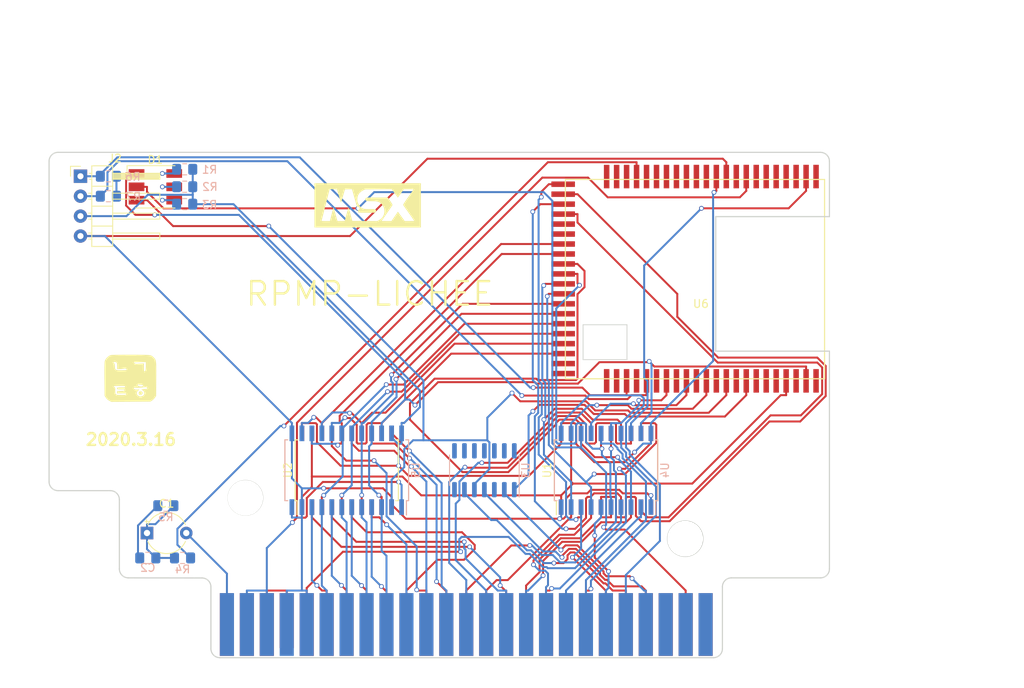
<source format=kicad_pcb>
(kicad_pcb (version 20171130) (host pcbnew 5.1.5+dfsg1-2)

  (general
    (thickness 1.6)
    (drawings 36)
    (tracks 950)
    (zones 0)
    (modules 20)
    (nets 118)
  )

  (page A4)
  (layers
    (0 F.Cu mixed)
    (31 B.Cu mixed)
    (32 B.Adhes user)
    (33 F.Adhes user)
    (34 B.Paste user)
    (35 F.Paste user)
    (36 B.SilkS user)
    (37 F.SilkS user)
    (38 B.Mask user)
    (39 F.Mask user)
    (40 Dwgs.User user)
    (41 Cmts.User user)
    (42 Eco1.User user)
    (43 Eco2.User user)
    (44 Edge.Cuts user)
    (45 Margin user)
    (46 B.CrtYd user)
    (47 F.CrtYd user)
    (48 B.Fab user)
    (49 F.Fab user)
  )

  (setup
    (last_trace_width 0.25)
    (trace_clearance 0.2)
    (zone_clearance 0.508)
    (zone_45_only yes)
    (trace_min 0.2)
    (via_size 0.6)
    (via_drill 0.4)
    (via_min_size 0.4)
    (via_min_drill 0.3)
    (uvia_size 0.3)
    (uvia_drill 0.1)
    (uvias_allowed no)
    (uvia_min_size 0.2)
    (uvia_min_drill 0.1)
    (edge_width 0.15)
    (segment_width 0.2)
    (pcb_text_width 0.3)
    (pcb_text_size 1.5 1.5)
    (mod_edge_width 0.15)
    (mod_text_size 1 1)
    (mod_text_width 0.15)
    (pad_size 1.7 1.7)
    (pad_drill 0.775)
    (pad_to_mask_clearance 0.2)
    (aux_axis_origin 0 0)
    (visible_elements 7FFFEFFF)
    (pcbplotparams
      (layerselection 0x010f0_ffffffff)
      (usegerberextensions false)
      (usegerberattributes false)
      (usegerberadvancedattributes false)
      (creategerberjobfile false)
      (excludeedgelayer true)
      (linewidth 0.100000)
      (plotframeref false)
      (viasonmask false)
      (mode 1)
      (useauxorigin false)
      (hpglpennumber 1)
      (hpglpenspeed 20)
      (hpglpendiameter 15.000000)
      (psnegative false)
      (psa4output false)
      (plotreference true)
      (plotvalue true)
      (plotinvisibletext false)
      (padsonsilk false)
      (subtractmaskfromsilk false)
      (outputformat 1)
      (mirror false)
      (drillshape 0)
      (scaleselection 1)
      (outputdirectory "output"))
  )

  (net 0 "")
  (net 1 GND)
  (net 2 /RD3)
  (net 3 /RD4)
  (net 4 /RD6)
  (net 5 /RD7)
  (net 6 /RD0)
  (net 7 /RD1)
  (net 8 /RD2)
  (net 9 /RD5)
  (net 10 /WAIT)
  (net 11 /INT)
  (net 12 /BUSDIR)
  (net 13 /IORQ)
  (net 14 /MREQ)
  (net 15 /WR)
  (net 16 /RD)
  (net 17 /RESET)
  (net 18 /A9)
  (net 19 /A15)
  (net 20 /A11)
  (net 21 /A10)
  (net 22 /A7)
  (net 23 /A6)
  (net 24 /A12)
  (net 25 /A8)
  (net 26 /A14)
  (net 27 /A13)
  (net 28 /A1)
  (net 29 /A0)
  (net 30 /A3)
  (net 31 /A2)
  (net 32 /A5)
  (net 33 /A4)
  (net 34 /D1)
  (net 35 /D0)
  (net 36 /D3)
  (net 37 /D2)
  (net 38 /D5)
  (net 39 /D4)
  (net 40 /D7)
  (net 41 /D6)
  (net 42 /CLK)
  (net 43 "Net-(P1-Pad5)")
  (net 44 "Net-(P1-Pad16)")
  (net 45 /RA8)
  (net 46 /RA11)
  (net 47 /RA15)
  (net 48 /RA12)
  (net 49 /RA13)
  (net 50 /RA14)
  (net 51 "Net-(P1-Pad1)")
  (net 52 "Net-(P1-Pad2)")
  (net 53 "Net-(P1-Pad3)")
  (net 54 /SLTSL)
  (net 55 "Net-(P1-Pad6)")
  (net 56 "Net-(P1-Pad44)")
  (net 57 "Net-(P1-Pad48)")
  (net 58 "Net-(P1-Pad50)")
  (net 59 /M1)
  (net 60 /RC18)
  (net 61 /SOUNDIN)
  (net 62 "Net-(D1-Pad4)")
  (net 63 "Net-(D1-Pad5)")
  (net 64 "Net-(D1-Pad6)")
  (net 65 /DAT_EN)
  (net 66 /DAT_DIR)
  (net 67 /ADDR)
  (net 68 "Net-(C1-Pad1)")
  (net 69 /RA10)
  (net 70 /RA9)
  (net 71 "Net-(U6-Pad3)")
  (net 72 "Net-(C2-Pad1)")
  (net 73 /SDA)
  (net 74 /SCK)
  (net 75 /VCC)
  (net 76 /GND)
  (net 77 /5V0)
  (net 78 /RWAIT)
  (net 79 /RINT)
  (net 80 /RMREQ)
  (net 81 /RIORQ)
  (net 82 /RCLK)
  (net 83 /RRST)
  (net 84 "Net-(U6-Pad22)")
  (net 85 "Net-(U6-Pad21)")
  (net 86 "Net-(U6-Pad20)")
  (net 87 "Net-(U6-Pad18)")
  (net 88 "Net-(U6-Pad17)")
  (net 89 "Net-(U6-Pad16)")
  (net 90 "Net-(U6-Pad15)")
  (net 91 "Net-(U6-Pad14)")
  (net 92 "Net-(U6-Pad13)")
  (net 93 "Net-(U6-Pad12)")
  (net 94 "Net-(U6-Pad9)")
  (net 95 "Net-(U6-Pad7)")
  (net 96 "Net-(U6-Pad6)")
  (net 97 /TVOUT)
  (net 98 "Net-(U6-Pad4)")
  (net 99 "Net-(U6-Pad1)")
  (net 100 "Net-(U6-Pad64)")
  (net 101 "Net-(U6-Pad42)")
  (net 102 "Net-(U6-Pad41)")
  (net 103 "Net-(U6-Pad62)")
  (net 104 "Net-(U6-Pad60)")
  (net 105 /INTR)
  (net 106 "Net-(U6-Pad58)")
  (net 107 "Net-(U6-Pad56)")
  (net 108 "Net-(U6-Pad54)")
  (net 109 "Net-(U6-Pad52)")
  (net 110 "Net-(U6-Pad50)")
  (net 111 "Net-(U6-Pad48)")
  (net 112 "Net-(U6-Pad46)")
  (net 113 "Net-(U6-Pad44)")
  (net 114 "Net-(U6-Pad43)")
  (net 115 "Net-(U6-Pad28)")
  (net 116 "Net-(U6-Pad27)")
  (net 117 /3V3)

  (net_class Default "This is the default net class."
    (clearance 0.2)
    (trace_width 0.25)
    (via_dia 0.6)
    (via_drill 0.4)
    (uvia_dia 0.3)
    (uvia_drill 0.1)
    (add_net /3V3)
    (add_net /5V0)
    (add_net /A0)
    (add_net /A1)
    (add_net /A10)
    (add_net /A11)
    (add_net /A12)
    (add_net /A13)
    (add_net /A14)
    (add_net /A15)
    (add_net /A2)
    (add_net /A3)
    (add_net /A4)
    (add_net /A5)
    (add_net /A6)
    (add_net /A7)
    (add_net /A8)
    (add_net /A9)
    (add_net /ADDR)
    (add_net /BUSDIR)
    (add_net /CLK)
    (add_net /D0)
    (add_net /D1)
    (add_net /D2)
    (add_net /D3)
    (add_net /D4)
    (add_net /D5)
    (add_net /D6)
    (add_net /D7)
    (add_net /DAT_DIR)
    (add_net /DAT_EN)
    (add_net /GND)
    (add_net /INT)
    (add_net /INTR)
    (add_net /IORQ)
    (add_net /M1)
    (add_net /MREQ)
    (add_net /RA10)
    (add_net /RA11)
    (add_net /RA12)
    (add_net /RA13)
    (add_net /RA14)
    (add_net /RA15)
    (add_net /RA8)
    (add_net /RA9)
    (add_net /RC18)
    (add_net /RCLK)
    (add_net /RD)
    (add_net /RD0)
    (add_net /RD1)
    (add_net /RD2)
    (add_net /RD3)
    (add_net /RD4)
    (add_net /RD5)
    (add_net /RD6)
    (add_net /RD7)
    (add_net /RESET)
    (add_net /RINT)
    (add_net /RIORQ)
    (add_net /RMREQ)
    (add_net /RRST)
    (add_net /RWAIT)
    (add_net /SCK)
    (add_net /SDA)
    (add_net /SLTSL)
    (add_net /SOUNDIN)
    (add_net /TVOUT)
    (add_net /VCC)
    (add_net /WAIT)
    (add_net /WR)
    (add_net "Net-(C1-Pad1)")
    (add_net "Net-(C2-Pad1)")
    (add_net "Net-(D1-Pad4)")
    (add_net "Net-(D1-Pad5)")
    (add_net "Net-(D1-Pad6)")
    (add_net "Net-(P1-Pad1)")
    (add_net "Net-(P1-Pad16)")
    (add_net "Net-(P1-Pad2)")
    (add_net "Net-(P1-Pad3)")
    (add_net "Net-(P1-Pad44)")
    (add_net "Net-(P1-Pad48)")
    (add_net "Net-(P1-Pad5)")
    (add_net "Net-(P1-Pad50)")
    (add_net "Net-(P1-Pad6)")
    (add_net "Net-(U6-Pad1)")
    (add_net "Net-(U6-Pad12)")
    (add_net "Net-(U6-Pad13)")
    (add_net "Net-(U6-Pad14)")
    (add_net "Net-(U6-Pad15)")
    (add_net "Net-(U6-Pad16)")
    (add_net "Net-(U6-Pad17)")
    (add_net "Net-(U6-Pad18)")
    (add_net "Net-(U6-Pad20)")
    (add_net "Net-(U6-Pad21)")
    (add_net "Net-(U6-Pad22)")
    (add_net "Net-(U6-Pad27)")
    (add_net "Net-(U6-Pad28)")
    (add_net "Net-(U6-Pad3)")
    (add_net "Net-(U6-Pad4)")
    (add_net "Net-(U6-Pad41)")
    (add_net "Net-(U6-Pad42)")
    (add_net "Net-(U6-Pad43)")
    (add_net "Net-(U6-Pad44)")
    (add_net "Net-(U6-Pad46)")
    (add_net "Net-(U6-Pad48)")
    (add_net "Net-(U6-Pad50)")
    (add_net "Net-(U6-Pad52)")
    (add_net "Net-(U6-Pad54)")
    (add_net "Net-(U6-Pad56)")
    (add_net "Net-(U6-Pad58)")
    (add_net "Net-(U6-Pad6)")
    (add_net "Net-(U6-Pad60)")
    (add_net "Net-(U6-Pad62)")
    (add_net "Net-(U6-Pad64)")
    (add_net "Net-(U6-Pad7)")
    (add_net "Net-(U6-Pad9)")
  )

  (net_class 5V ""
    (clearance 0.2)
    (trace_width 0.4)
    (via_dia 0.6)
    (via_drill 0.4)
    (uvia_dia 0.3)
    (uvia_drill 0.1)
  )

  (module MSX:licheepi_nano (layer F.Cu) (tedit 5E8BCC5F) (tstamp 5E715681)
    (at 186.563 66.548 180)
    (path /5E9D36A8)
    (fp_text reference U6 (at -0.7747 -2.413) (layer F.SilkS)
      (effects (font (size 1 1) (thickness 0.15)))
    )
    (fp_text value licheepi_nano (at -0.2413 2.2098) (layer F.Fab)
      (effects (font (size 1 1) (thickness 0.15)))
    )
    (fp_line (start -16.5227 -11.9634) (end 16.4773 -11.9634) (layer F.SilkS) (width 0.15))
    (fp_line (start -16.5227 13.4366) (end 16.4773 13.4366) (layer F.SilkS) (width 0.15))
    (fp_line (start 16.4846 -11.9634) (end 16.4846 13.4366) (layer F.SilkS) (width 0.15))
    (fp_line (start -16.5227 -11.9634) (end -16.5227 13.4366) (layer F.SilkS) (width 0.15))
    (fp_line (start -17.78 -10.16) (end 13.97 -10.16) (layer B.Mask) (width 0.15))
    (fp_line (start -17.78 11.43) (end -17.78 -10.16) (layer B.Mask) (width 0.15))
    (fp_line (start 13.97 11.43) (end -17.78 11.43) (layer B.Mask) (width 0.15))
    (fp_line (start 13.97 -10.16) (end 13.97 11.43) (layer B.Mask) (width 0.15))
    (pad 23 smd rect (at 16.764 12.827 180) (size 3 0.7) (layers F.Cu F.Paste F.Mask)
      (net 48 /RA12))
    (pad 1 smd rect (at -15.4432 13.8049 180) (size 0.7 3) (layers F.Cu F.Paste F.Mask)
      (net 99 "Net-(U6-Pad1)"))
    (pad 2 smd rect (at -14.1732 13.8049 180) (size 0.7 3) (layers F.Cu F.Paste F.Mask)
      (net 83 /RRST))
    (pad 3 smd rect (at -12.9032 13.8049 180) (size 0.7 3) (layers F.Cu F.Paste F.Mask)
      (net 71 "Net-(U6-Pad3)"))
    (pad 4 smd rect (at -11.6332 13.8049 180) (size 0.7 3) (layers F.Cu F.Paste F.Mask)
      (net 98 "Net-(U6-Pad4)"))
    (pad 5 smd rect (at -10.3632 13.8049 180) (size 0.7 3) (layers F.Cu F.Paste F.Mask)
      (net 97 /TVOUT))
    (pad 6 smd rect (at -9.0932 13.8049 180) (size 0.7 3) (layers F.Cu F.Paste F.Mask)
      (net 96 "Net-(U6-Pad6)"))
    (pad 7 smd rect (at -7.8232 13.8049 180) (size 0.7 3) (layers F.Cu F.Paste F.Mask)
      (net 95 "Net-(U6-Pad7)"))
    (pad 8 smd rect (at -6.5532 13.8049 180) (size 0.7 3) (layers F.Cu F.Paste F.Mask)
      (net 77 /5V0))
    (pad 9 smd rect (at -5.2832 13.8049 180) (size 0.7 3) (layers F.Cu F.Paste F.Mask)
      (net 94 "Net-(U6-Pad9)"))
    (pad 10 smd rect (at -4.0132 13.8049 180) (size 0.7 3) (layers F.Cu F.Paste F.Mask)
      (net 76 /GND))
    (pad 11 smd rect (at -2.7432 13.8049 180) (size 0.7 3) (layers F.Cu F.Paste F.Mask)
      (net 75 /VCC))
    (pad 12 smd rect (at -1.4732 13.8049 180) (size 0.7 3) (layers F.Cu F.Paste F.Mask)
      (net 93 "Net-(U6-Pad12)"))
    (pad 13 smd rect (at -0.2032 13.8049 180) (size 0.7 3) (layers F.Cu F.Paste F.Mask)
      (net 92 "Net-(U6-Pad13)"))
    (pad 14 smd rect (at 1.0668 13.8049 180) (size 0.7 3) (layers F.Cu F.Paste F.Mask)
      (net 91 "Net-(U6-Pad14)"))
    (pad 15 smd rect (at 2.3368 13.8049 180) (size 0.7 3) (layers F.Cu F.Paste F.Mask)
      (net 90 "Net-(U6-Pad15)"))
    (pad 16 smd rect (at 3.6068 13.8049 180) (size 0.7 3) (layers F.Cu F.Paste F.Mask)
      (net 89 "Net-(U6-Pad16)"))
    (pad 17 smd rect (at 4.8768 13.8049 180) (size 0.7 3) (layers F.Cu F.Paste F.Mask)
      (net 88 "Net-(U6-Pad17)"))
    (pad 18 smd rect (at 6.1468 13.8049 180) (size 0.7 3) (layers F.Cu F.Paste F.Mask)
      (net 87 "Net-(U6-Pad18)"))
    (pad 19 smd rect (at 7.4168 13.8049 180) (size 0.7 3) (layers F.Cu F.Paste F.Mask)
      (net 60 /RC18))
    (pad 20 smd rect (at 8.6868 13.8049 180) (size 0.7 3) (layers F.Cu F.Paste F.Mask)
      (net 86 "Net-(U6-Pad20)"))
    (pad 21 smd rect (at 9.9568 13.8049 180) (size 0.7 3) (layers F.Cu F.Paste F.Mask)
      (net 85 "Net-(U6-Pad21)"))
    (pad 22 smd rect (at 11.2268 13.8049 180) (size 0.7 3) (layers F.Cu F.Paste F.Mask)
      (net 84 "Net-(U6-Pad22)"))
    (pad 24 smd rect (at 16.764 11.557 180) (size 3 0.7) (layers F.Cu F.Paste F.Mask)
      (net 49 /RA13))
    (pad 25 smd rect (at 16.764 10.287 180) (size 3 0.7) (layers F.Cu F.Paste F.Mask)
      (net 50 /RA14))
    (pad 26 smd rect (at 16.764 9.017 180) (size 3 0.7) (layers F.Cu F.Paste F.Mask)
      (net 47 /RA15))
    (pad 27 smd rect (at 16.764 7.747 180) (size 3 0.7) (layers F.Cu F.Paste F.Mask)
      (net 116 "Net-(U6-Pad27)"))
    (pad 28 smd rect (at 16.764 6.477 180) (size 3 0.7) (layers F.Cu F.Paste F.Mask)
      (net 115 "Net-(U6-Pad28)"))
    (pad 29 smd rect (at 16.764 5.207 180) (size 3 0.7) (layers F.Cu F.Paste F.Mask)
      (net 4 /RD6))
    (pad 30 smd rect (at 16.764 3.937 180) (size 3 0.7) (layers F.Cu F.Paste F.Mask)
      (net 5 /RD7))
    (pad 31 smd rect (at 16.764 2.667 180) (size 3 0.7) (layers F.Cu F.Paste F.Mask)
      (net 45 /RA8))
    (pad 32 smd rect (at 16.764 1.397 180) (size 3 0.7) (layers F.Cu F.Paste F.Mask)
      (net 70 /RA9))
    (pad 33 smd rect (at 16.764 0.127 180) (size 3 0.7) (layers F.Cu F.Paste F.Mask)
      (net 69 /RA10))
    (pad 34 smd rect (at 16.764 -1.143 180) (size 3 0.7) (layers F.Cu F.Paste F.Mask)
      (net 46 /RA11))
    (pad 35 smd rect (at 16.764 -2.413 180) (size 3 0.7) (layers F.Cu F.Paste F.Mask)
      (net 6 /RD0))
    (pad 36 smd rect (at 16.764 -3.683 180) (size 3 0.7) (layers F.Cu F.Paste F.Mask)
      (net 7 /RD1))
    (pad 37 smd rect (at 16.764 -4.953 180) (size 3 0.7) (layers F.Cu F.Paste F.Mask)
      (net 8 /RD2))
    (pad 38 smd rect (at 16.764 -6.223 180) (size 3 0.7) (layers F.Cu F.Paste F.Mask)
      (net 2 /RD3))
    (pad 39 smd rect (at 16.764 -7.493 180) (size 3 0.7) (layers F.Cu F.Paste F.Mask)
      (net 3 /RD4))
    (pad 40 smd rect (at 16.764 -8.763 180) (size 3 0.7) (layers F.Cu F.Paste F.Mask)
      (net 9 /RD5))
    (pad 43 smd rect (at 11.2268 -12.2301 180) (size 0.7 3) (layers F.Cu F.Paste F.Mask)
      (net 114 "Net-(U6-Pad43)"))
    (pad 44 smd rect (at 9.9568 -12.2301 180) (size 0.7 3) (layers F.Cu F.Paste F.Mask)
      (net 113 "Net-(U6-Pad44)"))
    (pad 45 smd rect (at 8.6868 -12.2301 180) (size 0.7 3) (layers F.Cu F.Paste F.Mask)
      (net 73 /SDA))
    (pad 46 smd rect (at 7.4168 -12.2301 180) (size 0.7 3) (layers F.Cu F.Paste F.Mask)
      (net 112 "Net-(U6-Pad46)"))
    (pad 47 smd rect (at 6.1468 -12.2301 180) (size 0.7 3) (layers F.Cu F.Paste F.Mask)
      (net 74 /SCK))
    (pad 48 smd rect (at 4.8768 -12.2301 180) (size 0.7 3) (layers F.Cu F.Paste F.Mask)
      (net 111 "Net-(U6-Pad48)"))
    (pad 49 smd rect (at 3.6068 -12.2301 180) (size 0.7 3) (layers F.Cu F.Paste F.Mask)
      (net 82 /RCLK))
    (pad 50 smd rect (at 2.3368 -12.2301 180) (size 0.7 3) (layers F.Cu F.Paste F.Mask)
      (net 110 "Net-(U6-Pad50)"))
    (pad 51 smd rect (at 1.0668 -12.2301 180) (size 0.7 3) (layers F.Cu F.Paste F.Mask)
      (net 81 /RIORQ))
    (pad 52 smd rect (at -0.2032 -12.2301 180) (size 0.7 3) (layers F.Cu F.Paste F.Mask)
      (net 109 "Net-(U6-Pad52)"))
    (pad 53 smd rect (at -1.4732 -12.2301 180) (size 0.7 3) (layers F.Cu F.Paste F.Mask)
      (net 80 /RMREQ))
    (pad 54 smd rect (at -2.7432 -12.2301 180) (size 0.7 3) (layers F.Cu F.Paste F.Mask)
      (net 108 "Net-(U6-Pad54)"))
    (pad 55 smd rect (at -4.0132 -12.2301 180) (size 0.7 3) (layers F.Cu F.Paste F.Mask)
      (net 66 /DAT_DIR))
    (pad 56 smd rect (at -5.2832 -12.2301 180) (size 0.7 3) (layers F.Cu F.Paste F.Mask)
      (net 107 "Net-(U6-Pad56)"))
    (pad 57 smd rect (at -6.5532 -12.2301 180) (size 0.7 3) (layers F.Cu F.Paste F.Mask)
      (net 78 /RWAIT))
    (pad 58 smd rect (at -7.8232 -12.2301 180) (size 0.7 3) (layers F.Cu F.Paste F.Mask)
      (net 106 "Net-(U6-Pad58)"))
    (pad 59 smd rect (at -9.0932 -12.2301 180) (size 0.7 3) (layers F.Cu F.Paste F.Mask)
      (net 105 /INTR))
    (pad 60 smd rect (at -10.3632 -12.2301 180) (size 0.7 3) (layers F.Cu F.Paste F.Mask)
      (net 104 "Net-(U6-Pad60)"))
    (pad 61 smd rect (at -11.6332 -12.2301 180) (size 0.7 3) (layers F.Cu F.Paste F.Mask)
      (net 67 /ADDR))
    (pad 62 smd rect (at -12.9032 -12.2301 180) (size 0.7 3) (layers F.Cu F.Paste F.Mask)
      (net 103 "Net-(U6-Pad62)"))
    (pad 41 smd rect (at 16.764 -10.033 180) (size 3 0.7) (layers F.Cu F.Paste F.Mask)
      (net 102 "Net-(U6-Pad41)"))
    (pad 42 smd rect (at 16.764 -11.303 180) (size 3 0.7) (layers F.Cu F.Paste F.Mask)
      (net 101 "Net-(U6-Pad42)"))
    (pad 63 smd rect (at -14.1732 -12.2301 180) (size 0.7 3) (layers F.Cu F.Paste F.Mask)
      (net 65 /DAT_EN))
    (pad 64 smd rect (at -15.4432 -12.2301 180) (size 0.7 3) (layers F.Cu F.Paste F.Mask)
      (net 100 "Net-(U6-Pad64)"))
  )

  (module Capacitor_SMD:C_0805_2012Metric_Pad1.15x1.40mm_HandSolder (layer B.Cu) (tedit 5B36C52B) (tstamp 5E58BC60)
    (at 116.901 101.346)
    (descr "Capacitor SMD 0805 (2012 Metric), square (rectangular) end terminal, IPC_7351 nominal with elongated pad for handsoldering. (Body size source: https://docs.google.com/spreadsheets/d/1BsfQQcO9C6DZCsRaXUlFlo91Tg2WpOkGARC1WS5S8t0/edit?usp=sharing), generated with kicad-footprint-generator")
    (tags "capacitor handsolder")
    (path /5E1B7EAF)
    (attr smd)
    (fp_text reference C2 (at 0 1.25) (layer B.SilkS)
      (effects (font (size 1 1) (thickness 0.15)) (justify mirror))
    )
    (fp_text value C (at 0 -1.5) (layer B.Fab)
      (effects (font (size 1 1) (thickness 0.15)) (justify mirror))
    )
    (fp_text user %R (at 0 1.25) (layer B.Fab)
      (effects (font (size 1 1) (thickness 0.15)) (justify mirror))
    )
    (fp_line (start 1.85 -0.95) (end -1.85 -0.95) (layer B.CrtYd) (width 0.05))
    (fp_line (start 1.85 0.95) (end 1.85 -0.95) (layer B.CrtYd) (width 0.05))
    (fp_line (start -1.85 0.95) (end 1.85 0.95) (layer B.CrtYd) (width 0.05))
    (fp_line (start -1.85 -0.95) (end -1.85 0.95) (layer B.CrtYd) (width 0.05))
    (fp_line (start -0.261252 -0.71) (end 0.261252 -0.71) (layer B.SilkS) (width 0.12))
    (fp_line (start -0.261252 0.71) (end 0.261252 0.71) (layer B.SilkS) (width 0.12))
    (fp_line (start 1 -0.6) (end -1 -0.6) (layer B.Fab) (width 0.1))
    (fp_line (start 1 0.6) (end 1 -0.6) (layer B.Fab) (width 0.1))
    (fp_line (start -1 0.6) (end 1 0.6) (layer B.Fab) (width 0.1))
    (fp_line (start -1 -0.6) (end -1 0.6) (layer B.Fab) (width 0.1))
    (pad 2 smd roundrect (at 1.025 0) (size 1.15 1.4) (layers B.Cu B.Paste B.Mask) (roundrect_rratio 0.217391)
      (net 68 "Net-(C1-Pad1)"))
    (pad 1 smd roundrect (at -1.025 0) (size 1.15 1.4) (layers B.Cu B.Paste B.Mask) (roundrect_rratio 0.217391)
      (net 72 "Net-(C2-Pad1)"))
    (model ${KISYS3DMOD}/Capacitor_SMD.3dshapes/C_0805_2012Metric.wrl
      (at (xyz 0 0 0))
      (scale (xyz 1 1 1))
      (rotate (xyz 0 0 0))
    )
  )

  (module Resistor_SMD:R_0805_2012Metric_Pad1.15x1.40mm_HandSolder (layer B.Cu) (tedit 5B36C52B) (tstamp 5E58AF25)
    (at 121.602 51.816)
    (descr "Resistor SMD 0805 (2012 Metric), square (rectangular) end terminal, IPC_7351 nominal with elongated pad for handsoldering. (Body size source: https://docs.google.com/spreadsheets/d/1BsfQQcO9C6DZCsRaXUlFlo91Tg2WpOkGARC1WS5S8t0/edit?usp=sharing), generated with kicad-footprint-generator")
    (tags "resistor handsolder")
    (path /5B6DBBA0)
    (attr smd)
    (fp_text reference R1 (at 3.1628 0.0508) (layer B.SilkS)
      (effects (font (size 1 1) (thickness 0.15)) (justify mirror))
    )
    (fp_text value R (at 0 -1.55) (layer B.Fab)
      (effects (font (size 1 1) (thickness 0.15)) (justify mirror))
    )
    (fp_text user %R (at 0 0) (layer B.Fab)
      (effects (font (size 0.4 0.4) (thickness 0.075)) (justify mirror))
    )
    (fp_line (start 1.85 -0.95) (end -1.85 -0.95) (layer B.CrtYd) (width 0.05))
    (fp_line (start 1.85 0.95) (end 1.85 -0.95) (layer B.CrtYd) (width 0.05))
    (fp_line (start -1.85 0.95) (end 1.85 0.95) (layer B.CrtYd) (width 0.05))
    (fp_line (start -1.85 -0.95) (end -1.85 0.95) (layer B.CrtYd) (width 0.05))
    (fp_line (start -0.261252 -0.71) (end 0.261252 -0.71) (layer B.SilkS) (width 0.12))
    (fp_line (start -0.261252 0.71) (end 0.261252 0.71) (layer B.SilkS) (width 0.12))
    (fp_line (start 1 -0.6) (end -1 -0.6) (layer B.Fab) (width 0.1))
    (fp_line (start 1 0.6) (end 1 -0.6) (layer B.Fab) (width 0.1))
    (fp_line (start -1 0.6) (end 1 0.6) (layer B.Fab) (width 0.1))
    (fp_line (start -1 -0.6) (end -1 0.6) (layer B.Fab) (width 0.1))
    (pad 2 smd roundrect (at 1.025 0) (size 1.15 1.4) (layers B.Cu B.Paste B.Mask) (roundrect_rratio 0.217391)
      (net 75 /VCC))
    (pad 1 smd roundrect (at -1.025 0) (size 1.15 1.4) (layers B.Cu B.Paste B.Mask) (roundrect_rratio 0.217391)
      (net 64 "Net-(D1-Pad6)"))
    (model ${KISYS3DMOD}/Resistor_SMD.3dshapes/R_0805_2012Metric.wrl
      (at (xyz 0 0 0))
      (scale (xyz 1 1 1))
      (rotate (xyz 0 0 0))
    )
  )

  (module Resistor_SMD:R_0805_2012Metric_Pad1.15x1.40mm_HandSolder (layer B.Cu) (tedit 5B36C52B) (tstamp 5E58A778)
    (at 121.602 54.0385)
    (descr "Resistor SMD 0805 (2012 Metric), square (rectangular) end terminal, IPC_7351 nominal with elongated pad for handsoldering. (Body size source: https://docs.google.com/spreadsheets/d/1BsfQQcO9C6DZCsRaXUlFlo91Tg2WpOkGARC1WS5S8t0/edit?usp=sharing), generated with kicad-footprint-generator")
    (tags "resistor handsolder")
    (path /5B6DBD2F)
    (attr smd)
    (fp_text reference R2 (at 3.2136 0.0127) (layer B.SilkS)
      (effects (font (size 1 1) (thickness 0.15)) (justify mirror))
    )
    (fp_text value R (at 0 -1.55) (layer B.Fab)
      (effects (font (size 1 1) (thickness 0.15)) (justify mirror))
    )
    (fp_text user %R (at 0 0) (layer B.Fab)
      (effects (font (size 0.4 0.4) (thickness 0.075)) (justify mirror))
    )
    (fp_line (start 1.85 -0.95) (end -1.85 -0.95) (layer B.CrtYd) (width 0.05))
    (fp_line (start 1.85 0.95) (end 1.85 -0.95) (layer B.CrtYd) (width 0.05))
    (fp_line (start -1.85 0.95) (end 1.85 0.95) (layer B.CrtYd) (width 0.05))
    (fp_line (start -1.85 -0.95) (end -1.85 0.95) (layer B.CrtYd) (width 0.05))
    (fp_line (start -0.261252 -0.71) (end 0.261252 -0.71) (layer B.SilkS) (width 0.12))
    (fp_line (start -0.261252 0.71) (end 0.261252 0.71) (layer B.SilkS) (width 0.12))
    (fp_line (start 1 -0.6) (end -1 -0.6) (layer B.Fab) (width 0.1))
    (fp_line (start 1 0.6) (end 1 -0.6) (layer B.Fab) (width 0.1))
    (fp_line (start -1 0.6) (end 1 0.6) (layer B.Fab) (width 0.1))
    (fp_line (start -1 -0.6) (end -1 0.6) (layer B.Fab) (width 0.1))
    (pad 2 smd roundrect (at 1.025 0) (size 1.15 1.4) (layers B.Cu B.Paste B.Mask) (roundrect_rratio 0.217391)
      (net 75 /VCC))
    (pad 1 smd roundrect (at -1.025 0) (size 1.15 1.4) (layers B.Cu B.Paste B.Mask) (roundrect_rratio 0.217391)
      (net 63 "Net-(D1-Pad5)"))
    (model ${KISYS3DMOD}/Resistor_SMD.3dshapes/R_0805_2012Metric.wrl
      (at (xyz 0 0 0))
      (scale (xyz 1 1 1))
      (rotate (xyz 0 0 0))
    )
  )

  (module Resistor_SMD:R_0805_2012Metric_Pad1.15x1.40mm_HandSolder (layer B.Cu) (tedit 5B36C52B) (tstamp 5E58B087)
    (at 121.602 56.261)
    (descr "Resistor SMD 0805 (2012 Metric), square (rectangular) end terminal, IPC_7351 nominal with elongated pad for handsoldering. (Body size source: https://docs.google.com/spreadsheets/d/1BsfQQcO9C6DZCsRaXUlFlo91Tg2WpOkGARC1WS5S8t0/edit?usp=sharing), generated with kicad-footprint-generator")
    (tags "resistor handsolder")
    (path /5B6DBDB9)
    (attr smd)
    (fp_text reference R3 (at 3.1628 0.0762) (layer B.SilkS)
      (effects (font (size 1 1) (thickness 0.15)) (justify mirror))
    )
    (fp_text value R (at 0 -1.55) (layer B.Fab)
      (effects (font (size 1 1) (thickness 0.15)) (justify mirror))
    )
    (fp_text user %R (at 0 0) (layer B.Fab)
      (effects (font (size 0.4 0.4) (thickness 0.075)) (justify mirror))
    )
    (fp_line (start 1.85 -0.95) (end -1.85 -0.95) (layer B.CrtYd) (width 0.05))
    (fp_line (start 1.85 0.95) (end 1.85 -0.95) (layer B.CrtYd) (width 0.05))
    (fp_line (start -1.85 0.95) (end 1.85 0.95) (layer B.CrtYd) (width 0.05))
    (fp_line (start -1.85 -0.95) (end -1.85 0.95) (layer B.CrtYd) (width 0.05))
    (fp_line (start -0.261252 -0.71) (end 0.261252 -0.71) (layer B.SilkS) (width 0.12))
    (fp_line (start -0.261252 0.71) (end 0.261252 0.71) (layer B.SilkS) (width 0.12))
    (fp_line (start 1 -0.6) (end -1 -0.6) (layer B.Fab) (width 0.1))
    (fp_line (start 1 0.6) (end 1 -0.6) (layer B.Fab) (width 0.1))
    (fp_line (start -1 0.6) (end 1 0.6) (layer B.Fab) (width 0.1))
    (fp_line (start -1 -0.6) (end -1 0.6) (layer B.Fab) (width 0.1))
    (pad 2 smd roundrect (at 1.025 0) (size 1.15 1.4) (layers B.Cu B.Paste B.Mask) (roundrect_rratio 0.217391)
      (net 75 /VCC))
    (pad 1 smd roundrect (at -1.025 0) (size 1.15 1.4) (layers B.Cu B.Paste B.Mask) (roundrect_rratio 0.217391)
      (net 62 "Net-(D1-Pad4)"))
    (model ${KISYS3DMOD}/Resistor_SMD.3dshapes/R_0805_2012Metric.wrl
      (at (xyz 0 0 0))
      (scale (xyz 1 1 1))
      (rotate (xyz 0 0 0))
    )
  )

  (module Resistor_SMD:R_0805_2012Metric_Pad1.15x1.40mm_HandSolder (layer B.Cu) (tedit 5B36C52B) (tstamp 5E58AE38)
    (at 121.328 101.346)
    (descr "Resistor SMD 0805 (2012 Metric), square (rectangular) end terminal, IPC_7351 nominal with elongated pad for handsoldering. (Body size source: https://docs.google.com/spreadsheets/d/1BsfQQcO9C6DZCsRaXUlFlo91Tg2WpOkGARC1WS5S8t0/edit?usp=sharing), generated with kicad-footprint-generator")
    (tags "resistor handsolder")
    (path /5E1B8043)
    (attr smd)
    (fp_text reference R4 (at 0 1.45) (layer B.SilkS)
      (effects (font (size 1 1) (thickness 0.15)) (justify mirror))
    )
    (fp_text value R (at 0 -1.55) (layer B.Fab)
      (effects (font (size 1 1) (thickness 0.15)) (justify mirror))
    )
    (fp_text user %R (at 0 0) (layer B.Fab)
      (effects (font (size 0.4 0.4) (thickness 0.075)) (justify mirror))
    )
    (fp_line (start 1.85 -0.95) (end -1.85 -0.95) (layer B.CrtYd) (width 0.05))
    (fp_line (start 1.85 0.95) (end 1.85 -0.95) (layer B.CrtYd) (width 0.05))
    (fp_line (start -1.85 0.95) (end 1.85 0.95) (layer B.CrtYd) (width 0.05))
    (fp_line (start -1.85 -0.95) (end -1.85 0.95) (layer B.CrtYd) (width 0.05))
    (fp_line (start -0.261252 -0.71) (end 0.261252 -0.71) (layer B.SilkS) (width 0.12))
    (fp_line (start -0.261252 0.71) (end 0.261252 0.71) (layer B.SilkS) (width 0.12))
    (fp_line (start 1 -0.6) (end -1 -0.6) (layer B.Fab) (width 0.1))
    (fp_line (start 1 0.6) (end 1 -0.6) (layer B.Fab) (width 0.1))
    (fp_line (start -1 0.6) (end 1 0.6) (layer B.Fab) (width 0.1))
    (fp_line (start -1 -0.6) (end -1 0.6) (layer B.Fab) (width 0.1))
    (pad 2 smd roundrect (at 1.025 0) (size 1.15 1.4) (layers B.Cu B.Paste B.Mask) (roundrect_rratio 0.217391)
      (net 60 /RC18))
    (pad 1 smd roundrect (at -1.025 0) (size 1.15 1.4) (layers B.Cu B.Paste B.Mask) (roundrect_rratio 0.217391)
      (net 68 "Net-(C1-Pad1)"))
    (model ${KISYS3DMOD}/Resistor_SMD.3dshapes/R_0805_2012Metric.wrl
      (at (xyz 0 0 0))
      (scale (xyz 1 1 1))
      (rotate (xyz 0 0 0))
    )
  )

  (module Resistor_SMD:R_0805_2012Metric_Pad1.15x1.40mm_HandSolder (layer B.Cu) (tedit 5B36C52B) (tstamp 5E58A4D2)
    (at 119.202 94.6912)
    (descr "Resistor SMD 0805 (2012 Metric), square (rectangular) end terminal, IPC_7351 nominal with elongated pad for handsoldering. (Body size source: https://docs.google.com/spreadsheets/d/1BsfQQcO9C6DZCsRaXUlFlo91Tg2WpOkGARC1WS5S8t0/edit?usp=sharing), generated with kicad-footprint-generator")
    (tags "resistor handsolder")
    (path /5E1B80DA)
    (attr smd)
    (fp_text reference R5 (at 0 1.45) (layer B.SilkS)
      (effects (font (size 1 1) (thickness 0.15)) (justify mirror))
    )
    (fp_text value R (at 0 -1.55) (layer B.Fab)
      (effects (font (size 1 1) (thickness 0.15)) (justify mirror))
    )
    (fp_text user %R (at 0 0) (layer B.Fab)
      (effects (font (size 0.4 0.4) (thickness 0.075)) (justify mirror))
    )
    (fp_line (start 1.85 -0.95) (end -1.85 -0.95) (layer B.CrtYd) (width 0.05))
    (fp_line (start 1.85 0.95) (end 1.85 -0.95) (layer B.CrtYd) (width 0.05))
    (fp_line (start -1.85 0.95) (end 1.85 0.95) (layer B.CrtYd) (width 0.05))
    (fp_line (start -1.85 -0.95) (end -1.85 0.95) (layer B.CrtYd) (width 0.05))
    (fp_line (start -0.261252 -0.71) (end 0.261252 -0.71) (layer B.SilkS) (width 0.12))
    (fp_line (start -0.261252 0.71) (end 0.261252 0.71) (layer B.SilkS) (width 0.12))
    (fp_line (start 1 -0.6) (end -1 -0.6) (layer B.Fab) (width 0.1))
    (fp_line (start 1 0.6) (end 1 -0.6) (layer B.Fab) (width 0.1))
    (fp_line (start -1 0.6) (end 1 0.6) (layer B.Fab) (width 0.1))
    (fp_line (start -1 -0.6) (end -1 0.6) (layer B.Fab) (width 0.1))
    (pad 2 smd roundrect (at 1.025 0) (size 1.15 1.4) (layers B.Cu B.Paste B.Mask) (roundrect_rratio 0.217391)
      (net 68 "Net-(C1-Pad1)"))
    (pad 1 smd roundrect (at -1.025 0) (size 1.15 1.4) (layers B.Cu B.Paste B.Mask) (roundrect_rratio 0.217391)
      (net 72 "Net-(C2-Pad1)"))
    (model ${KISYS3DMOD}/Resistor_SMD.3dshapes/R_0805_2012Metric.wrl
      (at (xyz 0 0 0))
      (scale (xyz 1 1 1))
      (rotate (xyz 0 0 0))
    )
  )

  (module MSX:card_edge_connector (layer F.Cu) (tedit 5AAFC971) (tstamp 5E58BCDB)
    (at 156.2 106.68)
    (path /5A3E9812)
    (fp_text reference P1 (at 2.794 -3.556) (layer F.SilkS) hide
      (effects (font (size 1 1) (thickness 0.15)))
    )
    (fp_text value CONN_02X25 (at 1.25984 -0.66256) (layer F.Fab)
      (effects (font (size 1 1) (thickness 0.15)))
    )
    (fp_arc (start -30.268375 7.356852) (end -31.268375 7.356852) (angle -90.00000001) (layer Dwgs.User) (width 0.1))
    (fp_arc (start 32.846865 7.356852) (end 32.846865 8.356852) (angle -90) (layer Dwgs.User) (width 0.1))
    (fp_circle (center -26.873455 -12.985388) (end -25.523455 -12.985388) (layer Dwgs.User) (width 0.1))
    (fp_circle (center 29.126545 -7.785388) (end 30.476545 -7.785388) (layer Dwgs.User) (width 0.1))
    (fp_circle (center -26.873455 -12.985388) (end -24.623455 -12.985388) (layer Dwgs.User) (width 0.1))
    (fp_circle (center 29.126545 -7.785388) (end 31.376545 -7.785388) (layer Dwgs.User) (width 0.1))
    (fp_line (start 47.626545 -2.785388) (end 47.626545 -56.985388) (layer Dwgs.User) (width 0.1))
    (fp_line (start 33.836705 7.262872) (end 33.836705 -2.737128) (layer Dwgs.User) (width 0.1))
    (fp_line (start 47.626545 -56.985388) (end -55.073455 -56.985388) (layer Dwgs.User) (width 0.1))
    (fp_line (start -55.073455 -13.785388) (end -43.573455 -13.785388) (layer Dwgs.User) (width 0.1))
    (fp_line (start 33.826545 -2.785388) (end 47.626545 -2.785388) (layer Dwgs.User) (width 0.1))
    (fp_line (start -43.573455 -2.785388) (end -31.273455 -2.785388) (layer Dwgs.User) (width 0.1))
    (fp_line (start -31.268375 -2.724428) (end -31.268375 7.275572) (layer Dwgs.User) (width 0.1))
    (fp_line (start -30.253135 8.356852) (end 32.846865 8.356852) (layer Dwgs.User) (width 0.1))
    (fp_line (start -43.573455 -13.785388) (end -43.573455 -2.785388) (layer Dwgs.User) (width 0.1))
    (fp_line (start -55.073455 -56.985388) (end -55.073455 -13.785388) (layer Dwgs.User) (width 0.1))
    (fp_line (start -55.073455 -56.985388) (end -55.073455 -13.785388) (layer Dwgs.User) (width 0.1))
    (fp_line (start -43.573455 -13.785388) (end -43.573455 -2.785388) (layer Dwgs.User) (width 0.1))
    (fp_line (start -30.253135 8.356852) (end 32.846865 8.356852) (layer Dwgs.User) (width 0.1))
    (fp_line (start -31.273455 -2.785388) (end -31.273455 7.214612) (layer Dwgs.User) (width 0.1))
    (fp_line (start -43.573455 -2.785388) (end -31.273455 -2.785388) (layer Dwgs.User) (width 0.1))
    (fp_line (start 33.826545 -2.785388) (end 47.626545 -2.785388) (layer Dwgs.User) (width 0.1))
    (fp_line (start -55.073455 -13.785388) (end -43.573455 -13.785388) (layer Dwgs.User) (width 0.1))
    (fp_line (start 47.626545 -56.985388) (end -55.073455 -56.985388) (layer Dwgs.User) (width 0.1))
    (fp_line (start 47.626545 -2.785388) (end 47.626545 -56.985388) (layer Dwgs.User) (width 0.1))
    (fp_circle (center 29.126545 -7.785388) (end 31.376545 -7.785388) (layer Dwgs.User) (width 0.1))
    (fp_circle (center -26.873455 -12.985388) (end -24.623455 -12.985388) (layer Dwgs.User) (width 0.1))
    (fp_circle (center 29.126545 -7.785388) (end 30.476545 -7.785388) (layer Dwgs.User) (width 0.1))
    (fp_circle (center -26.873455 -12.985388) (end -25.523455 -12.985388) (layer Dwgs.User) (width 0.1))
    (fp_arc (start 32.846865 7.356852) (end 32.846865 8.356852) (angle -90) (layer Dwgs.User) (width 0.1))
    (pad "" np_thru_hole circle (at 29.12364 -7.78256) (size 4.5 4.5) (drill 4.5) (layers *.Cu *.Mask F.SilkS)
      (clearance 0.5))
    (pad 1 connect rect (at 31.73984 3.14744) (size 1.8 8) (layers B.Cu B.Mask)
      (net 51 "Net-(P1-Pad1)"))
    (pad 2 connect rect (at 31.73984 3.14744) (size 1.8 8) (layers F.Cu F.Mask)
      (net 52 "Net-(P1-Pad2)"))
    (pad 3 connect rect (at 29.19984 3.14744) (size 1.8 8) (layers B.Cu B.Mask)
      (net 53 "Net-(P1-Pad3)"))
    (pad 4 connect rect (at 29.19984 3.14744) (size 1.8 8) (layers F.Cu F.Mask)
      (net 54 /SLTSL))
    (pad 5 connect rect (at 26.65984 3.14744) (size 1.8 8) (layers B.Cu B.Mask)
      (net 43 "Net-(P1-Pad5)"))
    (pad 6 connect rect (at 26.65984 3.14744) (size 1.8 8) (layers F.Cu F.Mask)
      (net 55 "Net-(P1-Pad6)"))
    (pad 7 connect rect (at 24.11984 3.14744) (size 1.8 8) (layers B.Cu B.Mask)
      (net 10 /WAIT))
    (pad 8 connect rect (at 24.11984 3.14744) (size 1.8 8) (layers F.Cu F.Mask)
      (net 11 /INT))
    (pad 9 connect rect (at 21.57984 3.14744) (size 1.8 8) (layers B.Cu B.Mask)
      (net 59 /M1))
    (pad 10 connect rect (at 21.57984 3.14744) (size 1.8 8) (layers F.Cu F.Mask)
      (net 12 /BUSDIR))
    (pad 11 connect rect (at 19.03984 3.14744) (size 1.8 8) (layers B.Cu B.Mask)
      (net 13 /IORQ))
    (pad 12 connect rect (at 19.03984 3.14744) (size 1.8 8) (layers F.Cu F.Mask)
      (net 14 /MREQ))
    (pad 13 connect rect (at 16.49984 3.14744) (size 1.8 8) (layers B.Cu B.Mask)
      (net 15 /WR))
    (pad 14 connect rect (at 16.49984 3.14744) (size 1.8 8) (layers F.Cu F.Mask)
      (net 16 /RD))
    (pad 15 connect rect (at 13.95984 3.14744) (size 1.8 8) (layers B.Cu B.Mask)
      (net 17 /RESET))
    (pad 16 connect rect (at 13.95984 3.14744) (size 1.8 8) (layers F.Cu F.Mask)
      (net 44 "Net-(P1-Pad16)"))
    (pad 17 connect rect (at 11.41984 3.14744) (size 1.8 8) (layers B.Cu B.Mask)
      (net 18 /A9))
    (pad 18 connect rect (at 11.41984 3.14744) (size 1.8 8) (layers F.Cu F.Mask)
      (net 19 /A15))
    (pad 19 connect rect (at 8.87984 3.14744) (size 1.8 8) (layers B.Cu B.Mask)
      (net 20 /A11))
    (pad 20 connect rect (at 8.87984 3.14744) (size 1.8 8) (layers F.Cu F.Mask)
      (net 21 /A10))
    (pad 21 connect rect (at 6.33984 3.14744) (size 1.8 8) (layers B.Cu B.Mask)
      (net 22 /A7))
    (pad 22 connect rect (at 6.33984 3.14744) (size 1.8 8) (layers F.Cu F.Mask)
      (net 23 /A6))
    (pad 23 connect rect (at 3.79984 3.14744) (size 1.8 8) (layers B.Cu B.Mask)
      (net 24 /A12))
    (pad 24 connect rect (at 3.79984 3.14744) (size 1.8 8) (layers F.Cu F.Mask)
      (net 25 /A8))
    (pad 25 connect rect (at 1.25984 3.14744) (size 1.8 8) (layers B.Cu B.Mask)
      (net 26 /A14))
    (pad 26 connect rect (at 1.25984 3.14744) (size 1.8 8) (layers F.Cu F.Mask)
      (net 27 /A13))
    (pad 27 connect rect (at -1.28016 3.14744) (size 1.8 8) (layers B.Cu B.Mask)
      (net 28 /A1))
    (pad 28 connect rect (at -1.28016 3.14744) (size 1.8 8) (layers F.Cu F.Mask)
      (net 29 /A0))
    (pad 29 connect rect (at -3.82016 3.14744) (size 1.8 8) (layers B.Cu B.Mask)
      (net 30 /A3))
    (pad 30 connect rect (at -3.82016 3.14744) (size 1.8 8) (layers F.Cu F.Mask)
      (net 31 /A2))
    (pad 31 connect rect (at -6.36016 3.14744) (size 1.8 8) (layers B.Cu B.Mask)
      (net 32 /A5))
    (pad 32 connect rect (at -6.36016 3.14744) (size 1.8 8) (layers F.Cu F.Mask)
      (net 33 /A4))
    (pad 33 connect rect (at -8.90016 3.14744) (size 1.8 8) (layers B.Cu B.Mask)
      (net 34 /D1))
    (pad 34 connect rect (at -8.90016 3.14744) (size 1.8 8) (layers F.Cu F.Mask)
      (net 35 /D0))
    (pad 35 connect rect (at -11.44016 3.14744) (size 1.8 8) (layers B.Cu B.Mask)
      (net 36 /D3))
    (pad 36 connect rect (at -11.44016 3.14744) (size 1.8 8) (layers F.Cu F.Mask)
      (net 37 /D2))
    (pad 37 connect rect (at -13.98016 3.14744) (size 1.8 8) (layers B.Cu B.Mask)
      (net 38 /D5))
    (pad 38 connect rect (at -13.98016 3.14744) (size 1.8 8) (layers F.Cu F.Mask)
      (net 39 /D4))
    (pad 39 connect rect (at -16.52016 3.14744) (size 1.8 8) (layers B.Cu B.Mask)
      (net 40 /D7))
    (pad 40 connect rect (at -16.52016 3.14744) (size 1.8 8) (layers F.Cu F.Mask)
      (net 41 /D6))
    (pad 41 connect rect (at -19.06016 3.14744) (size 1.8 8) (layers B.Cu B.Mask)
      (net 76 /GND))
    (pad 42 connect rect (at -19.06016 3.14744) (size 1.8 8) (layers F.Cu F.Mask)
      (net 42 /CLK))
    (pad 43 connect rect (at -21.60016 3.14744) (size 1.8 8) (layers B.Cu B.Mask)
      (net 76 /GND))
    (pad 44 connect rect (at -21.60524 2.65468) (size 1.8 7) (layers F.Cu F.Mask)
      (net 56 "Net-(P1-Pad44)"))
    (pad 45 connect rect (at -24.14016 3.14744) (size 1.8 8) (layers B.Cu B.Mask)
      (net 77 /5V0))
    (pad 46 connect rect (at -24.14016 3.14744) (size 1.8 8) (layers F.Cu F.Mask)
      (net 56 "Net-(P1-Pad44)"))
    (pad 47 connect rect (at -26.68016 3.14744) (size 1.8 8) (layers B.Cu B.Mask)
      (net 77 /5V0))
    (pad 48 connect rect (at -26.68016 3.14744) (size 1.8 8) (layers F.Cu F.Mask)
      (net 57 "Net-(P1-Pad48)"))
    (pad 49 connect rect (at -29.22016 3.14744) (size 1.8 8) (layers B.Cu B.Mask)
      (net 61 /SOUNDIN))
    (pad 50 connect rect (at -29.22016 3.14744) (size 1.8 8) (layers F.Cu F.Mask)
      (net 58 "Net-(P1-Pad50)"))
    (pad "" np_thru_hole circle (at -26.87574 -12.98448) (size 4.5 4.5) (drill 4.5) (layers *.Cu *.Mask F.SilkS)
      (clearance 0.5))
  )

  (module LEDs:LED_RGB_5050-6 (layer F.Cu) (tedit 5E1DC84D) (tstamp 5E58A8C0)
    (at 117.869 54.053)
    (descr http://cdn.sparkfun.com/datasheets/Components/LED/5060BRG4.pdf)
    (tags "RGB LED 5050-6")
    (path /5B6DB9E5)
    (attr smd)
    (fp_text reference D1 (at -0.013 -3.4435 180) (layer F.SilkS)
      (effects (font (size 1 1) (thickness 0.15)))
    )
    (fp_text value LED_RGB (at 0 3.3) (layer F.Fab)
      (effects (font (size 1 1) (thickness 0.15)))
    )
    (fp_line (start -2.5 -1.9) (end -1.9 -2.5) (layer F.Fab) (width 0.1))
    (fp_line (start 2.5 -2.5) (end -2.5 -2.5) (layer F.Fab) (width 0.1))
    (fp_line (start 2.5 2.5) (end 2.5 -2.5) (layer F.Fab) (width 0.1))
    (fp_line (start -2.5 2.5) (end 2.5 2.5) (layer F.Fab) (width 0.1))
    (fp_line (start -2.5 -2.5) (end -2.5 2.5) (layer F.Fab) (width 0.1))
    (fp_line (start -3.6 -2.7) (end 2.5 -2.7) (layer F.SilkS) (width 0.12))
    (fp_line (start -3.6 -1.6) (end -3.6 -2.7) (layer F.SilkS) (width 0.12))
    (fp_line (start 2.5 2.7) (end -2.5 2.7) (layer F.SilkS) (width 0.12))
    (fp_line (start 3.65 -2.75) (end -3.65 -2.75) (layer F.CrtYd) (width 0.05))
    (fp_line (start 3.65 2.75) (end 3.65 -2.75) (layer F.CrtYd) (width 0.05))
    (fp_line (start -3.65 2.75) (end 3.65 2.75) (layer F.CrtYd) (width 0.05))
    (fp_line (start -3.65 -2.75) (end -3.65 2.75) (layer F.CrtYd) (width 0.05))
    (fp_text user %R (at 0 0) (layer F.Fab)
      (effects (font (size 0.6 0.6) (thickness 0.06)))
    )
    (fp_circle (center 0 0) (end 0 -1.9) (layer F.Fab) (width 0.1))
    (pad 1 smd rect (at -2.4 -1.7 90) (size 1.1 2) (layers F.Cu F.Paste F.Mask)
      (net 65 /DAT_EN))
    (pad 2 smd rect (at -2.4 0 90) (size 1.1 2) (layers F.Cu F.Paste F.Mask)
      (net 54 /SLTSL))
    (pad 3 smd rect (at -2.4 1.7 90) (size 1.1 2) (layers F.Cu F.Paste F.Mask)
      (net 66 /DAT_DIR))
    (pad 4 smd rect (at 2.4 1.7 90) (size 1.1 2) (layers F.Cu F.Paste F.Mask)
      (net 62 "Net-(D1-Pad4)"))
    (pad 5 smd rect (at 2.4 0 90) (size 1.1 2) (layers F.Cu F.Paste F.Mask)
      (net 63 "Net-(D1-Pad5)"))
    (pad 6 smd rect (at 2.4 -1.7 90) (size 1.1 2) (layers F.Cu F.Paste F.Mask)
      (net 64 "Net-(D1-Pad6)"))
    (model ${KISYS3DMOD}/LEDs.3dshapes/LED_RGB_5050-6.wrl
      (at (xyz 0 0 0))
      (scale (xyz 1 1 1))
      (rotate (xyz 0 0 0))
    )
  )

  (module Housings_SOIC:SOIC-20W_7.5x12.8mm_Pitch1.27mm (layer F.Cu) (tedit 58CC8F64) (tstamp 5E58B4D1)
    (at 175.26 90.17 90)
    (descr "20-Lead Plastic Small Outline (SO) - Wide, 7.50 mm Body [SOIC] (see Microchip Packaging Specification 00000049BS.pdf)")
    (tags "SOIC 1.27")
    (path /5B6DAD95)
    (attr smd)
    (fp_text reference U1 (at 0 -7.5 90) (layer F.SilkS)
      (effects (font (size 1 1) (thickness 0.15)))
    )
    (fp_text value 74HC244 (at 0 7.5 90) (layer F.Fab)
      (effects (font (size 1 1) (thickness 0.15)))
    )
    (fp_text user %R (at 0 0 90) (layer F.Fab)
      (effects (font (size 1 1) (thickness 0.15)))
    )
    (fp_line (start -2.75 -6.4) (end 3.75 -6.4) (layer F.Fab) (width 0.15))
    (fp_line (start 3.75 -6.4) (end 3.75 6.4) (layer F.Fab) (width 0.15))
    (fp_line (start 3.75 6.4) (end -3.75 6.4) (layer F.Fab) (width 0.15))
    (fp_line (start -3.75 6.4) (end -3.75 -5.4) (layer F.Fab) (width 0.15))
    (fp_line (start -3.75 -5.4) (end -2.75 -6.4) (layer F.Fab) (width 0.15))
    (fp_line (start -5.95 -6.75) (end -5.95 6.75) (layer F.CrtYd) (width 0.05))
    (fp_line (start 5.95 -6.75) (end 5.95 6.75) (layer F.CrtYd) (width 0.05))
    (fp_line (start -5.95 -6.75) (end 5.95 -6.75) (layer F.CrtYd) (width 0.05))
    (fp_line (start -5.95 6.75) (end 5.95 6.75) (layer F.CrtYd) (width 0.05))
    (fp_line (start -3.875 -6.575) (end -3.875 -6.325) (layer F.SilkS) (width 0.15))
    (fp_line (start 3.875 -6.575) (end 3.875 -6.24) (layer F.SilkS) (width 0.15))
    (fp_line (start 3.875 6.575) (end 3.875 6.24) (layer F.SilkS) (width 0.15))
    (fp_line (start -3.875 6.575) (end -3.875 6.24) (layer F.SilkS) (width 0.15))
    (fp_line (start -3.875 -6.575) (end 3.875 -6.575) (layer F.SilkS) (width 0.15))
    (fp_line (start -3.875 6.575) (end 3.875 6.575) (layer F.SilkS) (width 0.15))
    (fp_line (start -3.875 -6.325) (end -5.675 -6.325) (layer F.SilkS) (width 0.15))
    (pad 1 smd rect (at -4.7 -5.715 90) (size 1.95 0.6) (layers F.Cu F.Paste F.Mask)
      (net 67 /ADDR))
    (pad 2 smd rect (at -4.7 -4.445 90) (size 1.95 0.6) (layers F.Cu F.Paste F.Mask)
      (net 25 /A8))
    (pad 3 smd rect (at -4.7 -3.175 90) (size 1.95 0.6) (layers F.Cu F.Paste F.Mask)
      (net 48 /RA12))
    (pad 4 smd rect (at -4.7 -1.905 90) (size 1.95 0.6) (layers F.Cu F.Paste F.Mask)
      (net 18 /A9))
    (pad 5 smd rect (at -4.7 -0.635 90) (size 1.95 0.6) (layers F.Cu F.Paste F.Mask)
      (net 49 /RA13))
    (pad 6 smd rect (at -4.7 0.635 90) (size 1.95 0.6) (layers F.Cu F.Paste F.Mask)
      (net 21 /A10))
    (pad 7 smd rect (at -4.7 1.905 90) (size 1.95 0.6) (layers F.Cu F.Paste F.Mask)
      (net 50 /RA14))
    (pad 8 smd rect (at -4.7 3.175 90) (size 1.95 0.6) (layers F.Cu F.Paste F.Mask)
      (net 20 /A11))
    (pad 9 smd rect (at -4.7 4.445 90) (size 1.95 0.6) (layers F.Cu F.Paste F.Mask)
      (net 47 /RA15))
    (pad 10 smd rect (at -4.7 5.715 90) (size 1.95 0.6) (layers F.Cu F.Paste F.Mask)
      (net 76 /GND))
    (pad 11 smd rect (at 4.7 5.715 90) (size 1.95 0.6) (layers F.Cu F.Paste F.Mask)
      (net 19 /A15))
    (pad 12 smd rect (at 4.7 4.445 90) (size 1.95 0.6) (layers F.Cu F.Paste F.Mask)
      (net 46 /RA11))
    (pad 13 smd rect (at 4.7 3.175 90) (size 1.95 0.6) (layers F.Cu F.Paste F.Mask)
      (net 26 /A14))
    (pad 14 smd rect (at 4.7 1.905 90) (size 1.95 0.6) (layers F.Cu F.Paste F.Mask)
      (net 69 /RA10))
    (pad 15 smd rect (at 4.7 0.635 90) (size 1.95 0.6) (layers F.Cu F.Paste F.Mask)
      (net 27 /A13))
    (pad 16 smd rect (at 4.7 -0.635 90) (size 1.95 0.6) (layers F.Cu F.Paste F.Mask)
      (net 70 /RA9))
    (pad 17 smd rect (at 4.7 -1.905 90) (size 1.95 0.6) (layers F.Cu F.Paste F.Mask)
      (net 24 /A12))
    (pad 18 smd rect (at 4.7 -3.175 90) (size 1.95 0.6) (layers F.Cu F.Paste F.Mask)
      (net 45 /RA8))
    (pad 19 smd rect (at 4.7 -4.445 90) (size 1.95 0.6) (layers F.Cu F.Paste F.Mask)
      (net 67 /ADDR))
    (pad 20 smd rect (at 4.7 -5.715 90) (size 1.95 0.6) (layers F.Cu F.Paste F.Mask)
      (net 75 /VCC))
    (model ${KISYS3DMOD}/Housings_SOIC.3dshapes/SOIC-20W_7.5x12.8mm_Pitch1.27mm.wrl
      (at (xyz 0 0 0))
      (scale (xyz 1 1 1))
      (rotate (xyz 0 0 0))
    )
  )

  (module Housings_SOIC:SOIC-20W_7.5x12.8mm_Pitch1.27mm (layer F.Cu) (tedit 58CC8F64) (tstamp 5E58BB9A)
    (at 142.24 90.17 90)
    (descr "20-Lead Plastic Small Outline (SO) - Wide, 7.50 mm Body [SOIC] (see Microchip Packaging Specification 00000049BS.pdf)")
    (tags "SOIC 1.27")
    (path /5AEA30DE)
    (attr smd)
    (fp_text reference U2 (at 0 -7.5 90) (layer F.SilkS)
      (effects (font (size 1 1) (thickness 0.15)))
    )
    (fp_text value 74HC244 (at 0 7.5 90) (layer F.Fab)
      (effects (font (size 1 1) (thickness 0.15)))
    )
    (fp_text user %R (at 0 0 90) (layer F.Fab)
      (effects (font (size 1 1) (thickness 0.15)))
    )
    (fp_line (start -2.75 -6.4) (end 3.75 -6.4) (layer F.Fab) (width 0.15))
    (fp_line (start 3.75 -6.4) (end 3.75 6.4) (layer F.Fab) (width 0.15))
    (fp_line (start 3.75 6.4) (end -3.75 6.4) (layer F.Fab) (width 0.15))
    (fp_line (start -3.75 6.4) (end -3.75 -5.4) (layer F.Fab) (width 0.15))
    (fp_line (start -3.75 -5.4) (end -2.75 -6.4) (layer F.Fab) (width 0.15))
    (fp_line (start -5.95 -6.75) (end -5.95 6.75) (layer F.CrtYd) (width 0.05))
    (fp_line (start 5.95 -6.75) (end 5.95 6.75) (layer F.CrtYd) (width 0.05))
    (fp_line (start -5.95 -6.75) (end 5.95 -6.75) (layer F.CrtYd) (width 0.05))
    (fp_line (start -5.95 6.75) (end 5.95 6.75) (layer F.CrtYd) (width 0.05))
    (fp_line (start -3.875 -6.575) (end -3.875 -6.325) (layer F.SilkS) (width 0.15))
    (fp_line (start 3.875 -6.575) (end 3.875 -6.24) (layer F.SilkS) (width 0.15))
    (fp_line (start 3.875 6.575) (end 3.875 6.24) (layer F.SilkS) (width 0.15))
    (fp_line (start -3.875 6.575) (end -3.875 6.24) (layer F.SilkS) (width 0.15))
    (fp_line (start -3.875 -6.575) (end 3.875 -6.575) (layer F.SilkS) (width 0.15))
    (fp_line (start -3.875 6.575) (end 3.875 6.575) (layer F.SilkS) (width 0.15))
    (fp_line (start -3.875 -6.325) (end -5.675 -6.325) (layer F.SilkS) (width 0.15))
    (pad 1 smd rect (at -4.7 -5.715 90) (size 1.95 0.6) (layers F.Cu F.Paste F.Mask)
      (net 67 /ADDR))
    (pad 2 smd rect (at -4.7 -4.445 90) (size 1.95 0.6) (layers F.Cu F.Paste F.Mask)
      (net 23 /A6))
    (pad 3 smd rect (at -4.7 -3.175 90) (size 1.95 0.6) (layers F.Cu F.Paste F.Mask)
      (net 8 /RD2))
    (pad 4 smd rect (at -4.7 -1.905 90) (size 1.95 0.6) (layers F.Cu F.Paste F.Mask)
      (net 22 /A7))
    (pad 5 smd rect (at -4.7 -0.635 90) (size 1.95 0.6) (layers F.Cu F.Paste F.Mask)
      (net 2 /RD3))
    (pad 6 smd rect (at -4.7 0.635 90) (size 1.95 0.6) (layers F.Cu F.Paste F.Mask)
      (net 33 /A4))
    (pad 7 smd rect (at -4.7 1.905 90) (size 1.95 0.6) (layers F.Cu F.Paste F.Mask)
      (net 6 /RD0))
    (pad 8 smd rect (at -4.7 3.175 90) (size 1.95 0.6) (layers F.Cu F.Paste F.Mask)
      (net 32 /A5))
    (pad 9 smd rect (at -4.7 4.445 90) (size 1.95 0.6) (layers F.Cu F.Paste F.Mask)
      (net 7 /RD1))
    (pad 10 smd rect (at -4.7 5.715 90) (size 1.95 0.6) (layers F.Cu F.Paste F.Mask)
      (net 76 /GND))
    (pad 11 smd rect (at 4.7 5.715 90) (size 1.95 0.6) (layers F.Cu F.Paste F.Mask)
      (net 28 /A1))
    (pad 12 smd rect (at 4.7 4.445 90) (size 1.95 0.6) (layers F.Cu F.Paste F.Mask)
      (net 9 /RD5))
    (pad 13 smd rect (at 4.7 3.175 90) (size 1.95 0.6) (layers F.Cu F.Paste F.Mask)
      (net 29 /A0))
    (pad 14 smd rect (at 4.7 1.905 90) (size 1.95 0.6) (layers F.Cu F.Paste F.Mask)
      (net 3 /RD4))
    (pad 15 smd rect (at 4.7 0.635 90) (size 1.95 0.6) (layers F.Cu F.Paste F.Mask)
      (net 30 /A3))
    (pad 16 smd rect (at 4.7 -0.635 90) (size 1.95 0.6) (layers F.Cu F.Paste F.Mask)
      (net 5 /RD7))
    (pad 17 smd rect (at 4.7 -1.905 90) (size 1.95 0.6) (layers F.Cu F.Paste F.Mask)
      (net 31 /A2))
    (pad 18 smd rect (at 4.7 -3.175 90) (size 1.95 0.6) (layers F.Cu F.Paste F.Mask)
      (net 4 /RD6))
    (pad 19 smd rect (at 4.7 -4.445 90) (size 1.95 0.6) (layers F.Cu F.Paste F.Mask)
      (net 67 /ADDR))
    (pad 20 smd rect (at 4.7 -5.715 90) (size 1.95 0.6) (layers F.Cu F.Paste F.Mask)
      (net 75 /VCC))
    (model ${KISYS3DMOD}/Housings_SOIC.3dshapes/SOIC-20W_7.5x12.8mm_Pitch1.27mm.wrl
      (at (xyz 0 0 0))
      (scale (xyz 1 1 1))
      (rotate (xyz 0 0 0))
    )
  )

  (module Housings_SOIC:SOIC-20W_7.5x12.8mm_Pitch1.27mm (layer B.Cu) (tedit 58CC8F64) (tstamp 5E58B5D6)
    (at 175.26 90.17 90)
    (descr "20-Lead Plastic Small Outline (SO) - Wide, 7.50 mm Body [SOIC] (see Microchip Packaging Specification 00000049BS.pdf)")
    (tags "SOIC 1.27")
    (path /5AEA5251)
    (attr smd)
    (fp_text reference U4 (at 0 7.5 90) (layer B.SilkS)
      (effects (font (size 1 1) (thickness 0.15)) (justify mirror))
    )
    (fp_text value 74HC244 (at 0 -7.5 90) (layer B.Fab)
      (effects (font (size 1 1) (thickness 0.15)) (justify mirror))
    )
    (fp_text user %R (at 0 0 90) (layer B.Fab)
      (effects (font (size 1 1) (thickness 0.15)) (justify mirror))
    )
    (fp_line (start -2.75 6.4) (end 3.75 6.4) (layer B.Fab) (width 0.15))
    (fp_line (start 3.75 6.4) (end 3.75 -6.4) (layer B.Fab) (width 0.15))
    (fp_line (start 3.75 -6.4) (end -3.75 -6.4) (layer B.Fab) (width 0.15))
    (fp_line (start -3.75 -6.4) (end -3.75 5.4) (layer B.Fab) (width 0.15))
    (fp_line (start -3.75 5.4) (end -2.75 6.4) (layer B.Fab) (width 0.15))
    (fp_line (start -5.95 6.75) (end -5.95 -6.75) (layer B.CrtYd) (width 0.05))
    (fp_line (start 5.95 6.75) (end 5.95 -6.75) (layer B.CrtYd) (width 0.05))
    (fp_line (start -5.95 6.75) (end 5.95 6.75) (layer B.CrtYd) (width 0.05))
    (fp_line (start -5.95 -6.75) (end 5.95 -6.75) (layer B.CrtYd) (width 0.05))
    (fp_line (start -3.875 6.575) (end -3.875 6.325) (layer B.SilkS) (width 0.15))
    (fp_line (start 3.875 6.575) (end 3.875 6.24) (layer B.SilkS) (width 0.15))
    (fp_line (start 3.875 -6.575) (end 3.875 -6.24) (layer B.SilkS) (width 0.15))
    (fp_line (start -3.875 -6.575) (end -3.875 -6.24) (layer B.SilkS) (width 0.15))
    (fp_line (start -3.875 6.575) (end 3.875 6.575) (layer B.SilkS) (width 0.15))
    (fp_line (start -3.875 -6.575) (end 3.875 -6.575) (layer B.SilkS) (width 0.15))
    (fp_line (start -3.875 6.325) (end -5.675 6.325) (layer B.SilkS) (width 0.15))
    (pad 1 smd rect (at -4.7 5.715 90) (size 1.95 0.6) (layers B.Cu B.Paste B.Mask)
      (net 76 /GND))
    (pad 2 smd rect (at -4.7 4.445 90) (size 1.95 0.6) (layers B.Cu B.Paste B.Mask)
      (net 17 /RESET))
    (pad 3 smd rect (at -4.7 3.175 90) (size 1.95 0.6) (layers B.Cu B.Paste B.Mask)
      (net 45 /RA8))
    (pad 4 smd rect (at -4.7 1.905 90) (size 1.95 0.6) (layers B.Cu B.Paste B.Mask)
      (net 42 /CLK))
    (pad 5 smd rect (at -4.7 0.635 90) (size 1.95 0.6) (layers B.Cu B.Paste B.Mask)
      (net 70 /RA9))
    (pad 6 smd rect (at -4.7 -0.635 90) (size 1.95 0.6) (layers B.Cu B.Paste B.Mask)
      (net 13 /IORQ))
    (pad 7 smd rect (at -4.7 -1.905 90) (size 1.95 0.6) (layers B.Cu B.Paste B.Mask)
      (net 46 /RA11))
    (pad 8 smd rect (at -4.7 -3.175 90) (size 1.95 0.6) (layers B.Cu B.Paste B.Mask)
      (net 14 /MREQ))
    (pad 9 smd rect (at -4.7 -4.445 90) (size 1.95 0.6) (layers B.Cu B.Paste B.Mask)
      (net 69 /RA10))
    (pad 10 smd rect (at -4.7 -5.715 90) (size 1.95 0.6) (layers B.Cu B.Paste B.Mask)
      (net 76 /GND))
    (pad 11 smd rect (at 4.7 -5.715 90) (size 1.95 0.6) (layers B.Cu B.Paste B.Mask)
      (net 59 /M1))
    (pad 12 smd rect (at 4.7 -4.445 90) (size 1.95 0.6) (layers B.Cu B.Paste B.Mask)
      (net 80 /RMREQ))
    (pad 13 smd rect (at 4.7 -3.175 90) (size 1.95 0.6) (layers B.Cu B.Paste B.Mask)
      (net 54 /SLTSL))
    (pad 14 smd rect (at 4.7 -1.905 90) (size 1.95 0.6) (layers B.Cu B.Paste B.Mask)
      (net 81 /RIORQ))
    (pad 15 smd rect (at 4.7 -0.635 90) (size 1.95 0.6) (layers B.Cu B.Paste B.Mask)
      (net 15 /WR))
    (pad 16 smd rect (at 4.7 0.635 90) (size 1.95 0.6) (layers B.Cu B.Paste B.Mask)
      (net 82 /RCLK))
    (pad 17 smd rect (at 4.7 1.905 90) (size 1.95 0.6) (layers B.Cu B.Paste B.Mask)
      (net 16 /RD))
    (pad 18 smd rect (at 4.7 3.175 90) (size 1.95 0.6) (layers B.Cu B.Paste B.Mask)
      (net 83 /RRST))
    (pad 19 smd rect (at 4.7 4.445 90) (size 1.95 0.6) (layers B.Cu B.Paste B.Mask)
      (net 65 /DAT_EN))
    (pad 20 smd rect (at 4.7 5.715 90) (size 1.95 0.6) (layers B.Cu B.Paste B.Mask)
      (net 75 /VCC))
    (model ${KISYS3DMOD}/Housings_SOIC.3dshapes/SOIC-20W_7.5x12.8mm_Pitch1.27mm.wrl
      (at (xyz 0 0 0))
      (scale (xyz 1 1 1))
      (rotate (xyz 0 0 0))
    )
  )

  (module Housings_SOIC:SOIC-24W_7.5x15.4mm_Pitch1.27mm (layer B.Cu) (tedit 58CC8F64) (tstamp 5E58B54D)
    (at 142.24 90.17 90)
    (descr "24-Lead Plastic Small Outline (SO) - Wide, 7.50 mm Body [SOIC] (see Microchip Packaging Specification 00000049BS.pdf)")
    (tags "SOIC 1.27")
    (path /5ADE7C52)
    (attr smd)
    (fp_text reference U5 (at 0 8.8 90) (layer B.SilkS)
      (effects (font (size 1 1) (thickness 0.15)) (justify mirror))
    )
    (fp_text value LVC4245 (at 0 -8.8 90) (layer B.Fab)
      (effects (font (size 1 1) (thickness 0.15)) (justify mirror))
    )
    (fp_text user %R (at 0 0 90) (layer B.Fab)
      (effects (font (size 1 1) (thickness 0.15)) (justify mirror))
    )
    (fp_line (start -2.75 7.7) (end 3.75 7.7) (layer B.Fab) (width 0.15))
    (fp_line (start 3.75 7.7) (end 3.75 -7.7) (layer B.Fab) (width 0.15))
    (fp_line (start 3.75 -7.7) (end -3.75 -7.7) (layer B.Fab) (width 0.15))
    (fp_line (start -3.75 -7.7) (end -3.75 6.7) (layer B.Fab) (width 0.15))
    (fp_line (start -3.75 6.7) (end -2.75 7.7) (layer B.Fab) (width 0.15))
    (fp_line (start -5.95 8.05) (end -5.95 -8.05) (layer B.CrtYd) (width 0.05))
    (fp_line (start 5.95 8.05) (end 5.95 -8.05) (layer B.CrtYd) (width 0.05))
    (fp_line (start -5.95 8.05) (end 5.95 8.05) (layer B.CrtYd) (width 0.05))
    (fp_line (start -5.95 -8.05) (end 5.95 -8.05) (layer B.CrtYd) (width 0.05))
    (fp_line (start -3.875 7.875) (end -3.875 7.6) (layer B.SilkS) (width 0.15))
    (fp_line (start 3.875 7.875) (end 3.875 7.51) (layer B.SilkS) (width 0.15))
    (fp_line (start 3.875 -7.875) (end 3.875 -7.51) (layer B.SilkS) (width 0.15))
    (fp_line (start -3.875 -7.875) (end -3.875 -7.51) (layer B.SilkS) (width 0.15))
    (fp_line (start -3.875 7.875) (end 3.875 7.875) (layer B.SilkS) (width 0.15))
    (fp_line (start -3.875 -7.875) (end 3.875 -7.875) (layer B.SilkS) (width 0.15))
    (fp_line (start -3.875 7.6) (end -5.7 7.6) (layer B.SilkS) (width 0.15))
    (pad 1 smd rect (at -4.7 6.985 90) (size 2 0.6) (layers B.Cu B.Paste B.Mask)
      (net 77 /5V0))
    (pad 2 smd rect (at -4.7 5.715 90) (size 2 0.6) (layers B.Cu B.Paste B.Mask)
      (net 66 /DAT_DIR))
    (pad 3 smd rect (at -4.7 4.445 90) (size 2 0.6) (layers B.Cu B.Paste B.Mask)
      (net 34 /D1))
    (pad 4 smd rect (at -4.7 3.175 90) (size 2 0.6) (layers B.Cu B.Paste B.Mask)
      (net 35 /D0))
    (pad 5 smd rect (at -4.7 1.905 90) (size 2 0.6) (layers B.Cu B.Paste B.Mask)
      (net 36 /D3))
    (pad 6 smd rect (at -4.7 0.635 90) (size 2 0.6) (layers B.Cu B.Paste B.Mask)
      (net 37 /D2))
    (pad 7 smd rect (at -4.7 -0.635 90) (size 2 0.6) (layers B.Cu B.Paste B.Mask)
      (net 38 /D5))
    (pad 8 smd rect (at -4.7 -1.905 90) (size 2 0.6) (layers B.Cu B.Paste B.Mask)
      (net 39 /D4))
    (pad 9 smd rect (at -4.7 -3.175 90) (size 2 0.6) (layers B.Cu B.Paste B.Mask)
      (net 40 /D7))
    (pad 10 smd rect (at -4.7 -4.445 90) (size 2 0.6) (layers B.Cu B.Paste B.Mask)
      (net 41 /D6))
    (pad 11 smd rect (at -4.7 -5.715 90) (size 2 0.6) (layers B.Cu B.Paste B.Mask)
      (net 76 /GND))
    (pad 12 smd rect (at -4.7 -6.985 90) (size 2 0.6) (layers B.Cu B.Paste B.Mask)
      (net 76 /GND))
    (pad 13 smd rect (at 4.7 -6.985 90) (size 2 0.6) (layers B.Cu B.Paste B.Mask)
      (net 76 /GND))
    (pad 14 smd rect (at 4.7 -5.715 90) (size 2 0.6) (layers B.Cu B.Paste B.Mask)
      (net 4 /RD6))
    (pad 15 smd rect (at 4.7 -4.445 90) (size 2 0.6) (layers B.Cu B.Paste B.Mask)
      (net 5 /RD7))
    (pad 16 smd rect (at 4.7 -3.175 90) (size 2 0.6) (layers B.Cu B.Paste B.Mask)
      (net 3 /RD4))
    (pad 17 smd rect (at 4.7 -1.905 90) (size 2 0.6) (layers B.Cu B.Paste B.Mask)
      (net 9 /RD5))
    (pad 18 smd rect (at 4.7 -0.635 90) (size 2 0.6) (layers B.Cu B.Paste B.Mask)
      (net 8 /RD2))
    (pad 19 smd rect (at 4.7 0.635 90) (size 2 0.6) (layers B.Cu B.Paste B.Mask)
      (net 2 /RD3))
    (pad 20 smd rect (at 4.7 1.905 90) (size 2 0.6) (layers B.Cu B.Paste B.Mask)
      (net 6 /RD0))
    (pad 21 smd rect (at 4.7 3.175 90) (size 2 0.6) (layers B.Cu B.Paste B.Mask)
      (net 7 /RD1))
    (pad 22 smd rect (at 4.7 4.445 90) (size 2 0.6) (layers B.Cu B.Paste B.Mask)
      (net 65 /DAT_EN))
    (pad 23 smd rect (at 4.7 5.715 90) (size 2 0.6) (layers B.Cu B.Paste B.Mask)
      (net 75 /VCC))
    (pad 24 smd rect (at 4.7 6.985 90) (size 2 0.6) (layers B.Cu B.Paste B.Mask)
      (net 75 /VCC))
    (model ${KISYS3DMOD}/Housings_SOIC.3dshapes/SOIC-24W_7.5x15.4mm_Pitch1.27mm.wrl
      (at (xyz 0 0 0))
      (scale (xyz 1 1 1))
      (rotate (xyz 0 0 0))
    )
  )

  (module MSX:LOGO (layer F.Cu) (tedit 5E1DB4B2) (tstamp 5E70EE63)
    (at 144.907 56.388)
    (fp_text reference G2 (at 0.254 0.1016) (layer F.SilkS) hide
      (effects (font (size 1.524 1.524) (thickness 0.3)))
    )
    (fp_text value LOGO (at 0.762 0) (layer F.SilkS) hide
      (effects (font (size 1.524 1.524) (thickness 0.3)))
    )
    (fp_poly (pts (xy 6.773333 2.836333) (xy -6.773333 2.836333) (xy -6.773333 1.979083) (xy -5.874459 1.979083)
      (xy -5.862668 2.001782) (xy -5.801692 2.017402) (xy -5.681645 2.026934) (xy -5.492641 2.03137)
      (xy -5.347066 2.032) (xy -4.80074 2.032) (xy -4.59112 1.164735) (xy -4.527932 0.907411)
      (xy -4.470285 0.680382) (xy -4.421392 0.495679) (xy -4.384464 0.365335) (xy -4.362715 0.301384)
      (xy -4.359414 0.296901) (xy -4.341097 0.335226) (xy -4.305436 0.441124) (xy -4.256864 0.60035)
      (xy -4.199816 0.79866) (xy -4.171812 0.899583) (xy -4.105382 1.140056) (xy -4.039347 1.376238)
      (xy -3.980435 1.584248) (xy -3.935374 1.740206) (xy -3.927314 1.767416) (xy -3.848333 2.032)
      (xy -3.384667 2.032) (xy -3.197959 2.031098) (xy -3.04718 2.028656) (xy -2.949458 2.025062)
      (xy -2.920904 2.021416) (xy -2.910295 1.974127) (xy -2.881281 1.860703) (xy -2.837831 1.695751)
      (xy -2.783911 1.493878) (xy -2.723489 1.269692) (xy -2.660533 1.037798) (xy -2.599009 0.812805)
      (xy -2.542886 0.609319) (xy -2.496131 0.441948) (xy -2.462711 0.325298) (xy -2.446594 0.273976)
      (xy -2.44598 0.272868) (xy -2.431166 0.30722) (xy -2.398307 0.411913) (xy -2.350744 0.575368)
      (xy -2.291815 0.786004) (xy -2.224859 1.032241) (xy -2.197613 1.134214) (xy -1.964519 2.010833)
      (xy -0.38051 2.021941) (xy 1.203498 2.033048) (xy 1.423462 1.92543) (xy 1.698523 1.74676)
      (xy 1.910747 1.514062) (xy 2.055639 1.234663) (xy 2.128707 0.915887) (xy 2.136957 0.762)
      (xy 2.100164 0.429897) (xy 1.987724 0.135766) (xy 1.799451 -0.120813) (xy 1.709775 -0.206982)
      (xy 1.576468 -0.313603) (xy 1.442811 -0.392365) (xy 1.29286 -0.447215) (xy 1.110673 -0.482095)
      (xy 0.880307 -0.500952) (xy 0.585819 -0.50773) (xy 0.493209 -0.508001) (xy 0.213698 -0.510745)
      (xy 0.007907 -0.52114) (xy -0.134997 -0.542429) (xy -0.225845 -0.577854) (xy -0.275471 -0.630659)
      (xy -0.294706 -0.704086) (xy -0.296334 -0.744371) (xy -0.294358 -0.804887) (xy -0.282955 -0.853694)
      (xy -0.253906 -0.892051) (xy -0.198994 -0.921217) (xy -0.110002 -0.942449) (xy 0.021288 -0.957007)
      (xy 0.203092 -0.966149) (xy 0.443628 -0.971134) (xy 0.751114 -0.973219) (xy 1.133765 -0.973664)
      (xy 1.200813 -0.973667) (xy 2.564913 -0.973667) (xy 2.87243 -0.52381) (xy 2.988422 -0.347148)
      (xy 3.08002 -0.194) (xy 3.1391 -0.078933) (xy 3.15754 -0.016513) (xy 3.156851 -0.013766)
      (xy 3.127338 0.03554) (xy 3.055587 0.144607) (xy 2.94806 0.303935) (xy 2.811221 0.504025)
      (xy 2.65153 0.735379) (xy 2.475452 0.988499) (xy 2.455878 1.016523) (xy 2.279929 1.269101)
      (xy 2.120967 1.498792) (xy 1.985163 1.696557) (xy 1.87869 1.853355) (xy 1.80772 1.960149)
      (xy 1.778425 2.007897) (xy 1.778 2.009313) (xy 1.817878 2.017254) (xy 1.927696 2.023981)
      (xy 2.092732 2.028963) (xy 2.298261 2.031667) (xy 2.405227 2.032) (xy 3.032455 2.032)
      (xy 3.846237 0.839242) (xy 4.074171 1.149871) (xy 4.210225 1.336578) (xy 4.358582 1.542172)
      (xy 4.489832 1.725872) (xy 4.504268 1.74625) (xy 4.706432 2.031999) (xy 5.316549 2.032)
      (xy 5.532875 2.030269) (xy 5.715458 2.025511) (xy 5.849372 2.018372) (xy 5.919687 2.009502)
      (xy 5.926667 2.005504) (xy 5.903187 1.9654) (xy 5.836868 1.865257) (xy 5.73389 1.714066)
      (xy 5.600433 1.520823) (xy 5.442677 1.294519) (xy 5.266804 1.044148) (xy 5.235724 1.000088)
      (xy 5.055817 0.744912) (xy 4.891287 0.511005) (xy 4.748643 0.307663) (xy 4.634394 0.144182)
      (xy 4.555048 0.029859) (xy 4.517114 -0.026012) (xy 4.515411 -0.028753) (xy 4.531018 -0.076291)
      (xy 4.591862 -0.184245) (xy 4.692945 -0.344878) (xy 4.829266 -0.550455) (xy 4.995825 -0.79324)
      (xy 5.164021 -1.03234) (xy 5.340962 -1.28203) (xy 5.500682 -1.508955) (xy 5.636903 -1.704068)
      (xy 5.743344 -1.858322) (xy 5.813724 -1.962671) (xy 5.841766 -2.008069) (xy 5.842 -2.009004)
      (xy 5.802128 -2.016979) (xy 5.69235 -2.023558) (xy 5.527423 -2.028231) (xy 5.322101 -2.030489)
      (xy 5.217583 -2.030575) (xy 4.593167 -2.029149) (xy 4.304756 -1.615184) (xy 4.181792 -1.44016)
      (xy 4.067426 -1.279999) (xy 3.975369 -1.153748) (xy 3.923756 -1.085892) (xy 3.831167 -0.970566)
      (xy 3.450167 -1.501852) (xy 3.069167 -2.033139) (xy 1.375833 -2.021987) (xy -0.3175 -2.010834)
      (xy -0.555414 -1.899279) (xy -0.85565 -1.722281) (xy -1.080847 -1.50689) (xy -1.232638 -1.25063)
      (xy -1.312652 -0.951029) (xy -1.326937 -0.729168) (xy -1.320427 -0.54763) (xy -1.295527 -0.405861)
      (xy -1.24215 -0.262867) (xy -1.181567 -0.138379) (xy -1.011381 0.12345) (xy -0.804225 0.321605)
      (xy -0.569864 0.447232) (xy -0.517514 0.463735) (xy -0.420053 0.479123) (xy -0.25727 0.492178)
      (xy -0.0485 0.501857) (xy 0.18692 0.507116) (xy 0.29845 0.507763) (xy 0.590176 0.510719)
      (xy 0.802039 0.51957) (xy 0.938661 0.534648) (xy 1.004662 0.556285) (xy 1.007533 0.5588)
      (xy 1.052497 0.6513) (xy 1.056836 0.77066) (xy 1.023875 0.878821) (xy 0.975037 0.930599)
      (xy 0.900845 0.945946) (xy 0.746119 0.95703) (xy 0.514888 0.963733) (xy 0.211185 0.965931)
      (xy -0.131745 0.963839) (xy -1.155232 0.9525) (xy -1.530358 -0.381) (xy -1.622997 -0.710416)
      (xy -1.710049 -1.020157) (xy -1.78839 -1.299097) (xy -1.854899 -1.536111) (xy -1.906453 -1.720076)
      (xy -1.93993 -1.839866) (xy -1.949587 -1.874662) (xy -1.993691 -2.034824) (xy -2.897943 -2.010834)
      (xy -3.133047 -1.2065) (xy -3.206515 -0.955931) (xy -3.272878 -0.731055) (xy -3.328126 -0.545351)
      (xy -3.368246 -0.412295) (xy -3.389226 -0.345363) (xy -3.390307 -0.342305) (xy -3.407681 -0.362285)
      (xy -3.443237 -0.452889) (xy -3.493285 -0.602946) (xy -3.554134 -0.801288) (xy -3.622096 -1.036745)
      (xy -3.635059 -1.083138) (xy -3.705042 -1.33474) (xy -3.768228 -1.561647) (xy -3.820742 -1.749967)
      (xy -3.85871 -1.885809) (xy -3.878257 -1.955281) (xy -3.879013 -1.957917) (xy -3.897762 -1.990412)
      (xy -3.941538 -2.011867) (xy -4.025149 -2.024482) (xy -4.163406 -2.030459) (xy -4.371117 -2.032)
      (xy -4.854451 -2.032) (xy -5.354989 -0.052917) (xy -5.455387 0.343606) (xy -5.549838 0.715786)
      (xy -5.636245 1.055424) (xy -5.712513 1.354322) (xy -5.776545 1.60428) (xy -5.826246 1.797099)
      (xy -5.859519 1.924582) (xy -5.874269 1.978528) (xy -5.874459 1.979083) (xy -6.773333 1.979083)
      (xy -6.773333 -2.794) (xy 6.773333 -2.794) (xy 6.773333 2.836333)) (layer F.SilkS) (width 0.01))
  )

  (module MSX:srxg10 (layer F.Cu) (tedit 5E1B45AA) (tstamp 5E58B955)
    (at 114.6302 78.8035)
    (fp_text reference G1 (at 0 0) (layer F.SilkS) hide
      (effects (font (size 1.524 1.524) (thickness 0.3)))
    )
    (fp_text value LOGO (at 0.1905 -0.1905) (layer F.SilkS) hide
      (effects (font (size 1.524 1.524) (thickness 0.3)))
    )
    (fp_poly (pts (xy 0.635048 -3.35051) (xy 1.126862 -3.349607) (xy 1.535408 -3.34677) (xy 1.86985 -3.340912)
      (xy 2.139354 -3.330942) (xy 2.353086 -3.315773) (xy 2.52021 -3.294315) (xy 2.649893 -3.26548)
      (xy 2.751299 -3.228178) (xy 2.833595 -3.181321) (xy 2.905945 -3.12382) (xy 2.977515 -3.054585)
      (xy 3.034449 -2.996099) (xy 3.109245 -2.917373) (xy 3.171461 -2.842178) (xy 3.222185 -2.760807)
      (xy 3.262507 -2.66355) (xy 3.293514 -2.5407) (xy 3.316296 -2.382548) (xy 3.331941 -2.179386)
      (xy 3.341537 -1.921506) (xy 3.346173 -1.599199) (xy 3.346938 -1.202757) (xy 3.34492 -0.722472)
      (xy 3.341917 -0.254) (xy 3.3274 1.905) (xy 3.183637 2.116837) (xy 3.046914 2.28108)
      (xy 2.879759 2.434361) (xy 2.828037 2.472437) (xy 2.6162 2.6162) (xy 0.122721 2.630268)
      (xy -2.370758 2.644337) (xy -2.645095 2.501022) (xy -2.869477 2.354064) (xy -3.03582 2.166561)
      (xy -3.072616 2.110017) (xy -3.2258 1.862327) (xy -3.23458 0.672441) (xy -2.077369 0.672441)
      (xy -2.055961 0.714375) (xy -1.9812 0.762) (xy -1.929422 0.802263) (xy -1.898736 0.870152)
      (xy -1.883894 0.989192) (xy -1.879648 1.182905) (xy -1.8796 1.217358) (xy -1.876555 1.431957)
      (xy -1.857358 1.583342) (xy -1.80692 1.682541) (xy -1.710148 1.740581) (xy -1.551952 1.76849)
      (xy -1.317241 1.777296) (xy -1.112378 1.778) (xy -0.846933 1.775862) (xy -0.666598 1.768105)
      (xy -0.554944 1.752707) (xy -0.495545 1.72765) (xy -0.47473 1.699609) (xy -0.464688 1.614612)
      (xy -0.476055 1.589811) (xy -0.536679 1.578061) (xy -0.676802 1.570368) (xy -0.874377 1.567498)
      (xy -1.066531 1.569334) (xy -1.6256 1.580262) (xy -1.6256 1.273812) (xy -1.156281 1.259206)
      (xy -0.931279 1.249595) (xy -0.78884 1.235029) (xy -0.709929 1.21146) (xy -0.675513 1.174834)
      (xy -0.669956 1.1557) (xy -0.671751 1.114399) (xy -0.708077 1.088222) (xy -0.796664 1.073811)
      (xy -0.95524 1.067807) (xy -1.139276 1.0668) (xy -1.363879 1.065935) (xy -1.50584 1.06004)
      (xy -1.584118 1.044164) (xy -1.61767 1.013357) (xy -1.625455 0.962667) (xy -1.6256 0.9398)
      (xy -1.625289 0.933991) (xy 0.473929 0.933991) (xy 0.551688 1.020456) (xy 0.647009 1.073881)
      (xy 0.777073 1.093454) (xy 0.953471 1.086549) (xy 1.111442 1.076359) (xy 1.182378 1.081071)
      (xy 1.180142 1.103678) (xy 1.147457 1.12842) (xy 0.965079 1.289591) (xy 0.869629 1.461923)
      (xy 0.864307 1.632487) (xy 0.952312 1.788355) (xy 0.9779 1.813478) (xy 1.159888 1.939525)
      (xy 1.344513 1.975202) (xy 1.559177 1.924866) (xy 1.59308 1.911248) (xy 1.757378 1.798393)
      (xy 1.841928 1.645809) (xy 1.846939 1.476453) (xy 1.772616 1.313285) (xy 1.619167 1.179261)
      (xy 1.586311 1.161568) (xy 1.490575 1.100822) (xy 1.485371 1.057526) (xy 1.573667 1.030214)
      (xy 1.758433 1.017417) (xy 1.880756 1.016) (xy 2.09012 1.002098) (xy 2.202337 0.960515)
      (xy 2.21713 0.891429) (xy 2.170251 0.82768) (xy 2.123854 0.794301) (xy 2.054595 0.777301)
      (xy 1.942236 0.776243) (xy 1.766534 0.790687) (xy 1.555971 0.814388) (xy 1.301186 0.838749)
      (xy 1.054078 0.852343) (xy 0.850445 0.853653) (xy 0.764745 0.847994) (xy 0.582051 0.841238)
      (xy 0.483497 0.871211) (xy 0.473929 0.933991) (xy -1.625289 0.933991) (xy -1.622509 0.882166)
      (xy -1.600868 0.845295) (xy -1.542128 0.824549) (xy -1.427739 0.815291) (xy -1.239152 0.812884)
      (xy -1.1176 0.8128) (xy -0.886391 0.811405) (xy -0.738379 0.80477) (xy -0.655177 0.789216)
      (xy -0.618394 0.761066) (xy -0.609642 0.716641) (xy -0.6096 0.7112) (xy -0.61473 0.671587)
      (xy -0.640351 0.64387) (xy -0.701809 0.625934) (xy -0.814451 0.615661) (xy -0.993624 0.610934)
      (xy -1.254675 0.609636) (xy -1.3462 0.6096) (xy -1.664684 0.612737) (xy -1.888317 0.623202)
      (xy -2.023683 0.642577) (xy -2.077369 0.672441) (xy -3.23458 0.672441) (xy -3.235984 0.482192)
      (xy 0.96437 0.482192) (xy 1.005087 0.565887) (xy 1.078103 0.632119) (xy 1.217385 0.688284)
      (xy 1.39352 0.709099) (xy 1.555851 0.691514) (xy 1.620302 0.664749) (xy 1.679031 0.593675)
      (xy 1.651699 0.525438) (xy 1.553141 0.474817) (xy 1.411294 0.456506) (xy 1.245126 0.448894)
      (xy 1.104449 0.430869) (xy 1.0795 0.425181) (xy 0.98923 0.427072) (xy 0.96437 0.482192)
      (xy -3.235984 0.482192) (xy -3.241387 -0.249937) (xy -3.244625 -0.864191) (xy -3.244501 -1.37972)
      (xy -3.240964 -1.799343) (xy -3.233962 -2.12588) (xy -3.223447 -2.362153) (xy -3.221571 -2.381986)
      (xy -2.12982 -2.381986) (xy -2.089962 -2.321781) (xy -2.037808 -2.289108) (xy -1.983194 -2.238594)
      (xy -1.94894 -2.143154) (xy -1.928288 -1.979293) (xy -1.922199 -1.887152) (xy -1.90867 -1.693996)
      (xy -1.883233 -1.556345) (xy -1.83064 -1.464798) (xy -1.73564 -1.409951) (xy -1.582984 -1.382404)
      (xy -1.35742 -1.372754) (xy -1.08598 -1.3716) (xy -0.811569 -1.372513) (xy -0.622837 -1.376773)
      (xy -0.503871 -1.386667) (xy -0.438757 -1.404478) (xy -0.411579 -1.432491) (xy -0.4064 -1.469164)
      (xy -0.450314 -1.552276) (xy -0.561966 -1.600494) (xy -0.711229 -1.606203) (xy -0.832682 -1.576898)
      (xy -0.95788 -1.548644) (xy -1.140286 -1.529451) (xy -1.298708 -1.524) (xy -1.6256 -1.524)
      (xy -1.6256 -1.88294) (xy -1.633506 -2.130264) (xy -1.663221 -2.293103) (xy -1.723745 -2.387762)
      (xy -1.725531 -2.388524) (xy 0.4572 -2.388524) (xy 0.473215 -2.35778) (xy 0.546438 -2.288831)
      (xy 0.554445 -2.28211) (xy 0.617007 -2.237219) (xy 0.688655 -2.209952) (xy 0.791492 -2.198099)
      (xy 0.94762 -2.199451) (xy 1.179142 -2.211799) (xy 1.227545 -2.21483) (xy 1.778 -2.249661)
      (xy 1.778 -1.734431) (xy 1.78038 -1.496243) (xy 1.789208 -1.342756) (xy 1.807013 -1.257147)
      (xy 1.836323 -1.222593) (xy 1.855457 -1.2192) (xy 1.928756 -1.261738) (xy 1.982457 -1.349508)
      (xy 2.004671 -1.457959) (xy 2.021732 -1.636481) (xy 2.031034 -1.853576) (xy 2.032 -1.948071)
      (xy 2.032 -2.416328) (xy 1.2573 -2.404578) (xy 0.987286 -2.400238) (xy 0.754842 -2.39604)
      (xy 0.578148 -2.392348) (xy 0.475389 -2.389527) (xy 0.4572 -2.388524) (xy -1.725531 -2.388524)
      (xy -1.824079 -2.430547) (xy -1.932188 -2.4384) (xy -2.075607 -2.423151) (xy -2.12982 -2.381986)
      (xy -3.221571 -2.381986) (xy -3.209368 -2.510981) (xy -3.200301 -2.555859) (xy -3.100101 -2.764713)
      (xy -2.934432 -2.97605) (xy -2.733059 -3.15695) (xy -2.5654 -3.258025) (xy -2.512035 -3.279546)
      (xy -2.44868 -3.297467) (xy -2.366112 -3.312114) (xy -2.255107 -3.323812) (xy -2.10644 -3.332889)
      (xy -1.910886 -3.339671) (xy -1.659221 -3.344483) (xy -1.34222 -3.347653) (xy -0.95066 -3.349506)
      (xy -0.475315 -3.350369) (xy 0.0508 -3.350569) (xy 0.635048 -3.35051)) (layer F.SilkS) (width 0.01))
    (fp_poly (pts (xy 1.433491 1.303515) (xy 1.532732 1.380913) (xy 1.608098 1.467476) (xy 1.6256 1.512696)
      (xy 1.599148 1.579877) (xy 1.546519 1.665096) (xy 1.433956 1.754911) (xy 1.296954 1.773842)
      (xy 1.17856 1.71704) (xy 1.123598 1.601645) (xy 1.135858 1.465685) (xy 1.201595 1.345038)
      (xy 1.307063 1.27558) (xy 1.349828 1.27) (xy 1.433491 1.303515)) (layer F.SilkS) (width 0.01))
  )

  (module Connector_PinHeader_2.54mm:PinHeader_1x04_P2.54mm_Horizontal (layer F.Cu) (tedit 5E8BC00D) (tstamp 5E58C5B4)
    (at 108.331 52.705)
    (descr "Through hole angled pin header, 1x04, 2.54mm pitch, 6mm pin length, single row")
    (tags "Through hole angled pin header THT 1x04 2.54mm single row")
    (path /5E1B2F47)
    (fp_text reference J2 (at 4.385 -2.27) (layer F.SilkS)
      (effects (font (size 1 1) (thickness 0.15)))
    )
    (fp_text value Conn_01x04 (at 4.385 9.89) (layer F.Fab)
      (effects (font (size 1 1) (thickness 0.15)))
    )
    (fp_line (start 2.135 -1.27) (end 4.04 -1.27) (layer F.Fab) (width 0.1))
    (fp_line (start 4.04 -1.27) (end 4.04 8.89) (layer F.Fab) (width 0.1))
    (fp_line (start 4.04 8.89) (end 1.5 8.89) (layer F.Fab) (width 0.1))
    (fp_line (start 1.5 8.89) (end 1.5 -0.635) (layer F.Fab) (width 0.1))
    (fp_line (start 1.5 -0.635) (end 2.135 -1.27) (layer F.Fab) (width 0.1))
    (fp_line (start -0.32 -0.32) (end 1.5 -0.32) (layer F.Fab) (width 0.1))
    (fp_line (start -0.32 -0.32) (end -0.32 0.32) (layer F.Fab) (width 0.1))
    (fp_line (start -0.32 0.32) (end 1.5 0.32) (layer F.Fab) (width 0.1))
    (fp_line (start 4.04 -0.32) (end 10.04 -0.32) (layer F.Fab) (width 0.1))
    (fp_line (start 10.04 -0.32) (end 10.04 0.32) (layer F.Fab) (width 0.1))
    (fp_line (start 4.04 0.32) (end 10.04 0.32) (layer F.Fab) (width 0.1))
    (fp_line (start -0.32 2.22) (end 1.5 2.22) (layer F.Fab) (width 0.1))
    (fp_line (start -0.32 2.22) (end -0.32 2.86) (layer F.Fab) (width 0.1))
    (fp_line (start -0.32 2.86) (end 1.5 2.86) (layer F.Fab) (width 0.1))
    (fp_line (start 4.04 2.22) (end 10.04 2.22) (layer F.Fab) (width 0.1))
    (fp_line (start 10.04 2.22) (end 10.04 2.86) (layer F.Fab) (width 0.1))
    (fp_line (start 4.04 2.86) (end 10.04 2.86) (layer F.Fab) (width 0.1))
    (fp_line (start -0.32 4.76) (end 1.5 4.76) (layer F.Fab) (width 0.1))
    (fp_line (start -0.32 4.76) (end -0.32 5.4) (layer F.Fab) (width 0.1))
    (fp_line (start -0.32 5.4) (end 1.5 5.4) (layer F.Fab) (width 0.1))
    (fp_line (start 4.04 4.76) (end 10.04 4.76) (layer F.Fab) (width 0.1))
    (fp_line (start 10.04 4.76) (end 10.04 5.4) (layer F.Fab) (width 0.1))
    (fp_line (start 4.04 5.4) (end 10.04 5.4) (layer F.Fab) (width 0.1))
    (fp_line (start -0.32 7.3) (end 1.5 7.3) (layer F.Fab) (width 0.1))
    (fp_line (start -0.32 7.3) (end -0.32 7.94) (layer F.Fab) (width 0.1))
    (fp_line (start -0.32 7.94) (end 1.5 7.94) (layer F.Fab) (width 0.1))
    (fp_line (start 4.04 7.3) (end 10.04 7.3) (layer F.Fab) (width 0.1))
    (fp_line (start 10.04 7.3) (end 10.04 7.94) (layer F.Fab) (width 0.1))
    (fp_line (start 4.04 7.94) (end 10.04 7.94) (layer F.Fab) (width 0.1))
    (fp_line (start 1.44 -1.33) (end 1.44 8.95) (layer F.SilkS) (width 0.12))
    (fp_line (start 1.44 8.95) (end 4.1 8.95) (layer F.SilkS) (width 0.12))
    (fp_line (start 4.1 8.95) (end 4.1 -1.33) (layer F.SilkS) (width 0.12))
    (fp_line (start 4.1 -1.33) (end 1.44 -1.33) (layer F.SilkS) (width 0.12))
    (fp_line (start 4.1 -0.38) (end 10.1 -0.38) (layer F.SilkS) (width 0.12))
    (fp_line (start 10.1 -0.38) (end 10.1 0.38) (layer F.SilkS) (width 0.12))
    (fp_line (start 10.1 0.38) (end 4.1 0.38) (layer F.SilkS) (width 0.12))
    (fp_line (start 4.1 -0.32) (end 10.1 -0.32) (layer F.SilkS) (width 0.12))
    (fp_line (start 4.1 -0.2) (end 10.1 -0.2) (layer F.SilkS) (width 0.12))
    (fp_line (start 4.1 -0.08) (end 10.1 -0.08) (layer F.SilkS) (width 0.12))
    (fp_line (start 4.1 0.04) (end 10.1 0.04) (layer F.SilkS) (width 0.12))
    (fp_line (start 4.1 0.16) (end 10.1 0.16) (layer F.SilkS) (width 0.12))
    (fp_line (start 4.1 0.28) (end 10.1 0.28) (layer F.SilkS) (width 0.12))
    (fp_line (start 1.11 -0.38) (end 1.44 -0.38) (layer F.SilkS) (width 0.12))
    (fp_line (start 1.11 0.38) (end 1.44 0.38) (layer F.SilkS) (width 0.12))
    (fp_line (start 1.44 1.27) (end 4.1 1.27) (layer F.SilkS) (width 0.12))
    (fp_line (start 4.1 2.16) (end 10.1 2.16) (layer F.SilkS) (width 0.12))
    (fp_line (start 10.1 2.16) (end 10.1 2.92) (layer F.SilkS) (width 0.12))
    (fp_line (start 10.1 2.92) (end 4.1 2.92) (layer F.SilkS) (width 0.12))
    (fp_line (start 1.042929 2.16) (end 1.44 2.16) (layer F.SilkS) (width 0.12))
    (fp_line (start 1.042929 2.92) (end 1.44 2.92) (layer F.SilkS) (width 0.12))
    (fp_line (start 1.44 3.81) (end 4.1 3.81) (layer F.SilkS) (width 0.12))
    (fp_line (start 4.1 4.7) (end 10.1 4.7) (layer F.SilkS) (width 0.12))
    (fp_line (start 10.1 4.7) (end 10.1 5.46) (layer F.SilkS) (width 0.12))
    (fp_line (start 10.1 5.46) (end 4.1 5.46) (layer F.SilkS) (width 0.12))
    (fp_line (start 1.042929 4.7) (end 1.44 4.7) (layer F.SilkS) (width 0.12))
    (fp_line (start 1.042929 5.46) (end 1.44 5.46) (layer F.SilkS) (width 0.12))
    (fp_line (start 1.44 6.35) (end 4.1 6.35) (layer F.SilkS) (width 0.12))
    (fp_line (start 4.1 7.24) (end 10.1 7.24) (layer F.SilkS) (width 0.12))
    (fp_line (start 10.1 7.24) (end 10.1 8) (layer F.SilkS) (width 0.12))
    (fp_line (start 10.1 8) (end 4.1 8) (layer F.SilkS) (width 0.12))
    (fp_line (start 1.042929 7.24) (end 1.44 7.24) (layer F.SilkS) (width 0.12))
    (fp_line (start 1.042929 8) (end 1.44 8) (layer F.SilkS) (width 0.12))
    (fp_line (start -1.27 0) (end -1.27 -1.27) (layer F.SilkS) (width 0.12))
    (fp_line (start -1.27 -1.27) (end 0 -1.27) (layer F.SilkS) (width 0.12))
    (fp_line (start -1.8 -1.8) (end -1.8 9.4) (layer F.CrtYd) (width 0.05))
    (fp_line (start -1.8 9.4) (end 10.55 9.4) (layer F.CrtYd) (width 0.05))
    (fp_line (start 10.55 9.4) (end 10.55 -1.8) (layer F.CrtYd) (width 0.05))
    (fp_line (start 10.55 -1.8) (end -1.8 -1.8) (layer F.CrtYd) (width 0.05))
    (fp_text user %R (at 2.77 3.81 90) (layer F.Fab)
      (effects (font (size 1 1) (thickness 0.15)))
    )
    (pad 1 thru_hole rect (at 0 0) (size 1.7 1.7) (drill 0.775) (layers *.Cu *.Mask)
      (net 73 /SDA))
    (pad 2 thru_hole oval (at 0 2.54) (size 1.7 1.7) (drill 0.775) (layers *.Cu *.Mask)
      (net 74 /SCK))
    (pad 3 thru_hole oval (at 0 5.08) (size 1.7 1.7) (drill 0.775) (layers *.Cu *.Mask)
      (net 75 /VCC))
    (pad 4 thru_hole oval (at 0 7.62) (size 1.7 1.7) (drill 0.775) (layers *.Cu *.Mask)
      (net 76 /GND))
    (model ${KISYS3DMOD}/Connector_PinHeader_2.54mm.3dshapes/PinHeader_1x04_P2.54mm_Horizontal.wrl
      (at (xyz 0 0 0))
      (scale (xyz 1 1 1))
      (rotate (xyz 0 0 0))
    )
  )

  (module Package_SO:SOIC-14_3.9x8.7mm_P1.27mm (layer B.Cu) (tedit 5D9F72B1) (tstamp 5E70FC6D)
    (at 159.766 90.17 90)
    (descr "SOIC, 14 Pin (JEDEC MS-012AB, https://www.analog.com/media/en/package-pcb-resources/package/pkg_pdf/soic_narrow-r/r_14.pdf), generated with kicad-footprint-generator ipc_gullwing_generator.py")
    (tags "SOIC SO")
    (path /5B708C78)
    (attr smd)
    (fp_text reference U3 (at 0 5.28 90) (layer B.SilkS)
      (effects (font (size 1 1) (thickness 0.15)) (justify mirror))
    )
    (fp_text value 74LS07 (at 0 -5.28 90) (layer B.Fab)
      (effects (font (size 1 1) (thickness 0.15)) (justify mirror))
    )
    (fp_line (start 0 -4.435) (end 1.95 -4.435) (layer B.SilkS) (width 0.12))
    (fp_line (start 0 -4.435) (end -1.95 -4.435) (layer B.SilkS) (width 0.12))
    (fp_line (start 0 4.435) (end 1.95 4.435) (layer B.SilkS) (width 0.12))
    (fp_line (start 0 4.435) (end -3.45 4.435) (layer B.SilkS) (width 0.12))
    (fp_line (start -0.975 4.325) (end 1.95 4.325) (layer B.Fab) (width 0.1))
    (fp_line (start 1.95 4.325) (end 1.95 -4.325) (layer B.Fab) (width 0.1))
    (fp_line (start 1.95 -4.325) (end -1.95 -4.325) (layer B.Fab) (width 0.1))
    (fp_line (start -1.95 -4.325) (end -1.95 3.35) (layer B.Fab) (width 0.1))
    (fp_line (start -1.95 3.35) (end -0.975 4.325) (layer B.Fab) (width 0.1))
    (fp_line (start -3.7 4.58) (end -3.7 -4.58) (layer B.CrtYd) (width 0.05))
    (fp_line (start -3.7 -4.58) (end 3.7 -4.58) (layer B.CrtYd) (width 0.05))
    (fp_line (start 3.7 -4.58) (end 3.7 4.58) (layer B.CrtYd) (width 0.05))
    (fp_line (start 3.7 4.58) (end -3.7 4.58) (layer B.CrtYd) (width 0.05))
    (fp_text user %R (at 0 0 90) (layer B.Fab)
      (effects (font (size 0.98 0.98) (thickness 0.15)) (justify mirror))
    )
    (pad 1 smd roundrect (at -2.475 3.81 90) (size 1.95 0.6) (layers B.Cu B.Paste B.Mask) (roundrect_rratio 0.25)
      (net 78 /RWAIT))
    (pad 2 smd roundrect (at -2.475 2.54 90) (size 1.95 0.6) (layers B.Cu B.Paste B.Mask) (roundrect_rratio 0.25)
      (net 10 /WAIT))
    (pad 3 smd roundrect (at -2.475 1.27 90) (size 1.95 0.6) (layers B.Cu B.Paste B.Mask) (roundrect_rratio 0.25)
      (net 79 /RINT))
    (pad 4 smd roundrect (at -2.475 0 90) (size 1.95 0.6) (layers B.Cu B.Paste B.Mask) (roundrect_rratio 0.25)
      (net 11 /INT))
    (pad 5 smd roundrect (at -2.475 -1.27 90) (size 1.95 0.6) (layers B.Cu B.Paste B.Mask) (roundrect_rratio 0.25)
      (net 66 /DAT_DIR))
    (pad 6 smd roundrect (at -2.475 -2.54 90) (size 1.95 0.6) (layers B.Cu B.Paste B.Mask) (roundrect_rratio 0.25)
      (net 12 /BUSDIR))
    (pad 7 smd roundrect (at -2.475 -3.81 90) (size 1.95 0.6) (layers B.Cu B.Paste B.Mask) (roundrect_rratio 0.25))
    (pad 8 smd roundrect (at 2.475 -3.81 90) (size 1.95 0.6) (layers B.Cu B.Paste B.Mask) (roundrect_rratio 0.25))
    (pad 9 smd roundrect (at 2.475 -2.54 90) (size 1.95 0.6) (layers B.Cu B.Paste B.Mask) (roundrect_rratio 0.25))
    (pad 10 smd roundrect (at 2.475 -1.27 90) (size 1.95 0.6) (layers B.Cu B.Paste B.Mask) (roundrect_rratio 0.25))
    (pad 11 smd roundrect (at 2.475 0 90) (size 1.95 0.6) (layers B.Cu B.Paste B.Mask) (roundrect_rratio 0.25))
    (pad 12 smd roundrect (at 2.475 1.27 90) (size 1.95 0.6) (layers B.Cu B.Paste B.Mask) (roundrect_rratio 0.25))
    (pad 13 smd roundrect (at 2.475 2.54 90) (size 1.95 0.6) (layers B.Cu B.Paste B.Mask) (roundrect_rratio 0.25))
    (pad 14 smd roundrect (at 2.475 3.81 90) (size 1.95 0.6) (layers B.Cu B.Paste B.Mask) (roundrect_rratio 0.25))
    (model ${KISYS3DMOD}/Package_SO.3dshapes/SOIC-14_3.9x8.7mm_P1.27mm.wrl
      (at (xyz 0 0 0))
      (scale (xyz 1 1 1))
      (rotate (xyz 0 0 0))
    )
  )

  (module Capacitor_THT:CP_Radial_Tantal_D5.0mm_P5.00mm (layer F.Cu) (tedit 5AE50EF0) (tstamp 5E70FB55)
    (at 116.802 98.171)
    (descr "CP, Radial_Tantal series, Radial, pin pitch=5.00mm, , diameter=5.0mm, Tantal Electrolytic Capacitor, http://cdn-reichelt.de/documents/datenblatt/B300/TANTAL-TB-Serie%23.pdf")
    (tags "CP Radial_Tantal series Radial pin pitch 5.00mm  diameter 5.0mm Tantal Electrolytic Capacitor")
    (path /5E1B7F04)
    (fp_text reference C1 (at 2.5 -3.75) (layer F.SilkS)
      (effects (font (size 1 1) (thickness 0.15)))
    )
    (fp_text value CP (at 2.5 3.75) (layer F.Fab)
      (effects (font (size 1 1) (thickness 0.15)))
    )
    (fp_arc (start 2.5 0) (end 0.104003 -1.06) (angle 132.27036) (layer F.SilkS) (width 0.12))
    (fp_arc (start 2.5 0) (end 0.104003 1.06) (angle -132.27036) (layer F.SilkS) (width 0.12))
    (fp_circle (center 2.5 0) (end 5 0) (layer F.Fab) (width 0.1))
    (fp_circle (center 2.5 0) (end 6.22 0) (layer F.CrtYd) (width 0.05))
    (fp_line (start 0.366395 -1.0875) (end 0.866395 -1.0875) (layer F.Fab) (width 0.1))
    (fp_line (start 0.616395 -1.3375) (end 0.616395 -0.8375) (layer F.Fab) (width 0.1))
    (fp_line (start -0.304775 -1.475) (end 0.195225 -1.475) (layer F.SilkS) (width 0.12))
    (fp_line (start -0.054775 -1.725) (end -0.054775 -1.225) (layer F.SilkS) (width 0.12))
    (fp_text user %R (at 2.5 0) (layer F.Fab)
      (effects (font (size 1 1) (thickness 0.15)))
    )
    (pad 1 thru_hole rect (at 0 0) (size 1.6 1.6) (drill 0.8) (layers *.Cu *.Mask)
      (net 68 "Net-(C1-Pad1)"))
    (pad 2 thru_hole circle (at 5 0) (size 1.6 1.6) (drill 0.8) (layers *.Cu *.Mask)
      (net 61 /SOUNDIN))
    (model ${KISYS3DMOD}/Capacitor_THT.3dshapes/CP_Radial_Tantal_D5.0mm_P5.00mm.wrl
      (at (xyz 0 0 0))
      (scale (xyz 1 1 1))
      (rotate (xyz 0 0 0))
    )
  )

  (module Resistor_SMD:R_0805_2012Metric_Pad1.15x1.40mm_HandSolder (layer B.Cu) (tedit 5B36C52B) (tstamp 5E71531D)
    (at 111.887 52.705 180)
    (descr "Resistor SMD 0805 (2012 Metric), square (rectangular) end terminal, IPC_7351 nominal with elongated pad for handsoldering. (Body size source: https://docs.google.com/spreadsheets/d/1BsfQQcO9C6DZCsRaXUlFlo91Tg2WpOkGARC1WS5S8t0/edit?usp=sharing), generated with kicad-footprint-generator")
    (tags "resistor handsolder")
    (path /5F284FAF)
    (attr smd)
    (fp_text reference R6 (at -3.1115 -0.0635) (layer B.SilkS)
      (effects (font (size 1 1) (thickness 0.15)) (justify mirror))
    )
    (fp_text value R (at 0 -1.65) (layer B.Fab)
      (effects (font (size 1 1) (thickness 0.15)) (justify mirror))
    )
    (fp_text user %R (at 0 0) (layer B.Fab)
      (effects (font (size 0.5 0.5) (thickness 0.08)) (justify mirror))
    )
    (fp_line (start 1.85 -0.95) (end -1.85 -0.95) (layer B.CrtYd) (width 0.05))
    (fp_line (start 1.85 0.95) (end 1.85 -0.95) (layer B.CrtYd) (width 0.05))
    (fp_line (start -1.85 0.95) (end 1.85 0.95) (layer B.CrtYd) (width 0.05))
    (fp_line (start -1.85 -0.95) (end -1.85 0.95) (layer B.CrtYd) (width 0.05))
    (fp_line (start -0.261252 -0.71) (end 0.261252 -0.71) (layer B.SilkS) (width 0.12))
    (fp_line (start -0.261252 0.71) (end 0.261252 0.71) (layer B.SilkS) (width 0.12))
    (fp_line (start 1 -0.6) (end -1 -0.6) (layer B.Fab) (width 0.1))
    (fp_line (start 1 0.6) (end 1 -0.6) (layer B.Fab) (width 0.1))
    (fp_line (start -1 0.6) (end 1 0.6) (layer B.Fab) (width 0.1))
    (fp_line (start -1 -0.6) (end -1 0.6) (layer B.Fab) (width 0.1))
    (pad 2 smd roundrect (at 1.025 0 180) (size 1.15 1.4) (layers B.Cu B.Paste B.Mask) (roundrect_rratio 0.217391)
      (net 73 /SDA))
    (pad 1 smd roundrect (at -1.025 0 180) (size 1.15 1.4) (layers B.Cu B.Paste B.Mask) (roundrect_rratio 0.217391)
      (net 117 /3V3))
    (model ${KISYS3DMOD}/Resistor_SMD.3dshapes/R_0805_2012Metric.wrl
      (at (xyz 0 0 0))
      (scale (xyz 1 1 1))
      (rotate (xyz 0 0 0))
    )
  )

  (module Resistor_SMD:R_0805_2012Metric_Pad1.15x1.40mm_HandSolder (layer B.Cu) (tedit 5B36C52B) (tstamp 5E715204)
    (at 111.887 55.245 180)
    (descr "Resistor SMD 0805 (2012 Metric), square (rectangular) end terminal, IPC_7351 nominal with elongated pad for handsoldering. (Body size source: https://docs.google.com/spreadsheets/d/1BsfQQcO9C6DZCsRaXUlFlo91Tg2WpOkGARC1WS5S8t0/edit?usp=sharing), generated with kicad-footprint-generator")
    (tags "resistor handsolder")
    (path /5F2D8EB3)
    (attr smd)
    (fp_text reference R7 (at -3.175 -0.0635) (layer B.SilkS)
      (effects (font (size 1 1) (thickness 0.15)) (justify mirror))
    )
    (fp_text value R (at 0 -1.65) (layer B.Fab)
      (effects (font (size 1 1) (thickness 0.15)) (justify mirror))
    )
    (fp_line (start -1 -0.6) (end -1 0.6) (layer B.Fab) (width 0.1))
    (fp_line (start -1 0.6) (end 1 0.6) (layer B.Fab) (width 0.1))
    (fp_line (start 1 0.6) (end 1 -0.6) (layer B.Fab) (width 0.1))
    (fp_line (start 1 -0.6) (end -1 -0.6) (layer B.Fab) (width 0.1))
    (fp_line (start -0.261252 0.71) (end 0.261252 0.71) (layer B.SilkS) (width 0.12))
    (fp_line (start -0.261252 -0.71) (end 0.261252 -0.71) (layer B.SilkS) (width 0.12))
    (fp_line (start -1.85 -0.95) (end -1.85 0.95) (layer B.CrtYd) (width 0.05))
    (fp_line (start -1.85 0.95) (end 1.85 0.95) (layer B.CrtYd) (width 0.05))
    (fp_line (start 1.85 0.95) (end 1.85 -0.95) (layer B.CrtYd) (width 0.05))
    (fp_line (start 1.85 -0.95) (end -1.85 -0.95) (layer B.CrtYd) (width 0.05))
    (fp_text user %R (at 0 0) (layer B.Fab)
      (effects (font (size 0.5 0.5) (thickness 0.08)) (justify mirror))
    )
    (pad 1 smd roundrect (at -1.025 0 180) (size 1.15 1.4) (layers B.Cu B.Paste B.Mask) (roundrect_rratio 0.217391)
      (net 117 /3V3))
    (pad 2 smd roundrect (at 1.025 0 180) (size 1.15 1.4) (layers B.Cu B.Paste B.Mask) (roundrect_rratio 0.217391)
      (net 74 /SCK))
    (model ${KISYS3DMOD}/Resistor_SMD.3dshapes/R_0805_2012Metric.wrl
      (at (xyz 0 0 0))
      (scale (xyz 1 1 1))
      (rotate (xyz 0 0 0))
    )
  )

  (gr_line (start 177.927 71.628) (end 177.927 76.073) (layer Edge.Cuts) (width 0.1) (tstamp 5E71572F))
  (gr_line (start 177.927 71.628) (end 172.339 71.628) (layer Edge.Cuts) (width 0.1) (tstamp 5E71572C))
  (gr_line (start 189.23 74.9935) (end 203.708 74.9935) (layer Edge.Cuts) (width 0.15))
  (gr_line (start 189.23 57.8485) (end 189.23 74.9935) (layer Edge.Cuts) (width 0.15))
  (gr_line (start 203.708 57.8485) (end 189.23 57.8485) (layer Edge.Cuts) (width 0.15))
  (gr_line (start 172.339 71.628) (end 172.339 76.073) (layer Edge.Cuts) (width 0.1))
  (gr_line (start 177.927 76.073) (end 172.339 76.073) (layer Edge.Cuts) (width 0.1) (tstamp 5E7155E8))
  (gr_line (start 203.708 57.8485) (end 203.708 50.8) (layer Edge.Cuts) (width 0.15) (tstamp 5E70FD08))
  (gr_text 2020.3.16 (at 114.7572 86.2584) (layer F.SilkS) (tstamp 5E58B3D8)
    (effects (font (size 1.5 1.5) (thickness 0.3)))
  )
  (gr_text RPMP-LICHEE (at 145.161 67.691) (layer F.SilkS) (tstamp 5E58B3D5)
    (effects (font (size 3 3) (thickness 0.3)))
  )
  (gr_arc (start 202.565 50.8) (end 203.708 50.8) (angle -90) (layer Edge.Cuts) (width 0.15) (tstamp 5E58BA14))
  (gr_line (start 203.708 102.743) (end 203.708 74.9935) (angle 90) (layer Edge.Cuts) (width 0.15) (tstamp 5E58BC81))
  (dimension 99.7585 (width 0.3) (layer Dwgs.User) (tstamp 5E58B3D0)
    (gr_text "99.758 mm" (at 154.14625 45.3225) (layer Dwgs.User) (tstamp 5E58B3D0)
      (effects (font (size 1.5 1.5) (thickness 0.3)))
    )
    (feature1 (pts (xy 104.267 63.0555) (xy 104.267 43.9725)))
    (feature2 (pts (xy 204.0255 63.0555) (xy 204.0255 43.9725)))
    (crossbar (pts (xy 204.0255 46.6725) (xy 104.267 46.6725)))
    (arrow1a (pts (xy 104.267 46.6725) (xy 105.393504 46.086079)))
    (arrow1b (pts (xy 104.267 46.6725) (xy 105.393504 47.258921)))
    (arrow2a (pts (xy 204.0255 46.6725) (xy 202.898996 46.086079)))
    (arrow2b (pts (xy 204.0255 46.6725) (xy 202.898996 47.258921)))
  )
  (gr_line (start 104.3305 91.6305) (end 104.3305 50.8) (layer Edge.Cuts) (width 0.15) (tstamp 5E58A511))
  (gr_arc (start 112.141 93.9165) (end 112.141 92.7735) (angle 90) (layer Edge.Cuts) (width 0.15) (tstamp 5E58B3CC))
  (gr_arc (start 105.4735 91.6305) (end 105.4735 92.7735) (angle 90) (layer Edge.Cuts) (width 0.15) (tstamp 5E58B3C9))
  (gr_line (start 112.141 92.7735) (end 105.4735 92.7735) (layer Edge.Cuts) (width 0.15) (tstamp 5E58B3C6))
  (dimension 64.77 (width 0.3) (layer Eco1.User)
    (gr_text "64.770 mm" (at 209.376 81.915 90) (layer Eco1.User)
      (effects (font (size 1.5 1.5) (thickness 0.3)))
    )
    (feature1 (pts (xy 204.724 49.53) (xy 210.726 49.53)))
    (feature2 (pts (xy 204.724 114.3) (xy 210.726 114.3)))
    (crossbar (pts (xy 208.026 114.3) (xy 208.026 49.53)))
    (arrow1a (pts (xy 208.026 49.53) (xy 208.612421 50.656504)))
    (arrow1b (pts (xy 208.026 49.53) (xy 207.439579 50.656504)))
    (arrow2a (pts (xy 208.026 114.3) (xy 208.612421 113.173496)))
    (arrow2b (pts (xy 208.026 114.3) (xy 207.439579 113.173496)))
  )
  (dimension 90.043 (width 0.3) (layer Eco1.User) (tstamp 5E58B3C1)
    (gr_text "90.043 mm" (at 158.409843 118.560182) (layer Eco1.User) (tstamp 5E58B3C1)
      (effects (font (size 1.5 1.5) (thickness 0.3)))
    )
    (feature1 (pts (xy 203.431343 112.508638) (xy 203.431343 119.910182)))
    (feature2 (pts (xy 113.388343 112.508638) (xy 113.388343 119.910182)))
    (crossbar (pts (xy 113.388343 117.210182) (xy 203.431343 117.210182)))
    (arrow1a (pts (xy 203.431343 117.210182) (xy 202.304839 117.796603)))
    (arrow1b (pts (xy 203.431343 117.210182) (xy 202.304839 116.623761)))
    (arrow2a (pts (xy 113.388343 117.210182) (xy 114.514847 117.796603)))
    (arrow2b (pts (xy 113.388343 117.210182) (xy 114.514847 116.623761)))
  )
  (gr_line (start 124.9426 112.9157) (end 124.9426 105.0417) (layer Edge.Cuts) (width 0.15) (tstamp 5E58B3BD))
  (gr_line (start 114.427 103.886) (end 123.7996 103.8987) (layer Edge.Cuts) (width 0.15) (tstamp 5E58B3BA))
  (gr_arc (start 114.427 102.743) (end 114.427 103.886) (angle 90) (layer Edge.Cuts) (width 0.15) (tstamp 5E58B3B7))
  (gr_arc (start 123.7996 105.0417) (end 123.7996 103.8987) (angle 90) (layer Edge.Cuts) (width 0.15) (tstamp 5E58B3B4))
  (gr_line (start 191.2239 103.886) (end 202.565 103.886) (layer Edge.Cuts) (width 0.15) (tstamp 5E58AE77))
  (gr_arc (start 202.565 102.743) (end 202.565 103.886) (angle -90) (layer Edge.Cuts) (width 0.15) (tstamp 5E58AE74))
  (gr_line (start 190.0809 112.9157) (end 190.0809 105.029) (layer Edge.Cuts) (width 0.15) (tstamp 5E58AE71))
  (gr_arc (start 191.2239 105.029) (end 191.2239 103.886) (angle -90) (layer Edge.Cuts) (width 0.15) (tstamp 5E58AE6E))
  (dimension 83.388363 (width 0.3) (layer Cmts.User)
    (gr_text "83.388 mm" (at 222.208296 72.085548 270.1134396) (layer Cmts.User)
      (effects (font (size 1.5 1.5) (thickness 0.3)))
    )
    (feature1 (pts (xy 215.8873 30.4038) (xy 223.475744 30.388775)))
    (feature2 (pts (xy 216.0524 113.792) (xy 223.640844 113.776975)))
    (crossbar (pts (xy 220.940849 113.782321) (xy 220.775749 30.394121)))
    (arrow1a (pts (xy 220.775749 30.394121) (xy 221.364399 31.519462)))
    (arrow1b (pts (xy 220.775749 30.394121) (xy 220.19156 31.521784)))
    (arrow2a (pts (xy 220.940849 113.782321) (xy 221.525038 112.654658)))
    (arrow2b (pts (xy 220.940849 113.782321) (xy 220.352199 112.65698)))
  )
  (gr_circle (center 129.3368 93.6879) (end 130.9878 95.1611) (layer Edge.Cuts) (width 0.15) (tstamp 5E58AE6B))
  (gr_circle (center 185.3438 98.8949) (end 187.1472 100.2538) (layer Edge.Cuts) (width 0.15) (tstamp 5E58AE68))
  (gr_arc (start 105.4735 50.8) (end 104.3305 50.8) (angle 90) (layer Edge.Cuts) (width 0.15) (tstamp 5E58AE65))
  (gr_arc (start 188.9379 112.9157) (end 188.9379 114.0587) (angle -90) (layer Edge.Cuts) (width 0.15) (tstamp 5E58AE62))
  (gr_arc (start 126.0856 112.9157) (end 126.0856 114.0587) (angle 90) (layer Edge.Cuts) (width 0.15) (tstamp 5E58AE5F))
  (gr_line (start 126.0856 114.0587) (end 188.9379 114.0587) (angle 90) (layer Edge.Cuts) (width 0.15) (tstamp 5E58AE59))
  (gr_line (start 113.284 93.9165) (end 113.284 102.743) (angle 90) (layer Edge.Cuts) (width 0.15) (tstamp 5E58B393))
  (gr_line (start 202.57 49.657) (end 105.4735 49.657) (angle 90) (layer Edge.Cuts) (width 0.15) (tstamp 5E58B390))

  (segment (start 169.799 72.771) (end 156.6052 72.771) (width 0.25) (layer F.Cu) (net 2))
  (segment (start 156.6052 72.771) (end 149.2221 80.1541) (width 0.25) (layer F.Cu) (net 2))
  (segment (start 149.2221 80.1541) (end 147.4294 80.1541) (width 0.25) (layer F.Cu) (net 2))
  (segment (start 147.4294 80.1541) (end 142.875 84.7085) (width 0.25) (layer B.Cu) (net 2))
  (segment (start 142.875 84.7085) (end 142.875 85.47) (width 0.25) (layer B.Cu) (net 2))
  (segment (start 142.875 86.7953) (end 142.875 92.0863) (width 0.25) (layer B.Cu) (net 2))
  (segment (start 142.875 92.0863) (end 141.605 93.3563) (width 0.25) (layer B.Cu) (net 2))
  (segment (start 141.605 93.3563) (end 141.605 94.87) (width 0.25) (layer F.Cu) (net 2))
  (segment (start 142.875 85.47) (end 142.875 86.7953) (width 0.25) (layer B.Cu) (net 2))
  (via (at 147.4294 80.1541) (size 0.6) (layers F.Cu B.Cu) (net 2))
  (via (at 141.605 93.3563) (size 0.6) (layers F.Cu B.Cu) (net 2))
  (segment (start 139.065 85.47) (end 139.065 84.1447) (width 0.25) (layer B.Cu) (net 3))
  (segment (start 142.6043 82.8941) (end 142.8694 82.8941) (width 0.25) (layer F.Cu) (net 3))
  (segment (start 142.8694 82.8941) (end 144.145 84.1697) (width 0.25) (layer F.Cu) (net 3))
  (segment (start 169.799 74.041) (end 155.9721 74.041) (width 0.25) (layer F.Cu) (net 3))
  (segment (start 155.9721 74.041) (end 147.1771 82.836) (width 0.25) (layer F.Cu) (net 3))
  (segment (start 147.1771 82.836) (end 145.4787 82.836) (width 0.25) (layer F.Cu) (net 3))
  (segment (start 145.4787 82.836) (end 144.145 84.1697) (width 0.25) (layer F.Cu) (net 3))
  (segment (start 139.065 84.1447) (end 140.4053 82.8044) (width 0.25) (layer B.Cu) (net 3))
  (segment (start 140.4053 82.8044) (end 142.5146 82.8044) (width 0.25) (layer B.Cu) (net 3))
  (segment (start 142.5146 82.8044) (end 142.6043 82.8941) (width 0.25) (layer B.Cu) (net 3))
  (segment (start 144.145 85.47) (end 144.145 84.1697) (width 0.25) (layer F.Cu) (net 3))
  (via (at 142.6043 82.8941) (size 0.6) (layers F.Cu B.Cu) (net 3))
  (segment (start 169.799 61.341) (end 161.8937 61.341) (width 0.25) (layer F.Cu) (net 4))
  (segment (start 161.8937 61.341) (end 139.065 84.1697) (width 0.25) (layer F.Cu) (net 4))
  (segment (start 139.065 84.1697) (end 138.3257 83.4304) (width 0.25) (layer F.Cu) (net 4))
  (segment (start 138.3257 83.4304) (end 138.0343 83.4304) (width 0.25) (layer F.Cu) (net 4))
  (segment (start 136.525 85.47) (end 136.525 84.1447) (width 0.25) (layer B.Cu) (net 4))
  (segment (start 136.525 84.1447) (end 137.32 84.1447) (width 0.25) (layer B.Cu) (net 4))
  (segment (start 137.32 84.1447) (end 138.0343 83.4304) (width 0.25) (layer B.Cu) (net 4))
  (segment (start 139.065 85.47) (end 139.065 84.1697) (width 0.25) (layer F.Cu) (net 4))
  (via (at 138.0343 83.4304) (size 0.6) (layers F.Cu B.Cu) (net 4))
  (segment (start 169.799 62.611) (end 161.9738 62.611) (width 0.25) (layer F.Cu) (net 5))
  (segment (start 161.9738 62.611) (end 141.3423 83.2425) (width 0.25) (layer F.Cu) (net 5))
  (segment (start 141.3423 83.2425) (end 141.3423 83.907) (width 0.25) (layer F.Cu) (net 5))
  (segment (start 141.3423 83.907) (end 141.605 84.1697) (width 0.25) (layer F.Cu) (net 5))
  (segment (start 141.605 85.47) (end 141.605 84.1697) (width 0.25) (layer F.Cu) (net 5))
  (segment (start 137.795 85.47) (end 137.795 86.7953) (width 0.25) (layer B.Cu) (net 5))
  (segment (start 141.605 85.47) (end 141.605 86.7703) (width 0.25) (layer F.Cu) (net 5))
  (segment (start 141.0965 86.9737) (end 141.2999 86.7703) (width 0.25) (layer F.Cu) (net 5))
  (segment (start 141.2999 86.7703) (end 141.605 86.7703) (width 0.25) (layer F.Cu) (net 5))
  (segment (start 137.795 86.7953) (end 140.9181 86.7953) (width 0.25) (layer B.Cu) (net 5))
  (segment (start 140.9181 86.7953) (end 141.0965 86.9737) (width 0.25) (layer B.Cu) (net 5))
  (via (at 141.0965 86.9737) (size 0.6) (layers F.Cu B.Cu) (net 5))
  (segment (start 147.9468 78.0052) (end 147.8875 78.0645) (width 0.25) (layer B.Cu) (net 6))
  (segment (start 147.8875 78.0645) (end 147.8875 78.8302) (width 0.25) (layer B.Cu) (net 6))
  (segment (start 147.8875 78.8302) (end 148.0952 79.0379) (width 0.25) (layer B.Cu) (net 6))
  (segment (start 148.0952 79.0379) (end 148.0952 80.4343) (width 0.25) (layer B.Cu) (net 6))
  (segment (start 148.0952 80.4343) (end 144.3848 84.1447) (width 0.25) (layer B.Cu) (net 6))
  (segment (start 144.3848 84.1447) (end 144.145 84.1447) (width 0.25) (layer B.Cu) (net 6))
  (segment (start 167.9737 68.961) (end 156.991 68.961) (width 0.25) (layer F.Cu) (net 6))
  (segment (start 156.991 68.961) (end 147.9468 78.0052) (width 0.25) (layer F.Cu) (net 6))
  (segment (start 144.145 85.47) (end 144.145 84.1447) (width 0.25) (layer B.Cu) (net 6))
  (segment (start 169.799 68.961) (end 167.9737 68.961) (width 0.25) (layer F.Cu) (net 6))
  (segment (start 144.145 93.3432) (end 144.145 94.87) (width 0.25) (layer F.Cu) (net 6))
  (segment (start 144.145 85.47) (end 144.145 93.3432) (width 0.25) (layer B.Cu) (net 6))
  (via (at 147.9468 78.0052) (size 0.6) (layers F.Cu B.Cu) (net 6))
  (via (at 144.145 93.3432) (size 0.6) (layers F.Cu B.Cu) (net 6))
  (segment (start 148.5128 78.5712) (end 148.582 78.6404) (width 0.25) (layer B.Cu) (net 7))
  (segment (start 148.582 78.6404) (end 148.582 80.8418) (width 0.25) (layer B.Cu) (net 7))
  (segment (start 148.582 80.8418) (end 145.415 84.0088) (width 0.25) (layer B.Cu) (net 7))
  (segment (start 145.415 84.0088) (end 145.415 85.47) (width 0.25) (layer B.Cu) (net 7))
  (segment (start 169.799 70.231) (end 156.853 70.231) (width 0.25) (layer F.Cu) (net 7))
  (segment (start 156.853 70.231) (end 148.5128 78.5712) (width 0.25) (layer F.Cu) (net 7))
  (segment (start 145.415 86.7953) (end 145.0881 87.1222) (width 0.25) (layer B.Cu) (net 7))
  (segment (start 145.0881 87.1222) (end 145.0881 92.1136) (width 0.25) (layer B.Cu) (net 7))
  (segment (start 145.0881 92.1136) (end 146.3268 93.3523) (width 0.25) (layer B.Cu) (net 7))
  (segment (start 145.415 85.47) (end 145.415 86.7953) (width 0.25) (layer B.Cu) (net 7))
  (segment (start 146.685 93.5697) (end 146.5442 93.5697) (width 0.25) (layer F.Cu) (net 7))
  (segment (start 146.5442 93.5697) (end 146.3268 93.3523) (width 0.25) (layer F.Cu) (net 7))
  (segment (start 146.685 94.87) (end 146.685 93.5697) (width 0.25) (layer F.Cu) (net 7))
  (via (at 148.5128 78.5712) (size 0.6) (layers F.Cu B.Cu) (net 7))
  (via (at 146.3268 93.3523) (size 0.6) (layers F.Cu B.Cu) (net 7))
  (segment (start 169.799 71.501) (end 157.2383 71.501) (width 0.25) (layer F.Cu) (net 8))
  (segment (start 157.2383 71.501) (end 149.4854 79.2539) (width 0.25) (layer F.Cu) (net 8))
  (segment (start 149.4854 79.2539) (end 147.2681 79.2539) (width 0.25) (layer F.Cu) (net 8))
  (segment (start 141.6634 85.47) (end 141.6634 84.8586) (width 0.25) (layer B.Cu) (net 8))
  (segment (start 141.6634 84.8586) (end 147.2681 79.2539) (width 0.25) (layer B.Cu) (net 8))
  (segment (start 139.3092 93.3682) (end 141.7218 90.9556) (width 0.25) (layer B.Cu) (net 8))
  (segment (start 141.7218 90.9556) (end 141.7218 85.5284) (width 0.25) (layer B.Cu) (net 8))
  (segment (start 141.7218 85.5284) (end 141.6634 85.47) (width 0.25) (layer B.Cu) (net 8))
  (segment (start 141.6634 85.47) (end 141.605 85.47) (width 0.25) (layer B.Cu) (net 8))
  (segment (start 139.3092 93.3682) (end 139.1077 93.5697) (width 0.25) (layer F.Cu) (net 8))
  (segment (start 139.1077 93.5697) (end 139.065 93.5697) (width 0.25) (layer F.Cu) (net 8))
  (segment (start 139.065 94.87) (end 139.065 93.5697) (width 0.25) (layer F.Cu) (net 8))
  (via (at 147.2681 79.2539) (size 0.6) (layers F.Cu B.Cu) (net 8))
  (via (at 139.3092 93.3682) (size 0.6) (layers F.Cu B.Cu) (net 8))
  (segment (start 142.0098 83.4608) (end 142.0684 83.5194) (width 0.25) (layer F.Cu) (net 9))
  (segment (start 142.0684 83.5194) (end 142.6595 83.5194) (width 0.25) (layer F.Cu) (net 9))
  (segment (start 142.6595 83.5194) (end 143.512 84.3719) (width 0.25) (layer F.Cu) (net 9))
  (segment (start 143.512 84.3719) (end 143.512 86.6413) (width 0.25) (layer F.Cu) (net 9))
  (segment (start 143.512 86.6413) (end 143.6411 86.7704) (width 0.25) (layer F.Cu) (net 9))
  (segment (start 143.6411 86.7704) (end 144.6293 86.7704) (width 0.25) (layer F.Cu) (net 9))
  (segment (start 144.6293 86.7704) (end 144.7704 86.6293) (width 0.25) (layer F.Cu) (net 9))
  (segment (start 144.7704 86.6293) (end 144.7704 84.3714) (width 0.25) (layer F.Cu) (net 9))
  (segment (start 144.7704 84.3714) (end 144.9721 84.1697) (width 0.25) (layer F.Cu) (net 9))
  (segment (start 144.9721 84.1697) (end 146.685 84.1697) (width 0.25) (layer F.Cu) (net 9))
  (segment (start 169.799 75.311) (end 167.9737 75.311) (width 0.25) (layer F.Cu) (net 9))
  (segment (start 146.685 84.1697) (end 155.5436 75.3111) (width 0.25) (layer F.Cu) (net 9))
  (segment (start 155.5436 75.3111) (end 167.9737 75.3111) (width 0.25) (layer F.Cu) (net 9))
  (segment (start 167.9737 75.3111) (end 167.9737 75.311) (width 0.25) (layer F.Cu) (net 9))
  (segment (start 140.335 85.47) (end 140.335 84.1447) (width 0.25) (layer B.Cu) (net 9))
  (segment (start 140.335 84.1447) (end 141.3259 84.1447) (width 0.25) (layer B.Cu) (net 9))
  (segment (start 141.3259 84.1447) (end 142.0098 83.4608) (width 0.25) (layer B.Cu) (net 9))
  (segment (start 146.685 85.47) (end 146.685 84.1697) (width 0.25) (layer F.Cu) (net 9))
  (via (at 142.0098 83.4608) (size 0.6) (layers F.Cu B.Cu) (net 9))
  (segment (start 169.513 100.3337) (end 170.1036 99.7431) (width 0.25) (layer F.Cu) (net 10))
  (segment (start 170.1036 99.7431) (end 171.6158 99.7431) (width 0.25) (layer F.Cu) (net 10))
  (segment (start 171.6158 99.7431) (end 174.9494 103.0767) (width 0.25) (layer F.Cu) (net 10))
  (segment (start 174.9494 103.0767) (end 174.9494 103.3173) (width 0.25) (layer F.Cu) (net 10))
  (segment (start 174.9494 103.3173) (end 175.3157 103.6836) (width 0.25) (layer F.Cu) (net 10))
  (segment (start 175.3157 103.6836) (end 178.2871 103.6836) (width 0.25) (layer F.Cu) (net 10))
  (segment (start 178.2871 103.6836) (end 178.5685 103.965) (width 0.25) (layer F.Cu) (net 10))
  (segment (start 162.306 92.645) (end 162.306 93.1267) (width 0.25) (layer B.Cu) (net 10))
  (segment (start 162.306 93.1267) (end 169.513 100.3337) (width 0.25) (layer B.Cu) (net 10))
  (segment (start 180.3198 109.8274) (end 180.3198 105.5021) (width 0.25) (layer B.Cu) (net 10))
  (segment (start 180.3198 105.5021) (end 180.1056 105.5021) (width 0.25) (layer B.Cu) (net 10))
  (segment (start 180.1056 105.5021) (end 178.5685 103.965) (width 0.25) (layer B.Cu) (net 10))
  (via (at 178.5685 103.965) (size 0.6) (layers F.Cu B.Cu) (net 10))
  (via (at 169.513 100.3337) (size 0.6) (layers F.Cu B.Cu) (net 10))
  (segment (start 169.6502 101.2699) (end 169.6503 101.2699) (width 0.25) (layer F.Cu) (net 11))
  (segment (start 169.6503 101.2699) (end 169.6503 101.081) (width 0.25) (layer F.Cu) (net 11))
  (segment (start 169.6503 101.081) (end 170.5379 100.1934) (width 0.25) (layer F.Cu) (net 11))
  (segment (start 170.5379 100.1934) (end 171.4292 100.1934) (width 0.25) (layer F.Cu) (net 11))
  (segment (start 171.4292 100.1934) (end 174.4991 103.2633) (width 0.25) (layer F.Cu) (net 11))
  (segment (start 174.4991 103.2633) (end 174.4991 103.5039) (width 0.25) (layer F.Cu) (net 11))
  (segment (start 174.4991 103.5039) (end 175.1291 104.1339) (width 0.25) (layer F.Cu) (net 11))
  (segment (start 175.1291 104.1339) (end 175.3697 104.1339) (width 0.25) (layer F.Cu) (net 11))
  (segment (start 175.3697 104.1339) (end 176.2035 104.9677) (width 0.25) (layer F.Cu) (net 11))
  (segment (start 176.2035 104.9677) (end 179.7854 104.9677) (width 0.25) (layer F.Cu) (net 11))
  (segment (start 179.7854 104.9677) (end 180.3198 105.5021) (width 0.25) (layer F.Cu) (net 11))
  (segment (start 159.766 92.645) (end 159.766 93.0516) (width 0.25) (layer B.Cu) (net 11))
  (segment (start 159.766 93.0516) (end 167.2333 100.5189) (width 0.25) (layer B.Cu) (net 11))
  (segment (start 167.2333 100.5189) (end 168.8139 100.5189) (width 0.25) (layer B.Cu) (net 11))
  (segment (start 168.8139 100.5189) (end 169.5648 101.2698) (width 0.25) (layer B.Cu) (net 11))
  (segment (start 169.5648 101.2698) (end 169.6502 101.2698) (width 0.25) (layer B.Cu) (net 11))
  (segment (start 169.6502 101.2698) (end 169.6502 101.2699) (width 0.25) (layer B.Cu) (net 11))
  (segment (start 180.3198 109.8274) (end 180.3198 105.5021) (width 0.25) (layer F.Cu) (net 11))
  (via (at 169.6502 101.2699) (size 0.6) (layers F.Cu B.Cu) (net 11))
  (segment (start 168.6134 102.002) (end 169.8466 102.002) (width 0.25) (layer F.Cu) (net 12))
  (segment (start 169.8466 102.002) (end 170.3582 101.4904) (width 0.25) (layer F.Cu) (net 12))
  (segment (start 170.3582 101.4904) (end 170.3582 101.01) (width 0.25) (layer F.Cu) (net 12))
  (segment (start 170.3582 101.01) (end 170.7245 100.6437) (width 0.25) (layer F.Cu) (net 12))
  (segment (start 170.7245 100.6437) (end 171.2426 100.6437) (width 0.25) (layer F.Cu) (net 12))
  (segment (start 171.2426 100.6437) (end 174.0488 103.4499) (width 0.25) (layer F.Cu) (net 12))
  (segment (start 174.0488 103.4499) (end 174.0488 103.6905) (width 0.25) (layer F.Cu) (net 12))
  (segment (start 174.0488 103.6905) (end 174.9425 104.5842) (width 0.25) (layer F.Cu) (net 12))
  (segment (start 174.9425 104.5842) (end 175.1831 104.5842) (width 0.25) (layer F.Cu) (net 12))
  (segment (start 175.1831 104.5842) (end 176.101 105.5021) (width 0.25) (layer F.Cu) (net 12))
  (segment (start 176.101 105.5021) (end 177.7798 105.5021) (width 0.25) (layer F.Cu) (net 12))
  (segment (start 157.226 92.645) (end 157.226 93.1092) (width 0.25) (layer B.Cu) (net 12))
  (segment (start 157.226 93.1092) (end 160.6334 96.5166) (width 0.25) (layer B.Cu) (net 12))
  (segment (start 160.6334 96.5166) (end 161.3362 96.5166) (width 0.25) (layer B.Cu) (net 12))
  (segment (start 161.3362 96.5166) (end 165.1986 100.379) (width 0.25) (layer B.Cu) (net 12))
  (segment (start 165.1986 100.379) (end 165.7213 100.379) (width 0.25) (layer B.Cu) (net 12))
  (segment (start 165.7213 100.379) (end 167.3443 102.002) (width 0.25) (layer B.Cu) (net 12))
  (segment (start 167.3443 102.002) (end 168.6134 102.002) (width 0.25) (layer B.Cu) (net 12))
  (segment (start 177.7798 109.8274) (end 177.7798 105.5021) (width 0.25) (layer F.Cu) (net 12))
  (via (at 168.6134 102.002) (size 0.6) (layers F.Cu B.Cu) (net 12))
  (segment (start 175.5747 103.0583) (end 173.8197 101.3033) (width 0.25) (layer F.Cu) (net 13))
  (segment (start 173.8197 101.3033) (end 173.8197 98.5009) (width 0.25) (layer F.Cu) (net 13))
  (segment (start 174.625 96.1703) (end 173.8197 96.9756) (width 0.25) (layer B.Cu) (net 13))
  (segment (start 173.8197 96.9756) (end 173.8197 98.5009) (width 0.25) (layer B.Cu) (net 13))
  (segment (start 174.625 94.87) (end 174.625 96.1703) (width 0.25) (layer B.Cu) (net 13))
  (segment (start 175.2398 109.8274) (end 175.2398 105.5021) (width 0.25) (layer B.Cu) (net 13))
  (segment (start 175.5747 103.0583) (end 175.5747 105.1672) (width 0.25) (layer B.Cu) (net 13))
  (segment (start 175.5747 105.1672) (end 175.2398 105.5021) (width 0.25) (layer B.Cu) (net 13))
  (via (at 175.5747 103.0583) (size 0.6) (layers F.Cu B.Cu) (net 13))
  (via (at 173.8197 98.5009) (size 0.6) (layers F.Cu B.Cu) (net 13))
  (segment (start 172.085 96.1703) (end 172.085 100.1675) (width 0.25) (layer B.Cu) (net 14))
  (segment (start 172.085 100.1675) (end 170.9835 101.269) (width 0.25) (layer B.Cu) (net 14))
  (segment (start 175.2398 105.5021) (end 175.2166 105.5021) (width 0.25) (layer F.Cu) (net 14))
  (segment (start 175.2166 105.5021) (end 170.9835 101.269) (width 0.25) (layer F.Cu) (net 14))
  (segment (start 172.085 94.87) (end 172.085 96.1703) (width 0.25) (layer B.Cu) (net 14))
  (segment (start 175.2398 109.8274) (end 175.2398 105.5021) (width 0.25) (layer F.Cu) (net 14))
  (via (at 170.9835 101.269) (size 0.6) (layers F.Cu B.Cu) (net 14))
  (segment (start 174.625 86.7703) (end 176.1647 86.7703) (width 0.25) (layer B.Cu) (net 15))
  (segment (start 176.1647 86.7703) (end 176.7177 87.3233) (width 0.25) (layer B.Cu) (net 15))
  (segment (start 176.7177 87.3233) (end 176.7177 87.462) (width 0.25) (layer B.Cu) (net 15))
  (segment (start 176.7177 87.462) (end 177.3693 88.1136) (width 0.25) (layer B.Cu) (net 15))
  (segment (start 177.3693 88.1136) (end 177.3693 88.6399) (width 0.25) (layer B.Cu) (net 15))
  (segment (start 177.3693 88.6399) (end 180.3417 91.6123) (width 0.25) (layer B.Cu) (net 15))
  (segment (start 180.3417 91.6123) (end 180.3417 96.5299) (width 0.25) (layer B.Cu) (net 15))
  (segment (start 180.3417 96.5299) (end 172.6998 104.1718) (width 0.25) (layer B.Cu) (net 15))
  (segment (start 172.6998 104.1718) (end 172.6998 105.5021) (width 0.25) (layer B.Cu) (net 15))
  (segment (start 172.6998 109.8274) (end 172.6998 105.5021) (width 0.25) (layer B.Cu) (net 15))
  (segment (start 174.625 85.47) (end 174.625 86.7703) (width 0.25) (layer B.Cu) (net 15))
  (segment (start 177.165 86.7703) (end 177.1973 86.8026) (width 0.25) (layer B.Cu) (net 16))
  (segment (start 177.1973 86.8026) (end 177.1973 87.3047) (width 0.25) (layer B.Cu) (net 16))
  (segment (start 177.1973 87.3047) (end 177.8196 87.927) (width 0.25) (layer B.Cu) (net 16))
  (segment (start 177.8196 87.927) (end 177.8196 88.4533) (width 0.25) (layer B.Cu) (net 16))
  (segment (start 177.8196 88.4533) (end 181.6218 92.2555) (width 0.25) (layer B.Cu) (net 16))
  (segment (start 181.6218 92.2555) (end 181.6218 95.9583) (width 0.25) (layer B.Cu) (net 16))
  (segment (start 181.6218 95.9583) (end 173.3332 104.2469) (width 0.25) (layer B.Cu) (net 16))
  (segment (start 173.3332 104.2469) (end 173.3332 105.2808) (width 0.25) (layer B.Cu) (net 16))
  (segment (start 173.3332 105.2808) (end 173.1119 105.5021) (width 0.25) (layer F.Cu) (net 16))
  (segment (start 173.1119 105.5021) (end 172.6998 105.5021) (width 0.25) (layer F.Cu) (net 16))
  (segment (start 177.165 85.47) (end 177.165 86.7703) (width 0.25) (layer B.Cu) (net 16))
  (segment (start 172.6998 109.8274) (end 172.6998 105.5021) (width 0.25) (layer F.Cu) (net 16))
  (via (at 173.3332 105.2808) (size 0.6) (layers F.Cu B.Cu) (net 16))
  (segment (start 179.705 94.87) (end 179.705 96.1703) (width 0.25) (layer B.Cu) (net 17))
  (segment (start 170.1598 109.8274) (end 170.1598 105.5021) (width 0.25) (layer B.Cu) (net 17))
  (segment (start 179.705 96.1703) (end 179.4916 96.1703) (width 0.25) (layer B.Cu) (net 17))
  (segment (start 179.4916 96.1703) (end 170.1598 105.5021) (width 0.25) (layer B.Cu) (net 17))
  (segment (start 166.0213 102.2127) (end 166.0213 101.6673) (width 0.25) (layer F.Cu) (net 18))
  (segment (start 166.0213 101.6673) (end 169.2964 98.3922) (width 0.25) (layer F.Cu) (net 18))
  (segment (start 169.2964 98.3922) (end 171.2127 98.3922) (width 0.25) (layer F.Cu) (net 18))
  (segment (start 171.2127 98.3922) (end 173.355 96.2499) (width 0.25) (layer F.Cu) (net 18))
  (segment (start 173.355 96.2499) (end 173.355 96.1703) (width 0.25) (layer F.Cu) (net 18))
  (segment (start 166.0213 102.2127) (end 166.7735 102.9649) (width 0.25) (layer B.Cu) (net 18))
  (segment (start 166.7735 102.9649) (end 167.5025 102.9649) (width 0.25) (layer B.Cu) (net 18))
  (segment (start 167.5025 102.9649) (end 167.8687 103.3311) (width 0.25) (layer B.Cu) (net 18))
  (segment (start 167.8687 103.3311) (end 167.8687 104.8145) (width 0.25) (layer B.Cu) (net 18))
  (segment (start 167.8687 104.8145) (end 167.6198 105.0634) (width 0.25) (layer B.Cu) (net 18))
  (segment (start 167.6198 105.0634) (end 167.6198 105.5021) (width 0.25) (layer B.Cu) (net 18))
  (segment (start 167.6198 109.8274) (end 167.6198 105.5021) (width 0.25) (layer B.Cu) (net 18))
  (segment (start 173.355 94.87) (end 173.355 96.1703) (width 0.25) (layer F.Cu) (net 18))
  (via (at 166.0213 102.2127) (size 0.6) (layers F.Cu B.Cu) (net 18))
  (segment (start 180.975 85.47) (end 180.975 86.7148) (width 0.25) (layer F.Cu) (net 19))
  (segment (start 180.975 86.7148) (end 177.6975 89.9923) (width 0.25) (layer F.Cu) (net 19))
  (segment (start 177.6975 89.9923) (end 176.9656 89.9923) (width 0.25) (layer F.Cu) (net 19))
  (segment (start 176.9656 89.9923) (end 176.9656 89.9924) (width 0.25) (layer F.Cu) (net 19))
  (segment (start 168.3287 105.2388) (end 169.379 105.2388) (width 0.25) (layer B.Cu) (net 19))
  (segment (start 169.379 105.2388) (end 177.7904 96.8274) (width 0.25) (layer B.Cu) (net 19))
  (segment (start 177.7904 96.8274) (end 177.7904 90.8172) (width 0.25) (layer B.Cu) (net 19))
  (segment (start 177.7904 90.8172) (end 176.9656 89.9924) (width 0.25) (layer B.Cu) (net 19))
  (segment (start 167.6198 109.8274) (end 167.6198 105.5021) (width 0.25) (layer F.Cu) (net 19))
  (segment (start 168.3287 105.2388) (end 168.0654 105.5021) (width 0.25) (layer F.Cu) (net 19))
  (segment (start 168.0654 105.5021) (end 167.6198 105.5021) (width 0.25) (layer F.Cu) (net 19))
  (via (at 168.3287 105.2388) (size 0.6) (layers F.Cu B.Cu) (net 19))
  (via (at 176.9656 89.9924) (size 0.6) (layers F.Cu B.Cu) (net 19))
  (segment (start 167.2434 103.5902) (end 167.2434 101.719) (width 0.25) (layer F.Cu) (net 20))
  (segment (start 167.2434 101.719) (end 169.6696 99.2928) (width 0.25) (layer F.Cu) (net 20))
  (segment (start 169.6696 99.2928) (end 172.1432 99.2928) (width 0.25) (layer F.Cu) (net 20))
  (segment (start 172.1432 99.2928) (end 174.6363 96.7997) (width 0.25) (layer F.Cu) (net 20))
  (segment (start 174.6363 96.7997) (end 177.8056 96.7997) (width 0.25) (layer F.Cu) (net 20))
  (segment (start 177.8056 96.7997) (end 178.435 96.1703) (width 0.25) (layer F.Cu) (net 20))
  (segment (start 178.435 94.87) (end 178.435 96.1703) (width 0.25) (layer F.Cu) (net 20))
  (segment (start 165.0798 109.8274) (end 165.0798 105.5021) (width 0.25) (layer B.Cu) (net 20))
  (segment (start 167.2434 103.5902) (end 165.3315 105.5021) (width 0.25) (layer B.Cu) (net 20))
  (segment (start 165.3315 105.5021) (end 165.0798 105.5021) (width 0.25) (layer B.Cu) (net 20))
  (via (at 167.2434 103.5902) (size 0.6) (layers F.Cu B.Cu) (net 20))
  (segment (start 165.0798 105.5021) (end 165.0798 104.8695) (width 0.25) (layer F.Cu) (net 21))
  (segment (start 165.0798 104.8695) (end 166.7931 103.1562) (width 0.25) (layer F.Cu) (net 21))
  (segment (start 166.7931 103.1562) (end 166.7931 101.5324) (width 0.25) (layer F.Cu) (net 21))
  (segment (start 166.7931 101.5324) (end 169.483 98.8425) (width 0.25) (layer F.Cu) (net 21))
  (segment (start 169.483 98.8425) (end 171.9565 98.8425) (width 0.25) (layer F.Cu) (net 21))
  (segment (start 171.9565 98.8425) (end 174.6287 96.1703) (width 0.25) (layer F.Cu) (net 21))
  (segment (start 174.6287 96.1703) (end 175.895 96.1703) (width 0.25) (layer F.Cu) (net 21))
  (segment (start 165.0798 109.8274) (end 165.0798 105.5021) (width 0.25) (layer F.Cu) (net 21))
  (segment (start 175.895 94.87) (end 175.895 96.1703) (width 0.25) (layer F.Cu) (net 21))
  (segment (start 140.335 96.1703) (end 143.4585 99.2938) (width 0.25) (layer F.Cu) (net 22))
  (segment (start 143.4585 99.2938) (end 157.1982 99.2938) (width 0.25) (layer F.Cu) (net 22))
  (segment (start 162.5398 105.5021) (end 161.4677 105.5021) (width 0.25) (layer B.Cu) (net 22))
  (segment (start 161.4677 105.5021) (end 157.3732 101.4076) (width 0.25) (layer B.Cu) (net 22))
  (segment (start 157.3732 101.4076) (end 157.3732 100.2986) (width 0.25) (layer B.Cu) (net 22))
  (segment (start 157.3732 100.2986) (end 157.1982 100.1236) (width 0.25) (layer B.Cu) (net 22))
  (segment (start 157.1982 100.1236) (end 157.1982 99.2938) (width 0.25) (layer B.Cu) (net 22))
  (segment (start 162.5398 109.8274) (end 162.5398 105.5021) (width 0.25) (layer B.Cu) (net 22))
  (segment (start 140.335 94.87) (end 140.335 96.1703) (width 0.25) (layer F.Cu) (net 22))
  (via (at 157.1982 99.2938) (size 0.6) (layers F.Cu B.Cu) (net 22))
  (segment (start 137.795 96.1703) (end 141.5571 99.9324) (width 0.25) (layer F.Cu) (net 23))
  (segment (start 141.5571 99.9324) (end 157.8915 99.9324) (width 0.25) (layer F.Cu) (net 23))
  (segment (start 161.7771 104.8572) (end 161.7771 103.818) (width 0.25) (layer B.Cu) (net 23))
  (segment (start 161.7771 103.818) (end 157.8915 99.9324) (width 0.25) (layer B.Cu) (net 23))
  (segment (start 137.795 94.87) (end 137.795 96.1703) (width 0.25) (layer F.Cu) (net 23))
  (segment (start 162.5398 109.8274) (end 162.5398 105.5021) (width 0.25) (layer F.Cu) (net 23))
  (segment (start 161.7771 104.8572) (end 162.422 105.5021) (width 0.25) (layer F.Cu) (net 23))
  (segment (start 162.422 105.5021) (end 162.5398 105.5021) (width 0.25) (layer F.Cu) (net 23))
  (via (at 161.7771 104.8572) (size 0.6) (layers F.Cu B.Cu) (net 23))
  (via (at 157.8915 99.9324) (size 0.6) (layers F.Cu B.Cu) (net 23))
  (segment (start 159.4356 89.2232) (end 162.721 89.2232) (width 0.25) (layer F.Cu) (net 24))
  (segment (start 162.721 89.2232) (end 167.9735 83.9707) (width 0.25) (layer F.Cu) (net 24))
  (segment (start 167.9735 83.9707) (end 167.9735 83.791) (width 0.25) (layer F.Cu) (net 24))
  (segment (start 167.9735 83.791) (end 168.9457 82.8188) (width 0.25) (layer F.Cu) (net 24))
  (segment (start 168.9457 82.8188) (end 172.0041 82.8188) (width 0.25) (layer F.Cu) (net 24))
  (segment (start 172.0041 82.8188) (end 173.355 84.1697) (width 0.25) (layer F.Cu) (net 24))
  (segment (start 159.9998 105.5021) (end 156.1224 101.6247) (width 0.25) (layer B.Cu) (net 24))
  (segment (start 156.1224 101.6247) (end 156.1224 94.4162) (width 0.25) (layer B.Cu) (net 24))
  (segment (start 156.1224 94.4162) (end 156.591 93.9476) (width 0.25) (layer B.Cu) (net 24))
  (segment (start 156.591 93.9476) (end 156.591 91.6179) (width 0.25) (layer B.Cu) (net 24))
  (segment (start 156.591 91.6179) (end 158.9856 89.2233) (width 0.25) (layer B.Cu) (net 24))
  (segment (start 158.9856 89.2233) (end 159.4356 89.2233) (width 0.25) (layer B.Cu) (net 24))
  (segment (start 159.4356 89.2233) (end 159.4356 89.2232) (width 0.25) (layer B.Cu) (net 24))
  (segment (start 159.9998 109.8274) (end 159.9998 105.5021) (width 0.25) (layer B.Cu) (net 24))
  (segment (start 173.355 85.47) (end 173.355 84.1697) (width 0.25) (layer F.Cu) (net 24))
  (via (at 159.4356 89.2232) (size 0.6) (layers F.Cu B.Cu) (net 24))
  (segment (start 170.815 96.1703) (end 170.7434 96.1703) (width 0.25) (layer F.Cu) (net 25))
  (segment (start 170.7434 96.1703) (end 162.7396 104.1741) (width 0.25) (layer F.Cu) (net 25))
  (segment (start 162.7396 104.1741) (end 161.3278 104.1741) (width 0.25) (layer F.Cu) (net 25))
  (segment (start 161.3278 104.1741) (end 159.9998 105.5021) (width 0.25) (layer F.Cu) (net 25))
  (segment (start 159.9998 109.8274) (end 159.9998 105.5021) (width 0.25) (layer F.Cu) (net 25))
  (segment (start 170.815 94.87) (end 170.815 96.1703) (width 0.25) (layer F.Cu) (net 25))
  (segment (start 157.2949 89.7835) (end 157.36 89.8486) (width 0.25) (layer F.Cu) (net 26))
  (segment (start 157.36 89.8486) (end 162.7325 89.8486) (width 0.25) (layer F.Cu) (net 26))
  (segment (start 162.7325 89.8486) (end 168.4238 84.1573) (width 0.25) (layer F.Cu) (net 26))
  (segment (start 168.4238 84.1573) (end 168.4238 83.9776) (width 0.25) (layer F.Cu) (net 26))
  (segment (start 168.4238 83.9776) (end 169.1323 83.2691) (width 0.25) (layer F.Cu) (net 26))
  (segment (start 169.1323 83.2691) (end 171.6468 83.2691) (width 0.25) (layer F.Cu) (net 26))
  (segment (start 171.6468 83.2691) (end 172.7238 84.3461) (width 0.25) (layer F.Cu) (net 26))
  (segment (start 172.7238 84.3461) (end 172.7238 86.6321) (width 0.25) (layer F.Cu) (net 26))
  (segment (start 172.7238 86.6321) (end 172.8621 86.7704) (width 0.25) (layer F.Cu) (net 26))
  (segment (start 172.8621 86.7704) (end 173.7897 86.7704) (width 0.25) (layer F.Cu) (net 26))
  (segment (start 173.7897 86.7704) (end 173.9803 86.5798) (width 0.25) (layer F.Cu) (net 26))
  (segment (start 173.9803 86.5798) (end 173.9803 84.3362) (width 0.25) (layer F.Cu) (net 26))
  (segment (start 173.9803 84.3362) (end 174.1468 84.1697) (width 0.25) (layer F.Cu) (net 26))
  (segment (start 174.1468 84.1697) (end 176.3842 84.1697) (width 0.25) (layer F.Cu) (net 26))
  (segment (start 176.3842 84.1697) (end 176.528 84.3135) (width 0.25) (layer F.Cu) (net 26))
  (segment (start 176.528 84.3135) (end 176.528 86.6198) (width 0.25) (layer F.Cu) (net 26))
  (segment (start 176.528 86.6198) (end 176.6785 86.7703) (width 0.25) (layer F.Cu) (net 26))
  (segment (start 176.6785 86.7703) (end 178.435 86.7703) (width 0.25) (layer F.Cu) (net 26))
  (segment (start 178.435 85.47) (end 178.435 86.7703) (width 0.25) (layer F.Cu) (net 26))
  (segment (start 157.2949 89.7835) (end 157.1626 89.7835) (width 0.25) (layer B.Cu) (net 26))
  (segment (start 157.1626 89.7835) (end 155.2856 91.6605) (width 0.25) (layer B.Cu) (net 26))
  (segment (start 155.2856 91.6605) (end 155.2856 101.9902) (width 0.25) (layer B.Cu) (net 26))
  (segment (start 155.2856 101.9902) (end 157.4598 104.1644) (width 0.25) (layer B.Cu) (net 26))
  (segment (start 157.4598 104.1644) (end 157.4598 109.8274) (width 0.25) (layer B.Cu) (net 26))
  (via (at 157.2949 89.7835) (size 0.6) (layers F.Cu B.Cu) (net 26))
  (segment (start 175.895 87.4278) (end 175.895 88.5443) (width 0.25) (layer B.Cu) (net 27))
  (segment (start 175.895 88.5443) (end 176.264 88.9133) (width 0.25) (layer B.Cu) (net 27))
  (segment (start 176.264 88.9133) (end 176.264 90.1751) (width 0.25) (layer B.Cu) (net 27))
  (segment (start 176.264 90.1751) (end 176.5203 90.4314) (width 0.25) (layer B.Cu) (net 27))
  (segment (start 176.5203 90.4314) (end 176.5203 96.7486) (width 0.25) (layer B.Cu) (net 27))
  (segment (start 176.5203 96.7486) (end 171.354 101.9149) (width 0.25) (layer B.Cu) (net 27))
  (segment (start 171.354 101.9149) (end 169.4109 101.9149) (width 0.25) (layer B.Cu) (net 27))
  (segment (start 169.4109 101.9149) (end 168.4653 100.9693) (width 0.25) (layer B.Cu) (net 27))
  (segment (start 168.4653 100.9693) (end 168.4653 100.9692) (width 0.25) (layer B.Cu) (net 27))
  (segment (start 168.4653 100.9692) (end 167.0467 100.9692) (width 0.25) (layer B.Cu) (net 27))
  (segment (start 167.0467 100.9692) (end 165.8312 99.7537) (width 0.25) (layer B.Cu) (net 27))
  (segment (start 165.8312 99.7537) (end 165.551 99.7537) (width 0.25) (layer B.Cu) (net 27))
  (segment (start 175.895 85.47) (end 175.895 87.4278) (width 0.25) (layer F.Cu) (net 27))
  (segment (start 157.4598 105.5021) (end 163.2082 99.7537) (width 0.25) (layer F.Cu) (net 27))
  (segment (start 163.2082 99.7537) (end 165.551 99.7537) (width 0.25) (layer F.Cu) (net 27))
  (segment (start 157.4598 109.8274) (end 157.4598 105.5021) (width 0.25) (layer F.Cu) (net 27))
  (via (at 165.551 99.7537) (size 0.6) (layers F.Cu B.Cu) (net 27))
  (via (at 175.895 87.4278) (size 0.6) (layers F.Cu B.Cu) (net 27))
  (segment (start 150.2204 87.7096) (end 154.3244 91.8136) (width 0.25) (layer B.Cu) (net 28))
  (segment (start 154.3244 91.8136) (end 154.3244 104.9067) (width 0.25) (layer B.Cu) (net 28))
  (segment (start 154.3244 104.9067) (end 154.9198 105.5021) (width 0.25) (layer B.Cu) (net 28))
  (segment (start 154.9198 109.8274) (end 154.9198 105.5021) (width 0.25) (layer B.Cu) (net 28))
  (segment (start 147.955 85.47) (end 150.1946 87.7096) (width 0.25) (layer F.Cu) (net 28))
  (segment (start 150.1946 87.7096) (end 150.2204 87.7096) (width 0.25) (layer F.Cu) (net 28))
  (via (at 150.2204 87.7096) (size 0.6) (layers F.Cu B.Cu) (net 28))
  (segment (start 153.6798 104.3607) (end 153.6798 92.0341) (width 0.25) (layer B.Cu) (net 29))
  (segment (start 153.6798 92.0341) (end 150.2937 88.648) (width 0.25) (layer B.Cu) (net 29))
  (segment (start 150.2937 88.648) (end 150.2211 88.648) (width 0.25) (layer B.Cu) (net 29))
  (segment (start 145.415 86.7703) (end 148.3434 86.7703) (width 0.25) (layer F.Cu) (net 29))
  (segment (start 148.3434 86.7703) (end 150.2211 88.648) (width 0.25) (layer F.Cu) (net 29))
  (segment (start 145.415 85.47) (end 145.415 86.7703) (width 0.25) (layer F.Cu) (net 29))
  (segment (start 153.6798 104.3607) (end 154.8212 105.5021) (width 0.25) (layer F.Cu) (net 29))
  (segment (start 154.8212 105.5021) (end 154.9198 105.5021) (width 0.25) (layer F.Cu) (net 29))
  (segment (start 154.9198 109.8274) (end 154.9198 105.5021) (width 0.25) (layer F.Cu) (net 29))
  (via (at 153.6798 104.3607) (size 0.6) (layers F.Cu B.Cu) (net 29))
  (via (at 150.2211 88.648) (size 0.6) (layers F.Cu B.Cu) (net 29))
  (segment (start 142.875 86.7703) (end 143.789 87.6843) (width 0.25) (layer F.Cu) (net 30))
  (segment (start 143.789 87.6843) (end 148.2774 87.6843) (width 0.25) (layer F.Cu) (net 30))
  (segment (start 148.2774 87.6843) (end 150.296 89.7029) (width 0.25) (layer F.Cu) (net 30))
  (segment (start 150.296 89.7029) (end 150.4642 89.7029) (width 0.25) (layer F.Cu) (net 30))
  (segment (start 152.3798 109.8274) (end 152.3798 91.6185) (width 0.25) (layer B.Cu) (net 30))
  (segment (start 152.3798 91.6185) (end 150.4642 89.7029) (width 0.25) (layer B.Cu) (net 30))
  (segment (start 142.875 85.47) (end 142.875 86.7703) (width 0.25) (layer F.Cu) (net 30))
  (via (at 150.4642 89.7029) (size 0.6) (layers F.Cu B.Cu) (net 30))
  (segment (start 145.7134 88.9447) (end 142.1832 88.9447) (width 0.25) (layer F.Cu) (net 31))
  (segment (start 142.1832 88.9447) (end 140.335 87.0965) (width 0.25) (layer F.Cu) (net 31))
  (segment (start 140.335 87.0965) (end 140.335 86.7703) (width 0.25) (layer F.Cu) (net 31))
  (segment (start 151.15 105.4087) (end 151.2434 105.5021) (width 0.25) (layer F.Cu) (net 31))
  (segment (start 151.2434 105.5021) (end 152.3798 105.5021) (width 0.25) (layer F.Cu) (net 31))
  (segment (start 145.7134 88.9447) (end 147.3104 90.5417) (width 0.25) (layer B.Cu) (net 31))
  (segment (start 147.3104 90.5417) (end 147.3104 96.0415) (width 0.25) (layer B.Cu) (net 31))
  (segment (start 147.3104 96.0415) (end 151.15 99.8811) (width 0.25) (layer B.Cu) (net 31))
  (segment (start 151.15 99.8811) (end 151.15 105.4087) (width 0.25) (layer B.Cu) (net 31))
  (segment (start 140.335 85.47) (end 140.335 86.7703) (width 0.25) (layer F.Cu) (net 31))
  (segment (start 152.3798 109.8274) (end 152.3798 105.5021) (width 0.25) (layer F.Cu) (net 31))
  (via (at 151.15 105.4087) (size 0.6) (layers F.Cu B.Cu) (net 31))
  (via (at 145.7134 88.9447) (size 0.6) (layers F.Cu B.Cu) (net 31))
  (segment (start 147.324 97.1112) (end 149.8398 99.627) (width 0.25) (layer B.Cu) (net 32))
  (segment (start 149.8398 99.627) (end 149.8398 105.5021) (width 0.25) (layer B.Cu) (net 32))
  (segment (start 145.415 96.1703) (end 146.3831 96.1703) (width 0.25) (layer F.Cu) (net 32))
  (segment (start 146.3831 96.1703) (end 147.324 97.1112) (width 0.25) (layer F.Cu) (net 32))
  (segment (start 149.8398 109.8274) (end 149.8398 105.5021) (width 0.25) (layer B.Cu) (net 32))
  (segment (start 145.415 94.87) (end 145.415 96.1703) (width 0.25) (layer F.Cu) (net 32))
  (via (at 147.324 97.1112) (size 0.6) (layers F.Cu B.Cu) (net 32))
  (segment (start 149.8398 105.5021) (end 153.7591 101.5828) (width 0.25) (layer F.Cu) (net 33))
  (segment (start 153.7591 101.5828) (end 157.1641 101.5828) (width 0.25) (layer F.Cu) (net 33))
  (segment (start 157.1641 101.5828) (end 158.5361 100.2108) (width 0.25) (layer F.Cu) (net 33))
  (segment (start 158.5361 100.2108) (end 158.5361 99.6926) (width 0.25) (layer F.Cu) (net 33))
  (segment (start 158.5361 99.6926) (end 156.9166 98.0731) (width 0.25) (layer F.Cu) (net 33))
  (segment (start 156.9166 98.0731) (end 144.7778 98.0731) (width 0.25) (layer F.Cu) (net 33))
  (segment (start 144.7778 98.0731) (end 142.875 96.1703) (width 0.25) (layer F.Cu) (net 33))
  (segment (start 149.8398 109.8274) (end 149.8398 105.5021) (width 0.25) (layer F.Cu) (net 33))
  (segment (start 142.875 94.87) (end 142.875 96.1703) (width 0.25) (layer F.Cu) (net 33))
  (segment (start 146.685 96.1953) (end 146.685 100.4608) (width 0.25) (layer B.Cu) (net 34))
  (segment (start 146.685 100.4608) (end 147.2998 101.0756) (width 0.25) (layer B.Cu) (net 34))
  (segment (start 147.2998 101.0756) (end 147.2998 109.8274) (width 0.25) (layer B.Cu) (net 34))
  (segment (start 146.685 94.87) (end 146.685 96.1953) (width 0.25) (layer B.Cu) (net 34))
  (segment (start 145.415 94.87) (end 145.415 96.1953) (width 0.25) (layer B.Cu) (net 35))
  (segment (start 145.415 96.1953) (end 145.415 103.741) (width 0.25) (layer B.Cu) (net 35))
  (segment (start 145.415 103.741) (end 146.651 104.977) (width 0.25) (layer B.Cu) (net 35))
  (segment (start 147.2998 109.8274) (end 147.2998 105.5021) (width 0.25) (layer F.Cu) (net 35))
  (segment (start 147.2998 105.5021) (end 147.1761 105.5021) (width 0.25) (layer F.Cu) (net 35))
  (segment (start 147.1761 105.5021) (end 146.651 104.977) (width 0.25) (layer F.Cu) (net 35))
  (via (at 146.651 104.977) (size 0.6) (layers F.Cu B.Cu) (net 35))
  (segment (start 144.7598 109.8274) (end 144.7598 105.5021) (width 0.25) (layer B.Cu) (net 36))
  (segment (start 144.145 96.1953) (end 144.7598 96.8101) (width 0.25) (layer B.Cu) (net 36))
  (segment (start 144.7598 96.8101) (end 144.7598 105.5021) (width 0.25) (layer B.Cu) (net 36))
  (segment (start 144.145 94.87) (end 144.145 96.1953) (width 0.25) (layer B.Cu) (net 36))
  (segment (start 144.1242 104.8665) (end 144.7598 105.5021) (width 0.25) (layer F.Cu) (net 37))
  (segment (start 142.875 94.87) (end 142.875 103.6173) (width 0.25) (layer B.Cu) (net 37))
  (segment (start 142.875 103.6173) (end 144.1242 104.8665) (width 0.25) (layer B.Cu) (net 37))
  (segment (start 144.7598 109.8274) (end 144.7598 105.5021) (width 0.25) (layer F.Cu) (net 37))
  (via (at 144.1242 104.8665) (size 0.6) (layers F.Cu B.Cu) (net 37))
  (segment (start 142.2198 109.8274) (end 142.2198 105.5021) (width 0.25) (layer B.Cu) (net 38))
  (segment (start 141.605 94.87) (end 141.605 96.1953) (width 0.25) (layer B.Cu) (net 38))
  (segment (start 141.605 96.1953) (end 142.2198 96.8101) (width 0.25) (layer B.Cu) (net 38))
  (segment (start 142.2198 96.8101) (end 142.2198 105.5021) (width 0.25) (layer B.Cu) (net 38))
  (segment (start 141.5597 104.842) (end 142.2198 105.5021) (width 0.25) (layer F.Cu) (net 39))
  (segment (start 140.335 94.87) (end 140.335 103.6173) (width 0.25) (layer B.Cu) (net 39))
  (segment (start 140.335 103.6173) (end 141.5597 104.842) (width 0.25) (layer B.Cu) (net 39))
  (segment (start 142.2198 109.8274) (end 142.2198 105.5021) (width 0.25) (layer F.Cu) (net 39))
  (via (at 141.5597 104.842) (size 0.6) (layers F.Cu B.Cu) (net 39))
  (segment (start 139.6798 109.8274) (end 139.6798 105.5021) (width 0.25) (layer B.Cu) (net 40))
  (segment (start 139.065 94.87) (end 139.065 104.8873) (width 0.25) (layer B.Cu) (net 40))
  (segment (start 139.065 104.8873) (end 139.6798 105.5021) (width 0.25) (layer B.Cu) (net 40))
  (segment (start 138.4343 104.8437) (end 139.0927 105.5021) (width 0.25) (layer F.Cu) (net 41))
  (segment (start 139.0927 105.5021) (end 139.6798 105.5021) (width 0.25) (layer F.Cu) (net 41))
  (segment (start 137.795 94.87) (end 137.795 104.2044) (width 0.25) (layer B.Cu) (net 41))
  (segment (start 137.795 104.2044) (end 138.4343 104.8437) (width 0.25) (layer B.Cu) (net 41))
  (segment (start 139.6798 109.8274) (end 139.6798 105.5021) (width 0.25) (layer F.Cu) (net 41))
  (via (at 138.4343 104.8437) (size 0.6) (layers F.Cu B.Cu) (net 41))
  (segment (start 177.165 94.87) (end 177.165 96.7988) (width 0.25) (layer B.Cu) (net 42))
  (segment (start 177.165 96.7988) (end 171.309 102.6548) (width 0.25) (layer B.Cu) (net 42))
  (segment (start 171.309 102.6548) (end 167.8293 102.6548) (width 0.25) (layer B.Cu) (net 42))
  (segment (start 167.8293 102.6548) (end 167.6891 102.5146) (width 0.25) (layer B.Cu) (net 42))
  (segment (start 167.6891 102.5146) (end 167.22 102.5146) (width 0.25) (layer B.Cu) (net 42))
  (segment (start 167.22 102.5146) (end 165.5347 100.8293) (width 0.25) (layer B.Cu) (net 42))
  (segment (start 165.5347 100.8293) (end 165.012 100.8293) (width 0.25) (layer B.Cu) (net 42))
  (segment (start 165.012 100.8293) (end 162.8512 98.6685) (width 0.25) (layer B.Cu) (net 42))
  (segment (start 162.8512 98.6685) (end 156.8686 98.6685) (width 0.25) (layer B.Cu) (net 42))
  (segment (start 156.8686 98.6685) (end 156.5728 98.9643) (width 0.25) (layer B.Cu) (net 42))
  (segment (start 156.5728 98.9643) (end 156.5728 100.3826) (width 0.25) (layer B.Cu) (net 42))
  (segment (start 156.5728 100.3826) (end 156.7479 100.5577) (width 0.25) (layer B.Cu) (net 42))
  (segment (start 137.1398 105.5021) (end 137.1398 105.1721) (width 0.25) (layer F.Cu) (net 42))
  (segment (start 137.1398 105.1721) (end 141.7542 100.5577) (width 0.25) (layer F.Cu) (net 42))
  (segment (start 141.7542 100.5577) (end 156.7479 100.5577) (width 0.25) (layer F.Cu) (net 42))
  (segment (start 137.1398 109.8274) (end 137.1398 105.5021) (width 0.25) (layer F.Cu) (net 42))
  (via (at 156.7479 100.5577) (size 0.6) (layers F.Cu B.Cu) (net 42))
  (segment (start 171.6243 63.881) (end 172.5212 64.7779) (width 0.25) (layer F.Cu) (net 45))
  (segment (start 172.5212 64.7779) (end 172.5212 66.8368) (width 0.25) (layer F.Cu) (net 45))
  (segment (start 172.5212 66.8368) (end 171.6243 67.7337) (width 0.25) (layer F.Cu) (net 45))
  (segment (start 171.6243 67.7337) (end 171.6243 78.4858) (width 0.25) (layer F.Cu) (net 45))
  (segment (start 171.6243 78.4858) (end 171.4338 78.6763) (width 0.25) (layer F.Cu) (net 45))
  (segment (start 171.4338 78.6763) (end 166.5502 78.6763) (width 0.25) (layer F.Cu) (net 45))
  (segment (start 166.5502 78.6763) (end 166.3719 78.498) (width 0.25) (layer F.Cu) (net 45))
  (segment (start 166.3719 78.498) (end 153.426 78.498) (width 0.25) (layer F.Cu) (net 45))
  (segment (start 153.426 78.498) (end 150.2906 81.6334) (width 0.25) (layer F.Cu) (net 45))
  (segment (start 150.2906 81.6334) (end 150.2906 83.7292) (width 0.25) (layer F.Cu) (net 45))
  (segment (start 150.2906 83.7292) (end 156.9729 90.4115) (width 0.25) (layer F.Cu) (net 45))
  (segment (start 156.9729 90.4115) (end 162.8065 90.4115) (width 0.25) (layer F.Cu) (net 45))
  (segment (start 162.8065 90.4115) (end 168.8741 84.3439) (width 0.25) (layer F.Cu) (net 45))
  (segment (start 168.8741 84.3439) (end 168.8741 84.1643) (width 0.25) (layer F.Cu) (net 45))
  (segment (start 168.8741 84.1643) (end 169.319 83.7194) (width 0.25) (layer F.Cu) (net 45))
  (segment (start 169.319 83.7194) (end 171.4462 83.7194) (width 0.25) (layer F.Cu) (net 45))
  (segment (start 171.4462 83.7194) (end 172.085 84.3582) (width 0.25) (layer F.Cu) (net 45))
  (segment (start 172.085 84.3582) (end 172.085 85.47) (width 0.25) (layer F.Cu) (net 45))
  (segment (start 176.7439 88.5089) (end 176.7439 88.6514) (width 0.25) (layer B.Cu) (net 45))
  (segment (start 176.7439 88.6514) (end 178.435 90.3425) (width 0.25) (layer B.Cu) (net 45))
  (segment (start 178.435 90.3425) (end 178.435 93.5697) (width 0.25) (layer B.Cu) (net 45))
  (segment (start 172.085 86.7703) (end 173.8236 88.5089) (width 0.25) (layer F.Cu) (net 45))
  (segment (start 173.8236 88.5089) (end 176.7439 88.5089) (width 0.25) (layer F.Cu) (net 45))
  (segment (start 169.799 63.881) (end 171.6243 63.881) (width 0.25) (layer F.Cu) (net 45))
  (segment (start 178.435 94.87) (end 178.435 93.5697) (width 0.25) (layer B.Cu) (net 45))
  (segment (start 172.085 85.47) (end 172.085 86.7703) (width 0.25) (layer F.Cu) (net 45))
  (via (at 176.7439 88.5089) (size 0.6) (layers F.Cu B.Cu) (net 45))
  (segment (start 172.7092 91.692) (end 167.9736 86.9565) (width 0.25) (layer B.Cu) (net 46))
  (segment (start 167.9736 86.9565) (end 167.9736 78.8259) (width 0.25) (layer B.Cu) (net 46))
  (segment (start 167.9736 78.8259) (end 167.7721 78.6244) (width 0.25) (layer B.Cu) (net 46))
  (segment (start 167.7721 78.6244) (end 167.7721 68.0055) (width 0.25) (layer B.Cu) (net 46))
  (segment (start 167.9737 67.691) (end 167.7721 67.8926) (width 0.25) (layer F.Cu) (net 46))
  (segment (start 167.7721 67.8926) (end 167.7721 68.0055) (width 0.25) (layer F.Cu) (net 46))
  (segment (start 179.705 84.1697) (end 181.4552 84.1697) (width 0.25) (layer F.Cu) (net 46))
  (segment (start 181.4552 84.1697) (end 181.6551 84.3696) (width 0.25) (layer F.Cu) (net 46))
  (segment (start 181.6551 84.3696) (end 181.6551 86.6716) (width 0.25) (layer F.Cu) (net 46))
  (segment (start 181.6551 86.6716) (end 177.673 90.6537) (width 0.25) (layer F.Cu) (net 46))
  (segment (start 177.673 90.6537) (end 173.7475 90.6537) (width 0.25) (layer F.Cu) (net 46))
  (segment (start 173.355 93.5697) (end 173.355 92.3379) (width 0.25) (layer B.Cu) (net 46))
  (segment (start 173.355 92.3379) (end 172.7092 91.692) (width 0.25) (layer B.Cu) (net 46))
  (segment (start 172.7092 91.692) (end 173.7475 90.6537) (width 0.25) (layer B.Cu) (net 46))
  (segment (start 179.705 85.47) (end 179.705 84.1697) (width 0.25) (layer F.Cu) (net 46))
  (segment (start 169.799 67.691) (end 167.9737 67.691) (width 0.25) (layer F.Cu) (net 46))
  (segment (start 173.355 94.87) (end 173.355 93.5697) (width 0.25) (layer B.Cu) (net 46))
  (via (at 173.7475 90.6537) (size 0.6) (layers F.Cu B.Cu) (net 46))
  (via (at 167.7721 68.0055) (size 0.6) (layers F.Cu B.Cu) (net 46))
  (segment (start 169.799 57.531) (end 171.6243 57.531) (width 0.25) (layer F.Cu) (net 47))
  (segment (start 171.6243 57.531) (end 171.6243 58.5935) (width 0.25) (layer F.Cu) (net 47))
  (segment (start 171.6243 58.5935) (end 189.4783 76.4475) (width 0.25) (layer F.Cu) (net 47))
  (segment (start 189.4783 76.4475) (end 202.1614 76.4475) (width 0.25) (layer F.Cu) (net 47))
  (segment (start 202.1614 76.4475) (end 202.7816 77.0677) (width 0.25) (layer F.Cu) (net 47))
  (segment (start 202.7816 77.0677) (end 202.7816 80.4638) (width 0.25) (layer F.Cu) (net 47))
  (segment (start 202.7816 80.4638) (end 200.066 83.1794) (width 0.25) (layer F.Cu) (net 47))
  (segment (start 200.066 83.1794) (end 196.2095 83.1794) (width 0.25) (layer F.Cu) (net 47))
  (segment (start 196.2095 83.1794) (end 183.2186 96.1703) (width 0.25) (layer F.Cu) (net 47))
  (segment (start 183.2186 96.1703) (end 180.5157 96.1703) (width 0.25) (layer F.Cu) (net 47))
  (segment (start 180.5157 96.1703) (end 179.705 95.3596) (width 0.25) (layer F.Cu) (net 47))
  (segment (start 179.705 95.3596) (end 179.705 94.87) (width 0.25) (layer F.Cu) (net 47))
  (segment (start 171.4285 96.4593) (end 170.654 96.4593) (width 0.25) (layer B.Cu) (net 48))
  (segment (start 170.654 96.4593) (end 170.1704 95.9757) (width 0.25) (layer B.Cu) (net 48))
  (segment (start 170.1704 95.9757) (end 170.1704 91.661) (width 0.25) (layer B.Cu) (net 48))
  (segment (start 170.1704 91.661) (end 166.6843 88.1749) (width 0.25) (layer B.Cu) (net 48))
  (segment (start 166.6843 88.1749) (end 166.6843 83.4371) (width 0.25) (layer B.Cu) (net 48))
  (segment (start 166.6843 83.4371) (end 167.073 83.0484) (width 0.25) (layer B.Cu) (net 48))
  (segment (start 167.073 83.0484) (end 167.073 79.1991) (width 0.25) (layer B.Cu) (net 48))
  (segment (start 167.073 79.1991) (end 166.6692 78.7953) (width 0.25) (layer B.Cu) (net 48))
  (segment (start 166.6692 78.7953) (end 166.6692 55.7087) (width 0.25) (layer B.Cu) (net 48))
  (segment (start 166.6692 55.7087) (end 167.0169 55.361) (width 0.25) (layer B.Cu) (net 48))
  (segment (start 172.085 96.1703) (end 171.7175 96.1703) (width 0.25) (layer F.Cu) (net 48))
  (segment (start 171.7175 96.1703) (end 171.4285 96.4593) (width 0.25) (layer F.Cu) (net 48))
  (segment (start 172.085 94.87) (end 172.085 96.1703) (width 0.25) (layer F.Cu) (net 48))
  (segment (start 167.9737 53.721) (end 167.0169 54.6778) (width 0.25) (layer F.Cu) (net 48))
  (segment (start 167.0169 54.6778) (end 167.0169 55.361) (width 0.25) (layer F.Cu) (net 48))
  (segment (start 169.799 53.721) (end 167.9737 53.721) (width 0.25) (layer F.Cu) (net 48))
  (via (at 171.4285 96.4593) (size 0.6) (layers F.Cu B.Cu) (net 48))
  (via (at 167.0169 55.361) (size 0.6) (layers F.Cu B.Cu) (net 48))
  (segment (start 174.625 93.5697) (end 176.4006 93.5697) (width 0.25) (layer F.Cu) (net 49))
  (segment (start 176.4006 93.5697) (end 176.53 93.6991) (width 0.25) (layer F.Cu) (net 49))
  (segment (start 176.53 93.6991) (end 176.53 96.0205) (width 0.25) (layer F.Cu) (net 49))
  (segment (start 176.53 96.0205) (end 176.6799 96.1704) (width 0.25) (layer F.Cu) (net 49))
  (segment (start 176.6799 96.1704) (end 177.6622 96.1704) (width 0.25) (layer F.Cu) (net 49))
  (segment (start 177.6622 96.1704) (end 177.7904 96.0422) (width 0.25) (layer F.Cu) (net 49))
  (segment (start 177.7904 96.0422) (end 177.7904 93.7059) (width 0.25) (layer F.Cu) (net 49))
  (segment (start 177.7904 93.7059) (end 177.9267 93.5696) (width 0.25) (layer F.Cu) (net 49))
  (segment (start 177.9267 93.5696) (end 178.9244 93.5696) (width 0.25) (layer F.Cu) (net 49))
  (segment (start 178.9244 93.5696) (end 179.0604 93.7056) (width 0.25) (layer F.Cu) (net 49))
  (segment (start 179.0604 93.7056) (end 179.0604 95.9974) (width 0.25) (layer F.Cu) (net 49))
  (segment (start 179.0604 95.9974) (end 179.7313 96.6683) (width 0.25) (layer F.Cu) (net 49))
  (segment (start 179.7313 96.6683) (end 183.3575 96.6683) (width 0.25) (layer F.Cu) (net 49))
  (segment (start 183.3575 96.6683) (end 196.0704 83.9554) (width 0.25) (layer F.Cu) (net 49))
  (segment (start 196.0704 83.9554) (end 199.9899 83.9554) (width 0.25) (layer F.Cu) (net 49))
  (segment (start 199.9899 83.9554) (end 203.2319 80.7134) (width 0.25) (layer F.Cu) (net 49))
  (segment (start 203.2319 80.7134) (end 203.2319 76.881) (width 0.25) (layer F.Cu) (net 49))
  (segment (start 203.2319 76.881) (end 202.1667 75.8158) (width 0.25) (layer F.Cu) (net 49))
  (segment (start 202.1667 75.8158) (end 189.5344 75.8158) (width 0.25) (layer F.Cu) (net 49))
  (segment (start 189.5344 75.8158) (end 184.3332 70.6146) (width 0.25) (layer F.Cu) (net 49))
  (segment (start 184.3332 70.6146) (end 184.3332 67.6999) (width 0.25) (layer F.Cu) (net 49))
  (segment (start 184.3332 67.6999) (end 171.6243 54.991) (width 0.25) (layer F.Cu) (net 49))
  (segment (start 174.625 94.87) (end 174.625 93.5697) (width 0.25) (layer F.Cu) (net 49))
  (segment (start 169.799 54.991) (end 171.6243 54.991) (width 0.25) (layer F.Cu) (net 49))
  (segment (start 177.165 94.87) (end 177.165 93.5697) (width 0.25) (layer F.Cu) (net 50))
  (segment (start 170.1619 97.6361) (end 171.3271 97.6361) (width 0.25) (layer F.Cu) (net 50))
  (segment (start 171.3271 97.6361) (end 172.7104 96.2528) (width 0.25) (layer F.Cu) (net 50))
  (segment (start 172.7104 96.2528) (end 172.7104 93.7602) (width 0.25) (layer F.Cu) (net 50))
  (segment (start 172.7104 93.7602) (end 172.9009 93.5697) (width 0.25) (layer F.Cu) (net 50))
  (segment (start 172.9009 93.5697) (end 173.2829 93.5697) (width 0.25) (layer F.Cu) (net 50))
  (segment (start 173.2829 93.5697) (end 173.7373 93.1153) (width 0.25) (layer F.Cu) (net 50))
  (segment (start 173.7373 93.1153) (end 176.7106 93.1153) (width 0.25) (layer F.Cu) (net 50))
  (segment (start 176.7106 93.1153) (end 177.165 93.5697) (width 0.25) (layer F.Cu) (net 50))
  (segment (start 165.928 57.2227) (end 165.928 78.691) (width 0.25) (layer B.Cu) (net 50))
  (segment (start 165.928 78.691) (end 166.6227 79.3857) (width 0.25) (layer B.Cu) (net 50))
  (segment (start 166.6227 79.3857) (end 166.6227 82.8618) (width 0.25) (layer B.Cu) (net 50))
  (segment (start 166.6227 82.8618) (end 166.1912 83.2933) (width 0.25) (layer B.Cu) (net 50))
  (segment (start 166.1912 83.2933) (end 166.1912 94.1194) (width 0.25) (layer B.Cu) (net 50))
  (segment (start 166.1912 94.1194) (end 169.7079 97.6361) (width 0.25) (layer B.Cu) (net 50))
  (segment (start 169.7079 97.6361) (end 170.1619 97.6361) (width 0.25) (layer B.Cu) (net 50))
  (segment (start 169.799 56.261) (end 166.8897 56.261) (width 0.25) (layer F.Cu) (net 50))
  (segment (start 166.8897 56.261) (end 165.928 57.2227) (width 0.25) (layer F.Cu) (net 50))
  (via (at 170.1619 97.6361) (size 0.6) (layers F.Cu B.Cu) (net 50))
  (via (at 165.928 57.2227) (size 0.6) (layers F.Cu B.Cu) (net 50))
  (segment (start 172.085 87.2606) (end 175.2697 90.4453) (width 0.25) (layer B.Cu) (net 54))
  (segment (start 175.2697 90.4453) (end 175.2697 97.1147) (width 0.25) (layer B.Cu) (net 54))
  (segment (start 175.2697 97.1147) (end 174.9594 97.425) (width 0.25) (layer B.Cu) (net 54))
  (segment (start 185.3998 105.5021) (end 177.6331 97.7354) (width 0.25) (layer F.Cu) (net 54))
  (segment (start 177.6331 97.7354) (end 175.2697 97.7354) (width 0.25) (layer F.Cu) (net 54))
  (segment (start 175.2697 97.7354) (end 175.2697 97.7353) (width 0.25) (layer F.Cu) (net 54))
  (segment (start 175.2697 97.7353) (end 174.9594 97.425) (width 0.25) (layer F.Cu) (net 54))
  (segment (start 172.085 87.2606) (end 168.9545 87.2606) (width 0.25) (layer B.Cu) (net 54))
  (segment (start 168.9545 87.2606) (end 168.4258 86.7319) (width 0.25) (layer B.Cu) (net 54))
  (segment (start 168.4258 86.7319) (end 168.4258 55.8422) (width 0.25) (layer B.Cu) (net 54))
  (segment (start 168.4258 55.8422) (end 167.3083 54.7247) (width 0.25) (layer B.Cu) (net 54))
  (segment (start 167.3083 54.7247) (end 145.7422 54.7247) (width 0.25) (layer B.Cu) (net 54))
  (segment (start 145.7422 54.7247) (end 143.6692 56.7977) (width 0.25) (layer B.Cu) (net 54))
  (segment (start 172.085 85.47) (end 172.085 87.2606) (width 0.25) (layer B.Cu) (net 54))
  (segment (start 115.469 54.053) (end 116.7943 54.053) (width 0.25) (layer F.Cu) (net 54))
  (segment (start 143.6692 56.7977) (end 118.9099 56.7977) (width 0.25) (layer F.Cu) (net 54))
  (segment (start 118.9099 56.7977) (end 116.7943 54.6821) (width 0.25) (layer F.Cu) (net 54))
  (segment (start 116.7943 54.6821) (end 116.7943 54.053) (width 0.25) (layer F.Cu) (net 54))
  (segment (start 185.3998 109.8274) (end 185.3998 105.5021) (width 0.25) (layer F.Cu) (net 54))
  (via (at 143.6692 56.7977) (size 0.6) (layers F.Cu B.Cu) (net 54))
  (via (at 174.9594 97.425) (size 0.6) (layers F.Cu B.Cu) (net 54))
  (segment (start 134.5948 109.3347) (end 134.5948 105.5094) (width 0.25) (layer F.Cu) (net 56))
  (segment (start 132.0598 109.8274) (end 132.0598 105.5021) (width 0.25) (layer F.Cu) (net 56))
  (segment (start 132.0598 105.5021) (end 134.5875 105.5021) (width 0.25) (layer F.Cu) (net 56))
  (segment (start 134.5875 105.5021) (end 134.5948 105.5094) (width 0.25) (layer F.Cu) (net 56))
  (segment (start 177.7798 109.8274) (end 177.7798 103.524) (width 0.25) (layer B.Cu) (net 59))
  (segment (start 177.7798 103.524) (end 182.1184 99.1854) (width 0.25) (layer B.Cu) (net 59))
  (segment (start 182.1184 99.1854) (end 182.1184 92.0025) (width 0.25) (layer B.Cu) (net 59))
  (segment (start 182.1184 92.0025) (end 178.2699 88.154) (width 0.25) (layer B.Cu) (net 59))
  (segment (start 178.2699 88.154) (end 178.2699 87.7404) (width 0.25) (layer B.Cu) (net 59))
  (segment (start 178.2699 87.7404) (end 177.8097 87.2802) (width 0.25) (layer B.Cu) (net 59))
  (segment (start 177.8097 87.2802) (end 177.8097 84.1576) (width 0.25) (layer B.Cu) (net 59))
  (segment (start 177.8097 84.1576) (end 180.0639 81.9034) (width 0.25) (layer B.Cu) (net 59))
  (segment (start 180.0639 81.9034) (end 180.0639 81.0017) (width 0.25) (layer B.Cu) (net 59))
  (segment (start 180.0639 81.0017) (end 179.6939 80.6317) (width 0.25) (layer B.Cu) (net 59))
  (segment (start 179.6939 80.6317) (end 173.083 80.6317) (width 0.25) (layer B.Cu) (net 59))
  (segment (start 173.083 80.6317) (end 169.545 84.1697) (width 0.25) (layer B.Cu) (net 59))
  (segment (start 169.545 85.47) (end 169.545 84.1697) (width 0.25) (layer B.Cu) (net 59))
  (segment (start 179.1462 50.9178) (end 167.8505 50.9178) (width 0.25) (layer F.Cu) (net 60))
  (segment (start 167.8505 50.9178) (end 134.2365 84.5318) (width 0.25) (layer F.Cu) (net 60))
  (segment (start 179.1462 52.7431) (end 179.1462 50.9178) (width 0.25) (layer F.Cu) (net 60))
  (segment (start 134.2365 84.5318) (end 133.775 84.5318) (width 0.25) (layer B.Cu) (net 60))
  (segment (start 133.775 84.5318) (end 120.6736 97.6332) (width 0.25) (layer B.Cu) (net 60))
  (segment (start 120.6736 97.6332) (end 120.6736 99.6666) (width 0.25) (layer B.Cu) (net 60))
  (segment (start 120.6736 99.6666) (end 122.353 101.346) (width 0.25) (layer B.Cu) (net 60))
  (via (at 134.2365 84.5318) (size 0.6) (layers F.Cu B.Cu) (net 60))
  (segment (start 121.802 98.171) (end 126.9798 103.3488) (width 0.25) (layer B.Cu) (net 61))
  (segment (start 126.9798 103.3488) (end 126.9798 109.8274) (width 0.25) (layer B.Cu) (net 61))
  (segment (start 118.9437 55.753) (end 118.7596 55.753) (width 0.25) (layer F.Cu) (net 62))
  (segment (start 120.577 56.261) (end 120.0691 55.7531) (width 0.25) (layer B.Cu) (net 62))
  (segment (start 120.0691 55.7531) (end 118.7596 55.7531) (width 0.25) (layer B.Cu) (net 62))
  (segment (start 118.7596 55.7531) (end 118.7596 55.753) (width 0.25) (layer B.Cu) (net 62))
  (segment (start 120.269 55.753) (end 118.9437 55.753) (width 0.25) (layer F.Cu) (net 62))
  (via (at 118.7596 55.753) (size 0.6) (layers F.Cu B.Cu) (net 62))
  (segment (start 118.9437 54.053) (end 118.7653 54.053) (width 0.25) (layer F.Cu) (net 63))
  (segment (start 120.577 54.0385) (end 120.5625 54.053) (width 0.25) (layer B.Cu) (net 63))
  (segment (start 120.5625 54.053) (end 118.7653 54.053) (width 0.25) (layer B.Cu) (net 63))
  (segment (start 120.269 54.053) (end 118.9437 54.053) (width 0.25) (layer F.Cu) (net 63))
  (via (at 118.7653 54.053) (size 0.6) (layers F.Cu B.Cu) (net 63))
  (segment (start 118.9437 52.353) (end 118.7591 52.353) (width 0.25) (layer F.Cu) (net 64))
  (segment (start 120.577 51.816) (end 120.04 52.353) (width 0.25) (layer B.Cu) (net 64))
  (segment (start 120.04 52.353) (end 118.7591 52.353) (width 0.25) (layer B.Cu) (net 64))
  (segment (start 120.269 52.353) (end 118.9437 52.353) (width 0.25) (layer F.Cu) (net 64))
  (via (at 118.7591 52.353) (size 0.6) (layers F.Cu B.Cu) (net 64))
  (segment (start 179.705 85.47) (end 179.705 84.1697) (width 0.25) (layer B.Cu) (net 65))
  (segment (start 179.705 84.1697) (end 181.0517 82.823) (width 0.25) (layer B.Cu) (net 65))
  (segment (start 181.0517 82.823) (end 181.0517 76.6007) (width 0.25) (layer B.Cu) (net 65))
  (segment (start 181.0517 76.6007) (end 180.7538 76.3028) (width 0.25) (layer B.Cu) (net 65))
  (segment (start 180.7538 76.3028) (end 181.4038 76.9528) (width 0.25) (layer F.Cu) (net 65))
  (segment (start 181.4038 76.9528) (end 200.7362 76.9528) (width 0.25) (layer F.Cu) (net 65))
  (segment (start 180.7538 76.3028) (end 180.6582 76.3984) (width 0.25) (layer F.Cu) (net 65))
  (segment (start 180.6582 76.3984) (end 174.4179 76.3984) (width 0.25) (layer F.Cu) (net 65))
  (segment (start 174.4179 76.3984) (end 171.6896 79.1267) (width 0.25) (layer F.Cu) (net 65))
  (segment (start 171.6896 79.1267) (end 166.3637 79.1267) (width 0.25) (layer F.Cu) (net 65))
  (segment (start 166.3637 79.1267) (end 166.1853 78.9483) (width 0.25) (layer F.Cu) (net 65))
  (segment (start 166.1853 78.9483) (end 153.8601 78.9483) (width 0.25) (layer F.Cu) (net 65))
  (segment (start 153.8601 78.9483) (end 150.9315 81.8769) (width 0.25) (layer F.Cu) (net 65))
  (segment (start 149.672 81.1577) (end 150.2123 81.1577) (width 0.25) (layer B.Cu) (net 65))
  (segment (start 150.2123 81.1577) (end 150.9315 81.8769) (width 0.25) (layer B.Cu) (net 65))
  (segment (start 117.7816 57.6296) (end 128.5166 57.6296) (width 0.25) (layer B.Cu) (net 65))
  (segment (start 128.5166 57.6296) (end 149.672 78.785) (width 0.25) (layer B.Cu) (net 65))
  (segment (start 149.672 78.785) (end 149.672 81.1577) (width 0.25) (layer B.Cu) (net 65))
  (segment (start 114.1437 52.353) (end 114.1437 56.4408) (width 0.25) (layer F.Cu) (net 65))
  (segment (start 114.1437 56.4408) (end 115.3325 57.6296) (width 0.25) (layer F.Cu) (net 65))
  (segment (start 115.3325 57.6296) (end 117.7816 57.6296) (width 0.25) (layer F.Cu) (net 65))
  (segment (start 149.672 81.1577) (end 146.685 84.1447) (width 0.25) (layer B.Cu) (net 65))
  (segment (start 200.7362 78.7781) (end 200.7362 76.9528) (width 0.25) (layer F.Cu) (net 65))
  (segment (start 115.469 52.353) (end 114.1437 52.353) (width 0.25) (layer F.Cu) (net 65))
  (segment (start 146.685 85.47) (end 146.685 84.1447) (width 0.25) (layer B.Cu) (net 65))
  (via (at 150.9315 81.8769) (size 0.6) (layers F.Cu B.Cu) (net 65))
  (via (at 180.7538 76.3028) (size 0.6) (layers F.Cu B.Cu) (net 65))
  (via (at 117.7816 57.6296) (size 0.6) (layers F.Cu B.Cu) (net 65))
  (segment (start 190.5762 80.6034) (end 188.3334 82.8462) (width 0.25) (layer F.Cu) (net 66))
  (segment (start 188.3334 82.8462) (end 178.3706 82.8462) (width 0.25) (layer F.Cu) (net 66))
  (segment (start 178.3706 82.8462) (end 178.0751 82.5507) (width 0.25) (layer F.Cu) (net 66))
  (segment (start 178.0751 82.5507) (end 173.8798 82.5507) (width 0.25) (layer F.Cu) (net 66))
  (segment (start 173.8798 82.5507) (end 172.7179 81.3888) (width 0.25) (layer F.Cu) (net 66))
  (segment (start 172.7179 81.3888) (end 164.3395 81.3888) (width 0.25) (layer F.Cu) (net 66))
  (segment (start 164.3395 81.3888) (end 163.2822 80.3315) (width 0.25) (layer F.Cu) (net 66))
  (segment (start 190.5762 78.7781) (end 190.5762 80.6034) (width 0.25) (layer F.Cu) (net 66))
  (segment (start 163.2822 80.3315) (end 160.1405 83.4732) (width 0.25) (layer B.Cu) (net 66))
  (segment (start 160.1405 83.4732) (end 160.1405 86.3534) (width 0.25) (layer B.Cu) (net 66))
  (segment (start 160.1405 86.3534) (end 152.0071 86.3534) (width 0.25) (layer B.Cu) (net 66))
  (segment (start 158.496 92.645) (end 158.496 91.9234) (width 0.25) (layer B.Cu) (net 66))
  (segment (start 158.496 91.9234) (end 160.4082 90.0112) (width 0.25) (layer B.Cu) (net 66))
  (segment (start 160.4082 90.0112) (end 160.4082 86.6211) (width 0.25) (layer B.Cu) (net 66))
  (segment (start 160.4082 86.6211) (end 160.1405 86.3534) (width 0.25) (layer B.Cu) (net 66))
  (segment (start 152.0071 86.3534) (end 150.6875 86.3534) (width 0.25) (layer B.Cu) (net 66))
  (segment (start 150.6875 86.3534) (end 149.5628 87.4781) (width 0.25) (layer B.Cu) (net 66))
  (segment (start 149.5628 87.4781) (end 149.5628 89.7675) (width 0.25) (layer B.Cu) (net 66))
  (segment (start 149.5628 89.7675) (end 147.955 91.3753) (width 0.25) (layer B.Cu) (net 66))
  (segment (start 147.955 91.3753) (end 147.955 94.87) (width 0.25) (layer B.Cu) (net 66))
  (segment (start 152.0071 86.3534) (end 152.0071 78.7511) (width 0.25) (layer B.Cu) (net 66))
  (segment (start 152.0071 78.7511) (end 132.3094 59.0534) (width 0.25) (layer B.Cu) (net 66))
  (segment (start 132.3094 59.0534) (end 120.1206 59.0534) (width 0.25) (layer F.Cu) (net 66))
  (segment (start 120.1206 59.0534) (end 116.8202 55.753) (width 0.25) (layer F.Cu) (net 66))
  (segment (start 116.8202 55.753) (end 115.469 55.753) (width 0.25) (layer F.Cu) (net 66))
  (via (at 163.2822 80.3315) (size 0.6) (layers F.Cu B.Cu) (net 66))
  (via (at 132.3094 59.0534) (size 0.6) (layers F.Cu B.Cu) (net 66))
  (segment (start 171.0473 91.8672) (end 186.2479 91.8672) (width 0.25) (layer F.Cu) (net 67))
  (segment (start 186.2479 91.8672) (end 197.5117 80.6034) (width 0.25) (layer F.Cu) (net 67))
  (segment (start 197.5117 80.6034) (end 198.1962 80.6034) (width 0.25) (layer F.Cu) (net 67))
  (segment (start 170.815 85.47) (end 170.815 91.6349) (width 0.25) (layer F.Cu) (net 67))
  (segment (start 170.815 91.6349) (end 171.0473 91.8672) (width 0.25) (layer F.Cu) (net 67))
  (segment (start 171.0473 91.8672) (end 169.545 93.3695) (width 0.25) (layer F.Cu) (net 67))
  (segment (start 169.545 93.3695) (end 151.725 93.3695) (width 0.25) (layer F.Cu) (net 67))
  (segment (start 151.725 93.3695) (end 149.3276 90.9721) (width 0.25) (layer F.Cu) (net 67))
  (segment (start 149.3276 90.9721) (end 137.795 90.9721) (width 0.25) (layer F.Cu) (net 67))
  (segment (start 169.545 93.3695) (end 169.545 93.5697) (width 0.25) (layer F.Cu) (net 67))
  (segment (start 137.795 90.9721) (end 137.795 86.7703) (width 0.25) (layer F.Cu) (net 67))
  (segment (start 136.525 93.5697) (end 137.795 92.2997) (width 0.25) (layer F.Cu) (net 67))
  (segment (start 137.795 92.2997) (end 137.795 90.9721) (width 0.25) (layer F.Cu) (net 67))
  (segment (start 169.545 94.87) (end 169.545 93.5697) (width 0.25) (layer F.Cu) (net 67))
  (segment (start 198.1962 78.7781) (end 198.1962 80.6034) (width 0.25) (layer F.Cu) (net 67))
  (segment (start 136.525 94.87) (end 136.525 93.5697) (width 0.25) (layer F.Cu) (net 67))
  (segment (start 137.795 85.47) (end 137.795 86.7703) (width 0.25) (layer F.Cu) (net 67))
  (segment (start 117.926 101.346) (end 120.303 101.346) (width 0.25) (layer B.Cu) (net 68))
  (segment (start 116.802 98.171) (end 116.802 100.222) (width 0.25) (layer B.Cu) (net 68))
  (segment (start 116.802 100.222) (end 117.926 101.346) (width 0.25) (layer B.Cu) (net 68))
  (segment (start 116.802 98.171) (end 116.802 97.0457) (width 0.25) (layer B.Cu) (net 68))
  (segment (start 116.802 97.0457) (end 117.8725 97.0457) (width 0.25) (layer B.Cu) (net 68))
  (segment (start 117.8725 97.0457) (end 120.227 94.6912) (width 0.25) (layer B.Cu) (net 68))
  (segment (start 167.3482 83.7116) (end 167.5233 83.5365) (width 0.25) (layer B.Cu) (net 69))
  (segment (start 167.5233 83.5365) (end 167.5233 79.0125) (width 0.25) (layer B.Cu) (net 69))
  (segment (start 167.5233 79.0125) (end 167.1467 78.6359) (width 0.25) (layer B.Cu) (net 69))
  (segment (start 167.1467 78.6359) (end 167.1467 66.8039) (width 0.25) (layer B.Cu) (net 69))
  (segment (start 167.1467 66.8039) (end 167.3218 66.6288) (width 0.25) (layer B.Cu) (net 69))
  (segment (start 170.815 94.87) (end 170.815 91.6687) (width 0.25) (layer B.Cu) (net 69))
  (segment (start 170.815 91.6687) (end 167.3482 88.2019) (width 0.25) (layer B.Cu) (net 69))
  (segment (start 167.3482 88.2019) (end 167.3482 83.7116) (width 0.25) (layer B.Cu) (net 69))
  (segment (start 177.165 84.1697) (end 176.7147 83.7194) (width 0.25) (layer F.Cu) (net 69))
  (segment (start 176.7147 83.7194) (end 173.5494 83.7194) (width 0.25) (layer F.Cu) (net 69))
  (segment (start 173.5494 83.7194) (end 172.1637 82.3337) (width 0.25) (layer F.Cu) (net 69))
  (segment (start 172.1637 82.3337) (end 168.7261 82.3337) (width 0.25) (layer F.Cu) (net 69))
  (segment (start 168.7261 82.3337) (end 167.3482 83.7116) (width 0.25) (layer F.Cu) (net 69))
  (segment (start 169.799 66.421) (end 167.5296 66.421) (width 0.25) (layer F.Cu) (net 69))
  (segment (start 167.5296 66.421) (end 167.3218 66.6288) (width 0.25) (layer F.Cu) (net 69))
  (segment (start 177.165 85.47) (end 177.165 84.1697) (width 0.25) (layer F.Cu) (net 69))
  (via (at 167.3482 83.7116) (size 0.6) (layers F.Cu B.Cu) (net 69))
  (via (at 167.3218 66.6288) (size 0.6) (layers F.Cu B.Cu) (net 69))
  (segment (start 174.7306 87.4245) (end 174.7306 88.2248) (width 0.25) (layer B.Cu) (net 70))
  (segment (start 174.7306 88.2248) (end 175.8137 89.3079) (width 0.25) (layer B.Cu) (net 70))
  (segment (start 175.8137 89.3079) (end 175.8137 93.4884) (width 0.25) (layer B.Cu) (net 70))
  (segment (start 175.8137 93.4884) (end 175.895 93.5697) (width 0.25) (layer B.Cu) (net 70))
  (segment (start 169.799 65.151) (end 171.6243 65.151) (width 0.25) (layer F.Cu) (net 70))
  (segment (start 171.8774 66.5962) (end 168.9196 69.554) (width 0.25) (layer B.Cu) (net 70))
  (segment (start 168.9196 69.554) (end 168.9196 86.5888) (width 0.25) (layer B.Cu) (net 70))
  (segment (start 168.9196 86.5888) (end 169.1012 86.7704) (width 0.25) (layer B.Cu) (net 70))
  (segment (start 169.1012 86.7704) (end 171.2497 86.7704) (width 0.25) (layer B.Cu) (net 70))
  (segment (start 171.2497 86.7704) (end 171.4404 86.5797) (width 0.25) (layer B.Cu) (net 70))
  (segment (start 171.4404 86.5797) (end 171.4404 84.3714) (width 0.25) (layer B.Cu) (net 70))
  (segment (start 171.4404 84.3714) (end 171.6422 84.1696) (width 0.25) (layer B.Cu) (net 70))
  (segment (start 171.6422 84.1696) (end 172.5769 84.1696) (width 0.25) (layer B.Cu) (net 70))
  (segment (start 172.5769 84.1696) (end 172.7104 84.3031) (width 0.25) (layer B.Cu) (net 70))
  (segment (start 172.7104 84.3031) (end 172.7104 86.5751) (width 0.25) (layer B.Cu) (net 70))
  (segment (start 172.7104 86.5751) (end 173.5598 87.4245) (width 0.25) (layer B.Cu) (net 70))
  (segment (start 173.5598 87.4245) (end 174.7306 87.4245) (width 0.25) (layer B.Cu) (net 70))
  (segment (start 171.6243 65.151) (end 171.6243 66.3431) (width 0.25) (layer F.Cu) (net 70))
  (segment (start 171.6243 66.3431) (end 171.8774 66.5962) (width 0.25) (layer F.Cu) (net 70))
  (segment (start 174.7306 87.4245) (end 174.625 87.3189) (width 0.25) (layer F.Cu) (net 70))
  (segment (start 174.625 87.3189) (end 174.625 86.7703) (width 0.25) (layer F.Cu) (net 70))
  (segment (start 175.895 94.87) (end 175.895 93.5697) (width 0.25) (layer B.Cu) (net 70))
  (segment (start 174.625 85.47) (end 174.625 86.7703) (width 0.25) (layer F.Cu) (net 70))
  (via (at 171.8774 66.5962) (size 0.6) (layers F.Cu B.Cu) (net 70))
  (via (at 174.7306 87.4245) (size 0.6) (layers F.Cu B.Cu) (net 70))
  (segment (start 118.177 94.6912) (end 115.6567 97.2115) (width 0.25) (layer B.Cu) (net 72))
  (segment (start 115.6567 97.2115) (end 115.6567 101.1267) (width 0.25) (layer B.Cu) (net 72))
  (segment (start 115.6567 101.1267) (end 115.876 101.346) (width 0.25) (layer B.Cu) (net 72))
  (segment (start 177.8762 80.6034) (end 173.2063 80.6034) (width 0.25) (layer F.Cu) (net 73))
  (segment (start 173.2063 80.6034) (end 172.2434 79.6405) (width 0.25) (layer F.Cu) (net 73))
  (segment (start 172.2434 79.6405) (end 165.9931 79.6405) (width 0.25) (layer F.Cu) (net 73))
  (segment (start 177.8762 78.7781) (end 177.8762 80.6034) (width 0.25) (layer F.Cu) (net 73))
  (segment (start 165.9931 79.6405) (end 165.5992 79.6405) (width 0.25) (layer B.Cu) (net 73))
  (segment (start 165.5992 79.6405) (end 136.2489 50.2902) (width 0.25) (layer B.Cu) (net 73))
  (segment (start 136.2489 50.2902) (end 113.0314 50.2902) (width 0.25) (layer B.Cu) (net 73))
  (segment (start 113.0314 50.2902) (end 110.862 52.4596) (width 0.25) (layer B.Cu) (net 73))
  (segment (start 110.862 52.4596) (end 110.862 52.705) (width 0.25) (layer B.Cu) (net 73))
  (segment (start 110.862 52.705) (end 109.5063 52.705) (width 0.25) (layer B.Cu) (net 73))
  (segment (start 108.331 52.705) (end 109.5063 52.705) (width 0.25) (layer B.Cu) (net 73))
  (via (at 165.9931 79.6405) (size 0.6) (layers F.Cu B.Cu) (net 73))
  (segment (start 180.4162 80.6034) (end 178.513 80.6034) (width 0.25) (layer F.Cu) (net 74))
  (segment (start 178.513 80.6034) (end 178.513 80.6035) (width 0.25) (layer F.Cu) (net 74))
  (segment (start 178.513 80.6035) (end 178.0173 81.0992) (width 0.25) (layer F.Cu) (net 74))
  (segment (start 178.0173 81.0992) (end 173.0652 81.0992) (width 0.25) (layer F.Cu) (net 74))
  (segment (start 173.0652 81.0992) (end 172.6175 80.6515) (width 0.25) (layer F.Cu) (net 74))
  (segment (start 172.6175 80.6515) (end 164.5361 80.6515) (width 0.25) (layer F.Cu) (net 74))
  (segment (start 110.862 55.245) (end 111.7634 54.3436) (width 0.25) (layer B.Cu) (net 74))
  (segment (start 111.7634 54.3436) (end 111.7634 52.2169) (width 0.25) (layer B.Cu) (net 74))
  (segment (start 111.7634 52.2169) (end 113.1948 50.7855) (width 0.25) (layer B.Cu) (net 74))
  (segment (start 113.1948 50.7855) (end 134.6701 50.7855) (width 0.25) (layer B.Cu) (net 74))
  (segment (start 134.6701 50.7855) (end 164.5361 80.6515) (width 0.25) (layer B.Cu) (net 74))
  (segment (start 109.5063 55.245) (end 110.862 55.245) (width 0.25) (layer B.Cu) (net 74))
  (segment (start 180.4162 78.7781) (end 180.4162 80.6034) (width 0.25) (layer F.Cu) (net 74))
  (segment (start 108.331 55.245) (end 109.5063 55.245) (width 0.25) (layer B.Cu) (net 74))
  (via (at 164.5361 80.6515) (size 0.6) (layers F.Cu B.Cu) (net 74))
  (segment (start 180.975 85.47) (end 180.975 84.1697) (width 0.25) (layer B.Cu) (net 75))
  (segment (start 189.3062 52.7431) (end 189.3062 54.5684) (width 0.25) (layer F.Cu) (net 75))
  (segment (start 189.0107 54.7554) (end 188.8946 54.8715) (width 0.25) (layer B.Cu) (net 75))
  (segment (start 188.8946 54.8715) (end 188.8946 76.2501) (width 0.25) (layer B.Cu) (net 75))
  (segment (start 188.8946 76.2501) (end 180.975 84.1697) (width 0.25) (layer B.Cu) (net 75))
  (segment (start 189.3062 54.5684) (end 189.1977 54.5684) (width 0.25) (layer F.Cu) (net 75))
  (segment (start 189.1977 54.5684) (end 189.0107 54.7554) (width 0.25) (layer F.Cu) (net 75))
  (segment (start 169.545 86.7703) (end 165.427 90.8883) (width 0.25) (layer F.Cu) (net 75))
  (segment (start 165.427 90.8883) (end 150.1282 90.8883) (width 0.25) (layer F.Cu) (net 75))
  (segment (start 150.1282 90.8883) (end 148.8368 89.5969) (width 0.25) (layer F.Cu) (net 75))
  (segment (start 169.545 84.1697) (end 171.2498 84.1697) (width 0.25) (layer F.Cu) (net 75))
  (segment (start 171.2498 84.1697) (end 171.4596 84.3795) (width 0.25) (layer F.Cu) (net 75))
  (segment (start 171.4596 84.3795) (end 171.4596 86.835) (width 0.25) (layer F.Cu) (net 75))
  (segment (start 171.4596 86.835) (end 173.7588 89.1342) (width 0.25) (layer F.Cu) (net 75))
  (segment (start 173.7588 89.1342) (end 177.6275 89.1342) (width 0.25) (layer F.Cu) (net 75))
  (segment (start 177.6275 89.1342) (end 178.8953 87.8664) (width 0.25) (layer F.Cu) (net 75))
  (segment (start 178.8953 87.8664) (end 179.9914 86.7703) (width 0.25) (layer B.Cu) (net 75))
  (segment (start 179.9914 86.7703) (end 180.975 86.7703) (width 0.25) (layer B.Cu) (net 75))
  (segment (start 148.8368 86.7953) (end 149.225 86.7953) (width 0.25) (layer B.Cu) (net 75))
  (segment (start 148.8368 89.5969) (end 148.8368 86.7953) (width 0.25) (layer B.Cu) (net 75))
  (segment (start 147.955 85.6345) (end 147.955 85.9973) (width 0.25) (layer B.Cu) (net 75))
  (segment (start 147.955 85.9973) (end 148.753 86.7953) (width 0.25) (layer B.Cu) (net 75))
  (segment (start 148.753 86.7953) (end 148.8368 86.7953) (width 0.25) (layer B.Cu) (net 75))
  (segment (start 149.225 85.47) (end 149.225 86.7953) (width 0.25) (layer B.Cu) (net 75))
  (segment (start 147.955 85.47) (end 147.955 85.6345) (width 0.25) (layer B.Cu) (net 75))
  (segment (start 149.225 84.1447) (end 149.5481 84.1447) (width 0.25) (layer B.Cu) (net 75))
  (segment (start 149.5481 84.1447) (end 151.5568 82.136) (width 0.25) (layer B.Cu) (net 75))
  (segment (start 151.5568 82.136) (end 151.5568 80.008) (width 0.25) (layer B.Cu) (net 75))
  (segment (start 151.5568 80.008) (end 127.8098 56.261) (width 0.25) (layer B.Cu) (net 75))
  (segment (start 127.8098 56.261) (end 122.627 56.261) (width 0.25) (layer B.Cu) (net 75))
  (segment (start 148.8368 89.5969) (end 141.4559 89.5969) (width 0.25) (layer F.Cu) (net 75))
  (segment (start 141.4559 89.5969) (end 138.4396 86.5806) (width 0.25) (layer F.Cu) (net 75))
  (segment (start 138.4396 86.5806) (end 138.4396 84.3208) (width 0.25) (layer F.Cu) (net 75))
  (segment (start 138.4396 84.3208) (end 138.2885 84.1697) (width 0.25) (layer F.Cu) (net 75))
  (segment (start 138.2885 84.1697) (end 136.525 84.1697) (width 0.25) (layer F.Cu) (net 75))
  (segment (start 180.975 85.47) (end 180.975 86.7703) (width 0.25) (layer B.Cu) (net 75))
  (segment (start 169.545 85.47) (end 169.545 84.1697) (width 0.25) (layer F.Cu) (net 75))
  (segment (start 149.225 85.47) (end 149.225 84.1447) (width 0.25) (layer B.Cu) (net 75))
  (segment (start 122.627 56.261) (end 122.627 55.0649) (width 0.25) (layer B.Cu) (net 75))
  (segment (start 136.525 85.47) (end 136.525 84.1697) (width 0.25) (layer F.Cu) (net 75))
  (segment (start 169.545 85.47) (end 169.545 86.7703) (width 0.25) (layer F.Cu) (net 75))
  (segment (start 122.627 55.0649) (end 122.627 54.0385) (width 0.25) (layer B.Cu) (net 75))
  (segment (start 108.331 57.785) (end 114.1928 57.785) (width 0.25) (layer B.Cu) (net 75))
  (segment (start 114.1928 57.785) (end 116.9129 55.0649) (width 0.25) (layer B.Cu) (net 75))
  (segment (start 116.9129 55.0649) (end 122.627 55.0649) (width 0.25) (layer B.Cu) (net 75))
  (segment (start 122.627 54.0385) (end 122.627 51.816) (width 0.25) (layer B.Cu) (net 75))
  (via (at 189.0107 54.7554) (size 0.6) (layers F.Cu B.Cu) (net 75))
  (via (at 178.8953 87.8664) (size 0.6) (layers F.Cu B.Cu) (net 75))
  (via (at 148.8368 89.5969) (size 0.6) (layers F.Cu B.Cu) (net 75))
  (segment (start 180.8826 93.4772) (end 180.5206 93.1153) (width 0.25) (layer F.Cu) (net 76))
  (segment (start 180.5206 93.1153) (end 177.3922 93.1153) (width 0.25) (layer F.Cu) (net 76))
  (segment (start 177.3922 93.1153) (end 176.9419 92.665) (width 0.25) (layer F.Cu) (net 76))
  (segment (start 176.9419 92.665) (end 173.3258 92.665) (width 0.25) (layer F.Cu) (net 76))
  (segment (start 173.3258 92.665) (end 172.8755 93.1153) (width 0.25) (layer F.Cu) (net 76))
  (segment (start 172.8755 93.1153) (end 170.8153 93.1153) (width 0.25) (layer F.Cu) (net 76))
  (segment (start 170.8153 93.1153) (end 170.1704 93.7602) (width 0.25) (layer F.Cu) (net 76))
  (segment (start 170.1704 93.7602) (end 170.1704 96.0158) (width 0.25) (layer F.Cu) (net 76))
  (segment (start 170.1704 96.0158) (end 169.8379 96.3483) (width 0.25) (layer F.Cu) (net 76))
  (segment (start 169.8379 96.3483) (end 169.3514 96.3483) (width 0.25) (layer F.Cu) (net 76))
  (segment (start 180.8826 93.4772) (end 180.975 93.5697) (width 0.25) (layer F.Cu) (net 76))
  (segment (start 180.8826 93.4772) (end 180.9735 93.3863) (width 0.25) (layer F.Cu) (net 76))
  (segment (start 180.975 94.87) (end 180.975 93.5697) (width 0.25) (layer B.Cu) (net 76))
  (segment (start 180.975 93.5697) (end 180.9735 93.5682) (width 0.25) (layer B.Cu) (net 76))
  (segment (start 180.9735 93.5682) (end 180.9735 93.3863) (width 0.25) (layer B.Cu) (net 76))
  (segment (start 180.975 94.87) (end 180.975 93.5697) (width 0.25) (layer F.Cu) (net 76))
  (segment (start 147.955 94.5449) (end 149.7584 96.3483) (width 0.25) (layer F.Cu) (net 76))
  (segment (start 149.7584 96.3483) (end 169.3514 96.3483) (width 0.25) (layer F.Cu) (net 76))
  (segment (start 147.955 94.5449) (end 147.955 93.5697) (width 0.25) (layer F.Cu) (net 76))
  (segment (start 147.955 94.87) (end 147.955 94.5449) (width 0.25) (layer F.Cu) (net 76))
  (segment (start 135.255 84.1447) (end 111.4353 60.325) (width 0.25) (layer B.Cu) (net 76))
  (segment (start 111.4353 60.325) (end 109.5063 60.325) (width 0.25) (layer B.Cu) (net 76))
  (segment (start 190.5762 50.9178) (end 190.1258 50.4674) (width 0.25) (layer F.Cu) (net 76))
  (segment (start 190.1258 50.4674) (end 152.5114 50.4674) (width 0.25) (layer F.Cu) (net 76))
  (segment (start 152.5114 50.4674) (end 142.6538 60.325) (width 0.25) (layer F.Cu) (net 76))
  (segment (start 142.6538 60.325) (end 108.331 60.325) (width 0.25) (layer F.Cu) (net 76))
  (segment (start 169.545 94.87) (end 169.545 96.1703) (width 0.25) (layer B.Cu) (net 76))
  (segment (start 169.545 96.1703) (end 169.5294 96.1703) (width 0.25) (layer B.Cu) (net 76))
  (segment (start 169.5294 96.1703) (end 169.3514 96.3483) (width 0.25) (layer B.Cu) (net 76))
  (segment (start 135.255 85.47) (end 135.255 84.1447) (width 0.25) (layer B.Cu) (net 76))
  (segment (start 135.255 85.47) (end 135.255 91.2039) (width 0.25) (layer B.Cu) (net 76))
  (segment (start 135.255 91.2039) (end 136.525 92.4739) (width 0.25) (layer B.Cu) (net 76))
  (segment (start 108.331 60.325) (end 109.5063 60.325) (width 0.25) (layer B.Cu) (net 76))
  (segment (start 147.955 93.5697) (end 146.8592 92.4739) (width 0.25) (layer F.Cu) (net 76))
  (segment (start 146.8592 92.4739) (end 139.2915 92.4739) (width 0.25) (layer F.Cu) (net 76))
  (segment (start 136.525 92.4739) (end 139.2915 92.4739) (width 0.25) (layer B.Cu) (net 76))
  (segment (start 136.525 92.4739) (end 136.525 94.87) (width 0.25) (layer B.Cu) (net 76))
  (segment (start 190.5762 52.7431) (end 190.5762 50.9178) (width 0.25) (layer F.Cu) (net 76))
  (segment (start 136.525 105.5021) (end 136.525 96.1953) (width 0.25) (layer B.Cu) (net 76))
  (segment (start 136.525 94.87) (end 136.525 96.1953) (width 0.25) (layer B.Cu) (net 76))
  (segment (start 135.255 94.87) (end 135.255 96.1953) (width 0.25) (layer B.Cu) (net 76))
  (segment (start 135.255 96.1953) (end 136.525 96.1953) (width 0.25) (layer B.Cu) (net 76))
  (segment (start 136.525 105.5021) (end 137.1398 105.5021) (width 0.25) (layer B.Cu) (net 76))
  (segment (start 134.5998 105.5021) (end 136.525 105.5021) (width 0.25) (layer B.Cu) (net 76))
  (segment (start 137.1398 109.8274) (end 137.1398 105.5021) (width 0.25) (layer B.Cu) (net 76))
  (segment (start 134.5998 109.8274) (end 134.5998 105.5021) (width 0.25) (layer B.Cu) (net 76))
  (via (at 180.9735 93.3863) (size 0.6) (layers F.Cu B.Cu) (net 76))
  (via (at 169.3514 96.3483) (size 0.6) (layers F.Cu B.Cu) (net 76))
  (via (at 139.2915 92.4739) (size 0.6) (layers F.Cu B.Cu) (net 76))
  (segment (start 135.8965 96.2162) (end 135.3128 96.7999) (width 0.25) (layer F.Cu) (net 77))
  (segment (start 135.3128 96.7999) (end 135.3128 96.8308) (width 0.25) (layer F.Cu) (net 77))
  (segment (start 148.846 91.6636) (end 139.1942 91.6636) (width 0.25) (layer F.Cu) (net 77))
  (segment (start 139.1942 91.6636) (end 137.1504 93.7074) (width 0.25) (layer F.Cu) (net 77))
  (segment (start 137.1504 93.7074) (end 137.1504 96.0373) (width 0.25) (layer F.Cu) (net 77))
  (segment (start 137.1504 96.0373) (end 136.9715 96.2162) (width 0.25) (layer F.Cu) (net 77))
  (segment (start 136.9715 96.2162) (end 135.8965 96.2162) (width 0.25) (layer F.Cu) (net 77))
  (segment (start 193.1162 54.5684) (end 192.2919 55.3927) (width 0.25) (layer F.Cu) (net 77))
  (segment (start 192.2919 55.3927) (end 175.4771 55.3927) (width 0.25) (layer F.Cu) (net 77))
  (segment (start 175.4771 55.3927) (end 172.9618 52.8774) (width 0.25) (layer F.Cu) (net 77))
  (segment (start 172.9618 52.8774) (end 167.1437 52.8774) (width 0.25) (layer F.Cu) (net 77))
  (segment (start 167.1437 52.8774) (end 135.8965 84.1246) (width 0.25) (layer F.Cu) (net 77))
  (segment (start 135.8965 84.1246) (end 135.8965 96.2162) (width 0.25) (layer F.Cu) (net 77))
  (segment (start 193.1162 52.7431) (end 193.1162 54.5684) (width 0.25) (layer F.Cu) (net 77))
  (segment (start 132.0598 105.5021) (end 132.0598 100.0838) (width 0.25) (layer B.Cu) (net 77))
  (segment (start 132.0598 100.0838) (end 135.3128 96.8308) (width 0.25) (layer B.Cu) (net 77))
  (segment (start 132.0598 109.8274) (end 132.0598 105.5021) (width 0.25) (layer B.Cu) (net 77))
  (segment (start 129.5198 109.8274) (end 129.5198 105.5021) (width 0.25) (layer B.Cu) (net 77))
  (segment (start 129.5198 105.5021) (end 132.0598 105.5021) (width 0.25) (layer B.Cu) (net 77))
  (segment (start 149.225 94.87) (end 149.225 92.0426) (width 0.25) (layer B.Cu) (net 77))
  (segment (start 149.225 92.0426) (end 148.846 91.6636) (width 0.25) (layer B.Cu) (net 77))
  (via (at 135.3128 96.8308) (size 0.6) (layers F.Cu B.Cu) (net 77))
  (via (at 148.846 91.6636) (size 0.6) (layers F.Cu B.Cu) (net 77))
  (segment (start 193.1162 78.7781) (end 193.1162 80.6034) (width 0.25) (layer F.Cu) (net 78))
  (segment (start 165.9412 82.6589) (end 165.3954 83.2047) (width 0.25) (layer B.Cu) (net 78))
  (segment (start 165.3954 83.2047) (end 165.3954 90.8256) (width 0.25) (layer B.Cu) (net 78))
  (segment (start 165.3954 90.8256) (end 163.576 92.645) (width 0.25) (layer B.Cu) (net 78))
  (segment (start 193.1162 80.6034) (end 190.3949 83.3247) (width 0.25) (layer F.Cu) (net 78))
  (segment (start 190.3949 83.3247) (end 177.9872 83.3247) (width 0.25) (layer F.Cu) (net 78))
  (segment (start 177.9872 83.3247) (end 177.6635 83.001) (width 0.25) (layer F.Cu) (net 78))
  (segment (start 177.6635 83.001) (end 173.6932 83.001) (width 0.25) (layer F.Cu) (net 78))
  (segment (start 173.6932 83.001) (end 172.5314 81.8392) (width 0.25) (layer F.Cu) (net 78))
  (segment (start 172.5314 81.8392) (end 166.7609 81.8392) (width 0.25) (layer F.Cu) (net 78))
  (segment (start 166.7609 81.8392) (end 165.9412 82.6589) (width 0.25) (layer F.Cu) (net 78))
  (via (at 165.9412 82.6589) (size 0.6) (layers F.Cu B.Cu) (net 78))
  (segment (start 188.0362 80.6034) (end 186.3008 82.3388) (width 0.25) (layer F.Cu) (net 80))
  (segment (start 186.3008 82.3388) (end 178.5001 82.3388) (width 0.25) (layer F.Cu) (net 80))
  (segment (start 178.5001 82.3388) (end 178.0355 81.8742) (width 0.25) (layer F.Cu) (net 80))
  (segment (start 178.0355 81.8742) (end 174.0878 81.8742) (width 0.25) (layer F.Cu) (net 80))
  (segment (start 170.815 84.1697) (end 173.1105 81.8742) (width 0.25) (layer B.Cu) (net 80))
  (segment (start 173.1105 81.8742) (end 174.0878 81.8742) (width 0.25) (layer B.Cu) (net 80))
  (segment (start 170.815 85.47) (end 170.815 84.1697) (width 0.25) (layer B.Cu) (net 80))
  (segment (start 188.0362 78.7781) (end 188.0362 80.6034) (width 0.25) (layer F.Cu) (net 80))
  (via (at 174.0878 81.8742) (size 0.6) (layers F.Cu B.Cu) (net 80))
  (segment (start 185.4962 80.6034) (end 184.2134 81.8862) (width 0.25) (layer F.Cu) (net 81))
  (segment (start 184.2134 81.8862) (end 178.932 81.8862) (width 0.25) (layer F.Cu) (net 81))
  (segment (start 178.932 81.8862) (end 178.7459 81.7001) (width 0.25) (layer F.Cu) (net 81))
  (segment (start 173.355 84.1697) (end 175.8246 81.7001) (width 0.25) (layer B.Cu) (net 81))
  (segment (start 175.8246 81.7001) (end 178.7459 81.7001) (width 0.25) (layer B.Cu) (net 81))
  (segment (start 173.355 85.47) (end 173.355 84.1697) (width 0.25) (layer B.Cu) (net 81))
  (segment (start 185.4962 78.7781) (end 185.4962 80.6034) (width 0.25) (layer F.Cu) (net 81))
  (via (at 178.7459 81.7001) (size 0.6) (layers F.Cu B.Cu) (net 81))
  (segment (start 175.895 84.1697) (end 177.1607 84.1697) (width 0.25) (layer B.Cu) (net 82))
  (segment (start 177.1607 84.1697) (end 179.4386 81.8918) (width 0.25) (layer B.Cu) (net 82))
  (segment (start 179.4386 81.8918) (end 179.4386 81.2608) (width 0.25) (layer B.Cu) (net 82))
  (segment (start 182.9562 80.6034) (end 182.2988 81.2608) (width 0.25) (layer F.Cu) (net 82))
  (segment (start 182.2988 81.2608) (end 179.4386 81.2608) (width 0.25) (layer F.Cu) (net 82))
  (segment (start 175.895 85.47) (end 175.895 84.1697) (width 0.25) (layer B.Cu) (net 82))
  (segment (start 182.9562 78.7781) (end 182.9562 80.6034) (width 0.25) (layer F.Cu) (net 82))
  (via (at 179.4386 81.2608) (size 0.6) (layers F.Cu B.Cu) (net 82))
  (segment (start 200.7362 52.7431) (end 200.7362 54.5684) (width 0.25) (layer F.Cu) (net 83))
  (segment (start 187.4104 56.7909) (end 180.1149 64.0864) (width 0.25) (layer B.Cu) (net 83))
  (segment (start 180.1149 64.0864) (end 180.1149 78.3689) (width 0.25) (layer B.Cu) (net 83))
  (segment (start 180.1149 78.3689) (end 180.5405 78.7945) (width 0.25) (layer B.Cu) (net 83))
  (segment (start 180.5405 78.7945) (end 180.5405 82.0637) (width 0.25) (layer B.Cu) (net 83))
  (segment (start 180.5405 82.0637) (end 178.435 84.1692) (width 0.25) (layer B.Cu) (net 83))
  (segment (start 178.435 84.1692) (end 178.435 85.47) (width 0.25) (layer B.Cu) (net 83))
  (segment (start 200.7362 54.5684) (end 198.5137 56.7909) (width 0.25) (layer F.Cu) (net 83))
  (segment (start 198.5137 56.7909) (end 187.4104 56.7909) (width 0.25) (layer F.Cu) (net 83))
  (via (at 187.4104 56.7909) (size 0.6) (layers F.Cu B.Cu) (net 83))
  (segment (start 112.912 55.245) (end 112.912 52.705) (width 0.25) (layer B.Cu) (net 117))

  (zone (net 1) (net_name GND) (layer F.Cu) (tstamp 5E8BBD98) (hatch edge 0.508)
    (connect_pads (clearance 0.508))
    (min_thickness 0.254)
    (fill yes (arc_segments 16) (thermal_gap 0.508) (thermal_bridge_width 0.508))
    (polygon
      (pts
        (xy 204.0509 49.2633) (xy 203.6953 113.9698) (xy 101.3206 113.9063) (xy 101.5365 93.0529) (xy 101.1809 90.7161)
        (xy 101.2952 49.6697)
      )
    )
  )
  (zone (net 1) (net_name GND) (layer B.Cu) (tstamp 5E8BBD95) (hatch edge 0.508)
    (connect_pads (clearance 0.508))
    (min_thickness 0.254)
    (fill yes (arc_segments 16) (thermal_gap 0.508) (thermal_bridge_width 0.508))
    (polygon
      (pts
        (xy 203.6318 113.9444) (xy 98.5901 113.9063) (xy 98.3234 91.8972) (xy 98.0821 91.8972) (xy 98.4377 49.9491)
        (xy 196.215 49.4284) (xy 204.0001 49.4411)
      )
    )
  )
  (zone (net 0) (net_name "") (layer F.Cu) (tstamp 5E58B9CF) (hatch edge 0.508)
    (connect_pads (clearance 0.508))
    (min_thickness 0.254)
    (keepout (tracks not_allowed) (vias not_allowed) (copperpour allowed))
    (fill (arc_segments 16) (thermal_gap 0.508) (thermal_bridge_width 0.508))
    (polygon
      (pts
        (xy 124.9426 113.9698) (xy 190.1698 113.9698) (xy 190.1698 115.1382) (xy 124.9934 115.1382) (xy 124.9934 115.0366)
      )
    )
  )
  (zone (net 0) (net_name "") (layer B.Cu) (tstamp 5E58BC84) (hatch edge 0.508)
    (connect_pads (clearance 0.508))
    (min_thickness 0.254)
    (keepout (tracks not_allowed) (vias not_allowed) (copperpour allowed))
    (fill (arc_segments 16) (thermal_gap 0.508) (thermal_bridge_width 0.508))
    (polygon
      (pts
        (xy 125.0442 115.189) (xy 124.9934 115.1382) (xy 125.042246 115.1382)
      )
    )
  )
  (zone (net 0) (net_name "") (layer B.Cu) (tstamp 5E58AEB6) (hatch edge 0.508)
    (connect_pads (clearance 0.508))
    (min_thickness 0.254)
    (keepout (tracks not_allowed) (vias not_allowed) (copperpour allowed))
    (fill (arc_segments 16) (thermal_gap 0.508) (thermal_bridge_width 0.508))
    (polygon
      (pts
        (xy 124.9934 113.8682) (xy 190.2714 113.8682) (xy 190.2714 115.1382) (xy 125.042246 115.1382)
      )
    )
  )
)

</source>
